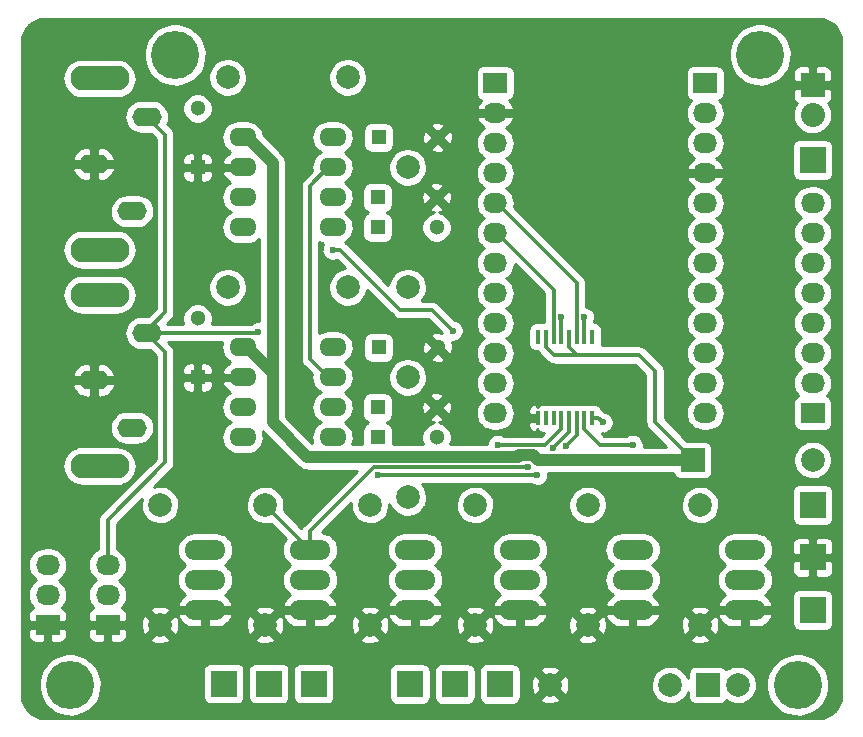
<source format=gbr>
G04 #@! TF.FileFunction,Copper,L2,Bot,Mixed*
%FSLAX46Y46*%
G04 Gerber Fmt 4.6, Leading zero omitted, Abs format (unit mm)*
G04 Created by KiCad (PCBNEW (2015-09-17 BZR 6202)-product) date Wednesday, September 23, 2015 'AMt' 01:30:27 AM*
%MOMM*%
G01*
G04 APERTURE LIST*
%ADD10C,0.100000*%
%ADD11C,4.064000*%
%ADD12R,2.235200X2.235200*%
%ADD13R,2.032000X1.727200*%
%ADD14O,2.032000X1.727200*%
%ADD15R,1.300000X1.300000*%
%ADD16C,1.300000*%
%ADD17C,1.998980*%
%ADD18R,1.998980X1.998980*%
%ADD19R,2.032000X2.032000*%
%ADD20O,2.032000X2.032000*%
%ADD21O,2.300000X1.600000*%
%ADD22R,0.400000X1.200000*%
%ADD23O,2.500000X1.600000*%
%ADD24O,5.000000X2.100000*%
%ADD25R,2.000000X2.000000*%
%ADD26C,2.000000*%
%ADD27O,3.500120X1.699260*%
%ADD28C,0.600000*%
%ADD29C,0.350000*%
%ADD30C,1.000000*%
%ADD31C,0.300000*%
%ADD32C,0.250000*%
%ADD33C,0.254000*%
G04 APERTURE END LIST*
D10*
D11*
X150495000Y-128270000D03*
X88900000Y-128270000D03*
D12*
X101911143Y-128163701D03*
D11*
X97790000Y-74930000D03*
D13*
X124894362Y-77305728D03*
D14*
X124894362Y-79845728D03*
X124894362Y-82385728D03*
X124894362Y-84925728D03*
X124894362Y-87465728D03*
X124894362Y-90005728D03*
X124894362Y-92545728D03*
X124894362Y-95085728D03*
X124894362Y-97625728D03*
X124894362Y-100165728D03*
X124894362Y-102705728D03*
X124894362Y-105245728D03*
D13*
X142674362Y-77305728D03*
D14*
X142674362Y-92545728D03*
X142674362Y-95085728D03*
X142674362Y-90005728D03*
X142674362Y-97625728D03*
X142674362Y-84925728D03*
X142674362Y-82385728D03*
X142674362Y-79845728D03*
X142674362Y-87465728D03*
X142674362Y-102705728D03*
X142674362Y-100165728D03*
X142674362Y-105245728D03*
D15*
X114935000Y-89535000D03*
D16*
X119935000Y-89535000D03*
D15*
X114935000Y-107315000D03*
D16*
X119935000Y-107315000D03*
D15*
X115015000Y-81915000D03*
D16*
X120015000Y-81915000D03*
D15*
X115015000Y-99695000D03*
D16*
X120015000Y-99695000D03*
D15*
X114935000Y-86995000D03*
D16*
X119935000Y-86995000D03*
D15*
X114935000Y-104775000D03*
D16*
X119935000Y-104775000D03*
D15*
X99695000Y-84455000D03*
D16*
X99695000Y-79455000D03*
D15*
X99695000Y-102235000D03*
D16*
X99695000Y-97235000D03*
D17*
X151765000Y-109220000D03*
D18*
X141605000Y-109220000D03*
D12*
X117663459Y-128195719D03*
X121473459Y-128195719D03*
X105721143Y-128163701D03*
X125283459Y-128195719D03*
X109531143Y-128163701D03*
D13*
X86995000Y-123190000D03*
D14*
X86995000Y-120650000D03*
X86995000Y-118110000D03*
D13*
X92075000Y-123190000D03*
D14*
X92075000Y-120650000D03*
X92075000Y-118110000D03*
D12*
X151765000Y-121920000D03*
X151765000Y-113030000D03*
X151765000Y-117475000D03*
X151765000Y-83820000D03*
D13*
X151765000Y-105245728D03*
D14*
X151765000Y-102705728D03*
X151765000Y-100165728D03*
X151765000Y-97625728D03*
X151765000Y-95085728D03*
X151765000Y-92545728D03*
X151765000Y-90005728D03*
X151765000Y-87465728D03*
D17*
X117475000Y-94615000D03*
X117475000Y-84455000D03*
X117475000Y-112395000D03*
X117475000Y-102235000D03*
X112395000Y-76835000D03*
X102235000Y-76835000D03*
X112395000Y-94615000D03*
X102235000Y-94615000D03*
X129540000Y-128270000D03*
X139700000Y-128270000D03*
X123190000Y-123190000D03*
X123190000Y-113030000D03*
X96520000Y-123190000D03*
X96520000Y-113030000D03*
X132715000Y-123190000D03*
X132715000Y-113030000D03*
X105410000Y-123190000D03*
X105410000Y-113030000D03*
X142240000Y-123190000D03*
X142240000Y-113030000D03*
X114300000Y-123190000D03*
X114300000Y-113030000D03*
D19*
X151765000Y-77470000D03*
D20*
X151765000Y-80010000D03*
D21*
X103505000Y-81915000D03*
X103505000Y-84455000D03*
X103505000Y-86995000D03*
X103505000Y-89535000D03*
X111125000Y-89535000D03*
X111125000Y-86995000D03*
X111125000Y-84455000D03*
X111125000Y-81915000D03*
X103505000Y-99695000D03*
X103505000Y-102235000D03*
X103505000Y-104775000D03*
X103505000Y-107315000D03*
X111125000Y-107315000D03*
X111125000Y-104775000D03*
X111125000Y-102235000D03*
X111125000Y-99695000D03*
D22*
X133085000Y-105685000D03*
X132435000Y-105685000D03*
X131785000Y-105685000D03*
X131135000Y-105685000D03*
X130485000Y-105685000D03*
X129835000Y-105685000D03*
X129185000Y-105685000D03*
X128535000Y-105685000D03*
X128535000Y-98785000D03*
X129185000Y-98785000D03*
X129835000Y-98785000D03*
X130485000Y-98785000D03*
X131135000Y-98785000D03*
X131785000Y-98785000D03*
X132435000Y-98785000D03*
X133085000Y-98785000D03*
D23*
X94143607Y-88172355D03*
X95393607Y-80172355D03*
D24*
X91393607Y-76922355D03*
X91393607Y-91422355D03*
D23*
X90893607Y-84172355D03*
X94143607Y-106482355D03*
X95393607Y-98482355D03*
D24*
X91393607Y-95232355D03*
X91393607Y-109732355D03*
D23*
X90893607Y-102482355D03*
D25*
X142875000Y-128270000D03*
D26*
X145415000Y-128270000D03*
D27*
X100330000Y-119380000D03*
X100330000Y-116840000D03*
X100330000Y-121920000D03*
X109220000Y-119380000D03*
X109220000Y-116840000D03*
X109220000Y-121920000D03*
X118110000Y-119380000D03*
X118110000Y-116840000D03*
X118110000Y-121920000D03*
X127000000Y-119380000D03*
X127000000Y-116840000D03*
X127000000Y-121920000D03*
X136525000Y-119380000D03*
X136525000Y-116840000D03*
X136525000Y-121920000D03*
X146050000Y-119380000D03*
X146050000Y-116840000D03*
X146050000Y-121920000D03*
D11*
X147320000Y-74930000D03*
D28*
X135509000Y-99187000D03*
X135509000Y-101727000D03*
X104775000Y-98425000D03*
X132410010Y-97155000D03*
X114935000Y-110490000D03*
X128450013Y-110490000D03*
X130884253Y-108024253D03*
X133985000Y-106045000D03*
X127650020Y-109839978D03*
X129789627Y-108199627D03*
X136525000Y-107950000D03*
X125095006Y-107950000D03*
X121285000Y-98275738D03*
X111125000Y-91424980D03*
X130460010Y-97155000D03*
D29*
X140335000Y-107950000D02*
X141605000Y-109220000D01*
X132114188Y-100330000D02*
X137100309Y-100330000D01*
X137100309Y-100330000D02*
X138430000Y-101659691D01*
X138430000Y-101659691D02*
X138430000Y-106045000D01*
X138430000Y-106045000D02*
X140335000Y-107950000D01*
D30*
X106045000Y-106045000D02*
X106045000Y-102546600D01*
X126786508Y-108989988D02*
X108989988Y-108989988D01*
X128130022Y-108839976D02*
X126936520Y-108839976D01*
X126936520Y-108839976D02*
X126786508Y-108989988D01*
X141605000Y-109220000D02*
X128510046Y-109220000D01*
X128510046Y-109220000D02*
X128130022Y-108839976D01*
X108989988Y-108989988D02*
X106045000Y-106045000D01*
X106045000Y-102546600D02*
X106045000Y-101885000D01*
X103855000Y-81915000D02*
X103505000Y-81915000D01*
X106045000Y-102546600D02*
X106045000Y-84105000D01*
X106045000Y-84105000D02*
X103855000Y-81915000D01*
X106045000Y-101885000D02*
X103855000Y-99695000D01*
X103855000Y-99695000D02*
X103505000Y-99695000D01*
D29*
X129880000Y-100330000D02*
X132114188Y-100330000D01*
X131135000Y-98785000D02*
X131135000Y-99635000D01*
X131135000Y-99635000D02*
X131830000Y-100330000D01*
X131830000Y-100330000D02*
X132114188Y-100330000D01*
X129185000Y-98785000D02*
X129185000Y-99635000D01*
X129185000Y-99635000D02*
X129880000Y-100330000D01*
D30*
X141605000Y-109220000D02*
X140335000Y-109220000D01*
D31*
X95393607Y-98482355D02*
X104717645Y-98482355D01*
X104717645Y-98482355D02*
X104775000Y-98425000D01*
X95393607Y-98482355D02*
X95393607Y-98281393D01*
X95393607Y-98281393D02*
X96943607Y-96731393D01*
X96943607Y-96731393D02*
X96943607Y-81703607D01*
X96943607Y-81703607D02*
X95412355Y-80172355D01*
X95412355Y-80172355D02*
X95393607Y-80172355D01*
X92075000Y-118110000D02*
X92075000Y-114300000D01*
X92075000Y-114300000D02*
X96943607Y-109431393D01*
X96943607Y-109431393D02*
X96943607Y-100118607D01*
X96943607Y-100118607D02*
X95393607Y-98568607D01*
X95393607Y-98568607D02*
X95393607Y-98482355D01*
X132435000Y-98785000D02*
X132435000Y-97179990D01*
D32*
X132435000Y-97179990D02*
X132410010Y-97155000D01*
D31*
X128450013Y-110490000D02*
X114935000Y-110490000D01*
X131785000Y-105685000D02*
X131785000Y-107123506D01*
X131785000Y-107123506D02*
X130884253Y-108024253D01*
X133085000Y-105685000D02*
X133625000Y-105685000D01*
X133625000Y-105685000D02*
X133985000Y-106045000D01*
X127225756Y-109839978D02*
X127650020Y-109839978D01*
X109220000Y-116840000D02*
X109220000Y-115242998D01*
X114622999Y-109839999D02*
X127225735Y-109839999D01*
X127225735Y-109839999D02*
X127225756Y-109839978D01*
X109220000Y-115242998D02*
X114622999Y-109839999D01*
X105410000Y-113030000D02*
X109220000Y-116840000D01*
X131135000Y-105685000D02*
X131135000Y-106854254D01*
X131135000Y-106854254D02*
X129789627Y-108199627D01*
X132435000Y-105685000D02*
X132435000Y-106585000D01*
X132435000Y-106585000D02*
X133800000Y-107950000D01*
X133800000Y-107950000D02*
X136525000Y-107950000D01*
X130485000Y-105685000D02*
X130485000Y-106585000D01*
X130485000Y-106585000D02*
X129120000Y-107950000D01*
X129120000Y-107950000D02*
X125095000Y-107950000D01*
X125095000Y-107950000D02*
X125095006Y-107950000D01*
X119380000Y-96520000D02*
X119529262Y-96520000D01*
X119529262Y-96520000D02*
X121285000Y-98275738D01*
X119380000Y-96520000D02*
X116840000Y-96520000D01*
X116840000Y-96520000D02*
X111760000Y-91440000D01*
X111760000Y-91440000D02*
X111140020Y-91440000D01*
X111140020Y-91440000D02*
X111125000Y-91424980D01*
X111125000Y-102235000D02*
X110775000Y-102235000D01*
X110775000Y-102235000D02*
X109220000Y-100680000D01*
X109220000Y-100680000D02*
X109220000Y-86010000D01*
X109220000Y-86010000D02*
X110775000Y-84455000D01*
X110775000Y-84455000D02*
X111125000Y-84455000D01*
D32*
X124894362Y-90005728D02*
X125046762Y-90005728D01*
D31*
X125046762Y-90005728D02*
X129835000Y-94793966D01*
X129835000Y-94793966D02*
X129835000Y-97935000D01*
X129835000Y-97935000D02*
X129835000Y-98785000D01*
X130485000Y-98785000D02*
X130485000Y-97179990D01*
D32*
X130485000Y-97179990D02*
X130460010Y-97155000D01*
D31*
X131785000Y-98785000D02*
X131785000Y-94203966D01*
X131785000Y-94203966D02*
X125046762Y-87465728D01*
D32*
X125046762Y-87465728D02*
X124894362Y-87465728D01*
D33*
G36*
X152670285Y-71918591D02*
X153021527Y-72025140D01*
X153345240Y-72198168D01*
X153628977Y-72431023D01*
X153861832Y-72714760D01*
X154034860Y-73038473D01*
X154141409Y-73389715D01*
X154178000Y-73761234D01*
X154178000Y-129184766D01*
X154141409Y-129556285D01*
X154034860Y-129907527D01*
X153861832Y-130231240D01*
X153628977Y-130514977D01*
X153345240Y-130747832D01*
X153021527Y-130920860D01*
X152670285Y-131027409D01*
X152298766Y-131064000D01*
X86715234Y-131064000D01*
X86343715Y-131027409D01*
X85992473Y-130920860D01*
X85668760Y-130747832D01*
X85385023Y-130514977D01*
X85152168Y-130231240D01*
X84979140Y-129907527D01*
X84872591Y-129556285D01*
X84836000Y-129184766D01*
X84836000Y-128494249D01*
X86229495Y-128494249D01*
X86323911Y-129008682D01*
X86516450Y-129494979D01*
X86799777Y-129934616D01*
X87163101Y-130310850D01*
X87592583Y-130609347D01*
X88071864Y-130818740D01*
X88582689Y-130931052D01*
X89105600Y-130942006D01*
X89620679Y-130851183D01*
X90108309Y-130662044D01*
X90549914Y-130381793D01*
X90928674Y-130021104D01*
X91230163Y-129593717D01*
X91442897Y-129115909D01*
X91558772Y-128605881D01*
X91567114Y-128008487D01*
X91465524Y-127495423D01*
X91280328Y-127046101D01*
X100155471Y-127046101D01*
X100155471Y-129281301D01*
X100163535Y-129382422D01*
X100216649Y-129553935D01*
X100315443Y-129703860D01*
X100452093Y-129820326D01*
X100615780Y-129894111D01*
X100793543Y-129919373D01*
X103028743Y-129919373D01*
X103129864Y-129911309D01*
X103301377Y-129858195D01*
X103451302Y-129759401D01*
X103567768Y-129622751D01*
X103641553Y-129459064D01*
X103666815Y-129281301D01*
X103666815Y-127046101D01*
X103965471Y-127046101D01*
X103965471Y-129281301D01*
X103973535Y-129382422D01*
X104026649Y-129553935D01*
X104125443Y-129703860D01*
X104262093Y-129820326D01*
X104425780Y-129894111D01*
X104603543Y-129919373D01*
X106838743Y-129919373D01*
X106939864Y-129911309D01*
X107111377Y-129858195D01*
X107261302Y-129759401D01*
X107377768Y-129622751D01*
X107451553Y-129459064D01*
X107476815Y-129281301D01*
X107476815Y-127046101D01*
X107775471Y-127046101D01*
X107775471Y-129281301D01*
X107783535Y-129382422D01*
X107836649Y-129553935D01*
X107935443Y-129703860D01*
X108072093Y-129820326D01*
X108235780Y-129894111D01*
X108413543Y-129919373D01*
X110648743Y-129919373D01*
X110749864Y-129911309D01*
X110921377Y-129858195D01*
X111071302Y-129759401D01*
X111187768Y-129622751D01*
X111261553Y-129459064D01*
X111286815Y-129281301D01*
X111286815Y-127078119D01*
X115907787Y-127078119D01*
X115907787Y-129313319D01*
X115915851Y-129414440D01*
X115968965Y-129585953D01*
X116067759Y-129735878D01*
X116204409Y-129852344D01*
X116368096Y-129926129D01*
X116545859Y-129951391D01*
X118781059Y-129951391D01*
X118882180Y-129943327D01*
X119053693Y-129890213D01*
X119203618Y-129791419D01*
X119320084Y-129654769D01*
X119393869Y-129491082D01*
X119419131Y-129313319D01*
X119419131Y-127078119D01*
X119717787Y-127078119D01*
X119717787Y-129313319D01*
X119725851Y-129414440D01*
X119778965Y-129585953D01*
X119877759Y-129735878D01*
X120014409Y-129852344D01*
X120178096Y-129926129D01*
X120355859Y-129951391D01*
X122591059Y-129951391D01*
X122692180Y-129943327D01*
X122863693Y-129890213D01*
X123013618Y-129791419D01*
X123130084Y-129654769D01*
X123203869Y-129491082D01*
X123229131Y-129313319D01*
X123229131Y-127078119D01*
X123527787Y-127078119D01*
X123527787Y-129313319D01*
X123535851Y-129414440D01*
X123588965Y-129585953D01*
X123687759Y-129735878D01*
X123824409Y-129852344D01*
X123988096Y-129926129D01*
X124165859Y-129951391D01*
X126401059Y-129951391D01*
X126502180Y-129943327D01*
X126673693Y-129890213D01*
X126823618Y-129791419D01*
X126940084Y-129654769D01*
X127013869Y-129491082D01*
X127015486Y-129479701D01*
X128681024Y-129479701D01*
X128786328Y-129729264D01*
X129085498Y-129848259D01*
X129402134Y-129906601D01*
X129724068Y-129902051D01*
X130038929Y-129834781D01*
X130293672Y-129729264D01*
X130398976Y-129479701D01*
X129540000Y-128620725D01*
X128681024Y-129479701D01*
X127015486Y-129479701D01*
X127039131Y-129313319D01*
X127039131Y-128132134D01*
X127903399Y-128132134D01*
X127907949Y-128454068D01*
X127975219Y-128768929D01*
X128080736Y-129023672D01*
X128330299Y-129128976D01*
X129189275Y-128270000D01*
X129890725Y-128270000D01*
X130749701Y-129128976D01*
X130999264Y-129023672D01*
X131118259Y-128724502D01*
X131176601Y-128407866D01*
X131176595Y-128407432D01*
X138063361Y-128407432D01*
X138121225Y-128722707D01*
X138239223Y-129020737D01*
X138412863Y-129290172D01*
X138635529Y-129520750D01*
X138898740Y-129703686D01*
X139192471Y-129832014D01*
X139505533Y-129900846D01*
X139826003Y-129907558D01*
X140141674Y-129851897D01*
X140440521Y-129735982D01*
X140711162Y-129564228D01*
X140943288Y-129343177D01*
X141128058Y-129081250D01*
X141236928Y-128836723D01*
X141236928Y-129270000D01*
X141244992Y-129371121D01*
X141298106Y-129542634D01*
X141396900Y-129692559D01*
X141533550Y-129809025D01*
X141697237Y-129882810D01*
X141875000Y-129908072D01*
X143875000Y-129908072D01*
X143976121Y-129900008D01*
X144147634Y-129846894D01*
X144297559Y-129748100D01*
X144414025Y-129611450D01*
X144429796Y-129576463D01*
X144613490Y-129704133D01*
X144907313Y-129832501D01*
X145220473Y-129901354D01*
X145541043Y-129908069D01*
X145856811Y-129852390D01*
X146155752Y-129736439D01*
X146426477Y-129564632D01*
X146658676Y-129343512D01*
X146843503Y-129081503D01*
X146973919Y-128788583D01*
X147040789Y-128494249D01*
X147824495Y-128494249D01*
X147918911Y-129008682D01*
X148111450Y-129494979D01*
X148394777Y-129934616D01*
X148758101Y-130310850D01*
X149187583Y-130609347D01*
X149666864Y-130818740D01*
X150177689Y-130931052D01*
X150700600Y-130942006D01*
X151215679Y-130851183D01*
X151703309Y-130662044D01*
X152144914Y-130381793D01*
X152523674Y-130021104D01*
X152825163Y-129593717D01*
X153037897Y-129115909D01*
X153153772Y-128605881D01*
X153162114Y-128008487D01*
X153060524Y-127495423D01*
X152861215Y-127011861D01*
X152571777Y-126576222D01*
X152203235Y-126205098D01*
X151769627Y-125912626D01*
X151287469Y-125709946D01*
X150775126Y-125604777D01*
X150252113Y-125601125D01*
X149738352Y-125699131D01*
X149253411Y-125895059D01*
X148815762Y-126181449D01*
X148442074Y-126547391D01*
X148146582Y-126978946D01*
X147940541Y-127459678D01*
X147831797Y-127971274D01*
X147824495Y-128494249D01*
X147040789Y-128494249D01*
X147044956Y-128475911D01*
X147050070Y-128109680D01*
X146987791Y-127795146D01*
X146865604Y-127498700D01*
X146688165Y-127231632D01*
X146462231Y-127004115D01*
X146196408Y-126824816D01*
X145900822Y-126700563D01*
X145586731Y-126636089D01*
X145266099Y-126633851D01*
X144951138Y-126693933D01*
X144653846Y-126814046D01*
X144428336Y-126961616D01*
X144353100Y-126847441D01*
X144216450Y-126730975D01*
X144052763Y-126657190D01*
X143875000Y-126631928D01*
X141875000Y-126631928D01*
X141773879Y-126639992D01*
X141602366Y-126693106D01*
X141452441Y-126791900D01*
X141335975Y-126928550D01*
X141262190Y-127092237D01*
X141236928Y-127270000D01*
X141236928Y-127709473D01*
X141150152Y-127498940D01*
X140972768Y-127231956D01*
X140746905Y-127004510D01*
X140481165Y-126825266D01*
X140185671Y-126701052D01*
X139871677Y-126636598D01*
X139551145Y-126634360D01*
X139236283Y-126694424D01*
X138939083Y-126814500D01*
X138670867Y-126990016D01*
X138441849Y-127214286D01*
X138260755Y-127478768D01*
X138134481Y-127773388D01*
X138067837Y-128086924D01*
X138063361Y-128407432D01*
X131176595Y-128407432D01*
X131172051Y-128085932D01*
X131104781Y-127771071D01*
X130999264Y-127516328D01*
X130749701Y-127411024D01*
X129890725Y-128270000D01*
X129189275Y-128270000D01*
X128330299Y-127411024D01*
X128080736Y-127516328D01*
X127961741Y-127815498D01*
X127903399Y-128132134D01*
X127039131Y-128132134D01*
X127039131Y-127078119D01*
X127037710Y-127060299D01*
X128681024Y-127060299D01*
X129540000Y-127919275D01*
X130398976Y-127060299D01*
X130293672Y-126810736D01*
X129994502Y-126691741D01*
X129677866Y-126633399D01*
X129355932Y-126637949D01*
X129041071Y-126705219D01*
X128786328Y-126810736D01*
X128681024Y-127060299D01*
X127037710Y-127060299D01*
X127031067Y-126976998D01*
X126977953Y-126805485D01*
X126879159Y-126655560D01*
X126742509Y-126539094D01*
X126578822Y-126465309D01*
X126401059Y-126440047D01*
X124165859Y-126440047D01*
X124064738Y-126448111D01*
X123893225Y-126501225D01*
X123743300Y-126600019D01*
X123626834Y-126736669D01*
X123553049Y-126900356D01*
X123527787Y-127078119D01*
X123229131Y-127078119D01*
X123221067Y-126976998D01*
X123167953Y-126805485D01*
X123069159Y-126655560D01*
X122932509Y-126539094D01*
X122768822Y-126465309D01*
X122591059Y-126440047D01*
X120355859Y-126440047D01*
X120254738Y-126448111D01*
X120083225Y-126501225D01*
X119933300Y-126600019D01*
X119816834Y-126736669D01*
X119743049Y-126900356D01*
X119717787Y-127078119D01*
X119419131Y-127078119D01*
X119411067Y-126976998D01*
X119357953Y-126805485D01*
X119259159Y-126655560D01*
X119122509Y-126539094D01*
X118958822Y-126465309D01*
X118781059Y-126440047D01*
X116545859Y-126440047D01*
X116444738Y-126448111D01*
X116273225Y-126501225D01*
X116123300Y-126600019D01*
X116006834Y-126736669D01*
X115933049Y-126900356D01*
X115907787Y-127078119D01*
X111286815Y-127078119D01*
X111286815Y-127046101D01*
X111278751Y-126944980D01*
X111225637Y-126773467D01*
X111126843Y-126623542D01*
X110990193Y-126507076D01*
X110826506Y-126433291D01*
X110648743Y-126408029D01*
X108413543Y-126408029D01*
X108312422Y-126416093D01*
X108140909Y-126469207D01*
X107990984Y-126568001D01*
X107874518Y-126704651D01*
X107800733Y-126868338D01*
X107775471Y-127046101D01*
X107476815Y-127046101D01*
X107468751Y-126944980D01*
X107415637Y-126773467D01*
X107316843Y-126623542D01*
X107180193Y-126507076D01*
X107016506Y-126433291D01*
X106838743Y-126408029D01*
X104603543Y-126408029D01*
X104502422Y-126416093D01*
X104330909Y-126469207D01*
X104180984Y-126568001D01*
X104064518Y-126704651D01*
X103990733Y-126868338D01*
X103965471Y-127046101D01*
X103666815Y-127046101D01*
X103658751Y-126944980D01*
X103605637Y-126773467D01*
X103506843Y-126623542D01*
X103370193Y-126507076D01*
X103206506Y-126433291D01*
X103028743Y-126408029D01*
X100793543Y-126408029D01*
X100692422Y-126416093D01*
X100520909Y-126469207D01*
X100370984Y-126568001D01*
X100254518Y-126704651D01*
X100180733Y-126868338D01*
X100155471Y-127046101D01*
X91280328Y-127046101D01*
X91266215Y-127011861D01*
X90976777Y-126576222D01*
X90608235Y-126205098D01*
X90174627Y-125912626D01*
X89692469Y-125709946D01*
X89180126Y-125604777D01*
X88657113Y-125601125D01*
X88143352Y-125699131D01*
X87658411Y-125895059D01*
X87220762Y-126181449D01*
X86847074Y-126547391D01*
X86551582Y-126978946D01*
X86345541Y-127459678D01*
X86236797Y-127971274D01*
X86229495Y-128494249D01*
X84836000Y-128494249D01*
X84836000Y-123596750D01*
X85344000Y-123596750D01*
X85344000Y-124116142D01*
X85368403Y-124238823D01*
X85416270Y-124354385D01*
X85485763Y-124458389D01*
X85574211Y-124546837D01*
X85678215Y-124616330D01*
X85793777Y-124664197D01*
X85916458Y-124688600D01*
X86588250Y-124688600D01*
X86747000Y-124529850D01*
X86747000Y-123438000D01*
X87243000Y-123438000D01*
X87243000Y-124529850D01*
X87401750Y-124688600D01*
X88073542Y-124688600D01*
X88196223Y-124664197D01*
X88311785Y-124616330D01*
X88415789Y-124546837D01*
X88504237Y-124458389D01*
X88573730Y-124354385D01*
X88621597Y-124238823D01*
X88646000Y-124116142D01*
X88646000Y-123596750D01*
X90424000Y-123596750D01*
X90424000Y-124116142D01*
X90448403Y-124238823D01*
X90496270Y-124354385D01*
X90565763Y-124458389D01*
X90654211Y-124546837D01*
X90758215Y-124616330D01*
X90873777Y-124664197D01*
X90996458Y-124688600D01*
X91668250Y-124688600D01*
X91827000Y-124529850D01*
X91827000Y-123438000D01*
X92323000Y-123438000D01*
X92323000Y-124529850D01*
X92481750Y-124688600D01*
X93153542Y-124688600D01*
X93276223Y-124664197D01*
X93391785Y-124616330D01*
X93495789Y-124546837D01*
X93584237Y-124458389D01*
X93623450Y-124399701D01*
X95661024Y-124399701D01*
X95766328Y-124649264D01*
X96065498Y-124768259D01*
X96382134Y-124826601D01*
X96704068Y-124822051D01*
X97018929Y-124754781D01*
X97273672Y-124649264D01*
X97378976Y-124399701D01*
X104551024Y-124399701D01*
X104656328Y-124649264D01*
X104955498Y-124768259D01*
X105272134Y-124826601D01*
X105594068Y-124822051D01*
X105908929Y-124754781D01*
X106163672Y-124649264D01*
X106268976Y-124399701D01*
X113441024Y-124399701D01*
X113546328Y-124649264D01*
X113845498Y-124768259D01*
X114162134Y-124826601D01*
X114484068Y-124822051D01*
X114798929Y-124754781D01*
X115053672Y-124649264D01*
X115158976Y-124399701D01*
X122331024Y-124399701D01*
X122436328Y-124649264D01*
X122735498Y-124768259D01*
X123052134Y-124826601D01*
X123374068Y-124822051D01*
X123688929Y-124754781D01*
X123943672Y-124649264D01*
X124048976Y-124399701D01*
X131856024Y-124399701D01*
X131961328Y-124649264D01*
X132260498Y-124768259D01*
X132577134Y-124826601D01*
X132899068Y-124822051D01*
X133213929Y-124754781D01*
X133468672Y-124649264D01*
X133573976Y-124399701D01*
X141381024Y-124399701D01*
X141486328Y-124649264D01*
X141785498Y-124768259D01*
X142102134Y-124826601D01*
X142424068Y-124822051D01*
X142738929Y-124754781D01*
X142993672Y-124649264D01*
X143098976Y-124399701D01*
X142240000Y-123540725D01*
X141381024Y-124399701D01*
X133573976Y-124399701D01*
X132715000Y-123540725D01*
X131856024Y-124399701D01*
X124048976Y-124399701D01*
X123190000Y-123540725D01*
X122331024Y-124399701D01*
X115158976Y-124399701D01*
X114300000Y-123540725D01*
X113441024Y-124399701D01*
X106268976Y-124399701D01*
X105410000Y-123540725D01*
X104551024Y-124399701D01*
X97378976Y-124399701D01*
X96520000Y-123540725D01*
X95661024Y-124399701D01*
X93623450Y-124399701D01*
X93653730Y-124354385D01*
X93701597Y-124238823D01*
X93726000Y-124116142D01*
X93726000Y-123596750D01*
X93567250Y-123438000D01*
X92323000Y-123438000D01*
X91827000Y-123438000D01*
X90582750Y-123438000D01*
X90424000Y-123596750D01*
X88646000Y-123596750D01*
X88487250Y-123438000D01*
X87243000Y-123438000D01*
X86747000Y-123438000D01*
X85502750Y-123438000D01*
X85344000Y-123596750D01*
X84836000Y-123596750D01*
X84836000Y-123052134D01*
X94883399Y-123052134D01*
X94887949Y-123374068D01*
X94955219Y-123688929D01*
X95060736Y-123943672D01*
X95310299Y-124048976D01*
X96169275Y-123190000D01*
X96870725Y-123190000D01*
X97729701Y-124048976D01*
X97979264Y-123943672D01*
X98098259Y-123644502D01*
X98156601Y-123327866D01*
X98152051Y-123005932D01*
X98084781Y-122691071D01*
X97979264Y-122436328D01*
X97878787Y-122393931D01*
X98022617Y-122393931D01*
X98057363Y-122538611D01*
X98204415Y-122794429D01*
X98398549Y-123016643D01*
X98632304Y-123196714D01*
X98896698Y-123327721D01*
X99181570Y-123404630D01*
X100082000Y-123404630D01*
X100082000Y-122168000D01*
X100578000Y-122168000D01*
X100578000Y-123404630D01*
X101478430Y-123404630D01*
X101763302Y-123327721D01*
X102027696Y-123196714D01*
X102215379Y-123052134D01*
X103773399Y-123052134D01*
X103777949Y-123374068D01*
X103845219Y-123688929D01*
X103950736Y-123943672D01*
X104200299Y-124048976D01*
X105059275Y-123190000D01*
X105760725Y-123190000D01*
X106619701Y-124048976D01*
X106869264Y-123943672D01*
X106988259Y-123644502D01*
X107046601Y-123327866D01*
X107042051Y-123005932D01*
X106974781Y-122691071D01*
X106869264Y-122436328D01*
X106768787Y-122393931D01*
X106912617Y-122393931D01*
X106947363Y-122538611D01*
X107094415Y-122794429D01*
X107288549Y-123016643D01*
X107522304Y-123196714D01*
X107786698Y-123327721D01*
X108071570Y-123404630D01*
X108972000Y-123404630D01*
X108972000Y-122168000D01*
X109468000Y-122168000D01*
X109468000Y-123404630D01*
X110368430Y-123404630D01*
X110653302Y-123327721D01*
X110917696Y-123196714D01*
X111105379Y-123052134D01*
X112663399Y-123052134D01*
X112667949Y-123374068D01*
X112735219Y-123688929D01*
X112840736Y-123943672D01*
X113090299Y-124048976D01*
X113949275Y-123190000D01*
X114650725Y-123190000D01*
X115509701Y-124048976D01*
X115759264Y-123943672D01*
X115878259Y-123644502D01*
X115936601Y-123327866D01*
X115932051Y-123005932D01*
X115864781Y-122691071D01*
X115759264Y-122436328D01*
X115658787Y-122393931D01*
X115802617Y-122393931D01*
X115837363Y-122538611D01*
X115984415Y-122794429D01*
X116178549Y-123016643D01*
X116412304Y-123196714D01*
X116676698Y-123327721D01*
X116961570Y-123404630D01*
X117862000Y-123404630D01*
X117862000Y-122168000D01*
X118358000Y-122168000D01*
X118358000Y-123404630D01*
X119258430Y-123404630D01*
X119543302Y-123327721D01*
X119807696Y-123196714D01*
X119995379Y-123052134D01*
X121553399Y-123052134D01*
X121557949Y-123374068D01*
X121625219Y-123688929D01*
X121730736Y-123943672D01*
X121980299Y-124048976D01*
X122839275Y-123190000D01*
X123540725Y-123190000D01*
X124399701Y-124048976D01*
X124649264Y-123943672D01*
X124768259Y-123644502D01*
X124826601Y-123327866D01*
X124822051Y-123005932D01*
X124754781Y-122691071D01*
X124649264Y-122436328D01*
X124548787Y-122393931D01*
X124692617Y-122393931D01*
X124727363Y-122538611D01*
X124874415Y-122794429D01*
X125068549Y-123016643D01*
X125302304Y-123196714D01*
X125566698Y-123327721D01*
X125851570Y-123404630D01*
X126752000Y-123404630D01*
X126752000Y-122168000D01*
X127248000Y-122168000D01*
X127248000Y-123404630D01*
X128148430Y-123404630D01*
X128433302Y-123327721D01*
X128697696Y-123196714D01*
X128885379Y-123052134D01*
X131078399Y-123052134D01*
X131082949Y-123374068D01*
X131150219Y-123688929D01*
X131255736Y-123943672D01*
X131505299Y-124048976D01*
X132364275Y-123190000D01*
X133065725Y-123190000D01*
X133924701Y-124048976D01*
X134174264Y-123943672D01*
X134293259Y-123644502D01*
X134351601Y-123327866D01*
X134347051Y-123005932D01*
X134279781Y-122691071D01*
X134174264Y-122436328D01*
X134073787Y-122393931D01*
X134217617Y-122393931D01*
X134252363Y-122538611D01*
X134399415Y-122794429D01*
X134593549Y-123016643D01*
X134827304Y-123196714D01*
X135091698Y-123327721D01*
X135376570Y-123404630D01*
X136277000Y-123404630D01*
X136277000Y-122168000D01*
X136773000Y-122168000D01*
X136773000Y-123404630D01*
X137673430Y-123404630D01*
X137958302Y-123327721D01*
X138222696Y-123196714D01*
X138410379Y-123052134D01*
X140603399Y-123052134D01*
X140607949Y-123374068D01*
X140675219Y-123688929D01*
X140780736Y-123943672D01*
X141030299Y-124048976D01*
X141889275Y-123190000D01*
X142590725Y-123190000D01*
X143449701Y-124048976D01*
X143699264Y-123943672D01*
X143818259Y-123644502D01*
X143876601Y-123327866D01*
X143872051Y-123005932D01*
X143804781Y-122691071D01*
X143699264Y-122436328D01*
X143598787Y-122393931D01*
X143742617Y-122393931D01*
X143777363Y-122538611D01*
X143924415Y-122794429D01*
X144118549Y-123016643D01*
X144352304Y-123196714D01*
X144616698Y-123327721D01*
X144901570Y-123404630D01*
X145802000Y-123404630D01*
X145802000Y-122168000D01*
X146298000Y-122168000D01*
X146298000Y-123404630D01*
X147198430Y-123404630D01*
X147483302Y-123327721D01*
X147747696Y-123196714D01*
X147981451Y-123016643D01*
X148175585Y-122794429D01*
X148322637Y-122538611D01*
X148357383Y-122393931D01*
X148252910Y-122168000D01*
X146298000Y-122168000D01*
X145802000Y-122168000D01*
X143847090Y-122168000D01*
X143742617Y-122393931D01*
X143598787Y-122393931D01*
X143449701Y-122331024D01*
X142590725Y-123190000D01*
X141889275Y-123190000D01*
X141030299Y-122331024D01*
X140780736Y-122436328D01*
X140661741Y-122735498D01*
X140603399Y-123052134D01*
X138410379Y-123052134D01*
X138456451Y-123016643D01*
X138650585Y-122794429D01*
X138797637Y-122538611D01*
X138832383Y-122393931D01*
X138727910Y-122168000D01*
X136773000Y-122168000D01*
X136277000Y-122168000D01*
X134322090Y-122168000D01*
X134217617Y-122393931D01*
X134073787Y-122393931D01*
X133924701Y-122331024D01*
X133065725Y-123190000D01*
X132364275Y-123190000D01*
X131505299Y-122331024D01*
X131255736Y-122436328D01*
X131136741Y-122735498D01*
X131078399Y-123052134D01*
X128885379Y-123052134D01*
X128931451Y-123016643D01*
X129125585Y-122794429D01*
X129272637Y-122538611D01*
X129307383Y-122393931D01*
X129202910Y-122168000D01*
X127248000Y-122168000D01*
X126752000Y-122168000D01*
X124797090Y-122168000D01*
X124692617Y-122393931D01*
X124548787Y-122393931D01*
X124399701Y-122331024D01*
X123540725Y-123190000D01*
X122839275Y-123190000D01*
X121980299Y-122331024D01*
X121730736Y-122436328D01*
X121611741Y-122735498D01*
X121553399Y-123052134D01*
X119995379Y-123052134D01*
X120041451Y-123016643D01*
X120235585Y-122794429D01*
X120382637Y-122538611D01*
X120417383Y-122393931D01*
X120312910Y-122168000D01*
X118358000Y-122168000D01*
X117862000Y-122168000D01*
X115907090Y-122168000D01*
X115802617Y-122393931D01*
X115658787Y-122393931D01*
X115509701Y-122331024D01*
X114650725Y-123190000D01*
X113949275Y-123190000D01*
X113090299Y-122331024D01*
X112840736Y-122436328D01*
X112721741Y-122735498D01*
X112663399Y-123052134D01*
X111105379Y-123052134D01*
X111151451Y-123016643D01*
X111345585Y-122794429D01*
X111492637Y-122538611D01*
X111527383Y-122393931D01*
X111422910Y-122168000D01*
X109468000Y-122168000D01*
X108972000Y-122168000D01*
X107017090Y-122168000D01*
X106912617Y-122393931D01*
X106768787Y-122393931D01*
X106619701Y-122331024D01*
X105760725Y-123190000D01*
X105059275Y-123190000D01*
X104200299Y-122331024D01*
X103950736Y-122436328D01*
X103831741Y-122735498D01*
X103773399Y-123052134D01*
X102215379Y-123052134D01*
X102261451Y-123016643D01*
X102455585Y-122794429D01*
X102602637Y-122538611D01*
X102637383Y-122393931D01*
X102532910Y-122168000D01*
X100578000Y-122168000D01*
X100082000Y-122168000D01*
X98127090Y-122168000D01*
X98022617Y-122393931D01*
X97878787Y-122393931D01*
X97729701Y-122331024D01*
X96870725Y-123190000D01*
X96169275Y-123190000D01*
X95310299Y-122331024D01*
X95060736Y-122436328D01*
X94941741Y-122735498D01*
X94883399Y-123052134D01*
X84836000Y-123052134D01*
X84836000Y-118099538D01*
X85336049Y-118099538D01*
X85362556Y-118390810D01*
X85445134Y-118671385D01*
X85580637Y-118930578D01*
X85763903Y-119158515D01*
X85987952Y-119346515D01*
X86047587Y-119379299D01*
X86005299Y-119401784D01*
X85778647Y-119586637D01*
X85592216Y-119811994D01*
X85453108Y-120069269D01*
X85366621Y-120348665D01*
X85336049Y-120639538D01*
X85362556Y-120930810D01*
X85445134Y-121211385D01*
X85580637Y-121470578D01*
X85763903Y-121698515D01*
X85787570Y-121718374D01*
X85678215Y-121763670D01*
X85574211Y-121833163D01*
X85485763Y-121921611D01*
X85416270Y-122025615D01*
X85368403Y-122141177D01*
X85344000Y-122263858D01*
X85344000Y-122783250D01*
X85502750Y-122942000D01*
X86747000Y-122942000D01*
X86747000Y-122922000D01*
X87243000Y-122922000D01*
X87243000Y-122942000D01*
X88487250Y-122942000D01*
X88646000Y-122783250D01*
X88646000Y-122263858D01*
X88621597Y-122141177D01*
X88573730Y-122025615D01*
X88504237Y-121921611D01*
X88415789Y-121833163D01*
X88311785Y-121763670D01*
X88204273Y-121719137D01*
X88211353Y-121713363D01*
X88397784Y-121488006D01*
X88536892Y-121230731D01*
X88623379Y-120951335D01*
X88653951Y-120660462D01*
X88627444Y-120369190D01*
X88544866Y-120088615D01*
X88409363Y-119829422D01*
X88226097Y-119601485D01*
X88002048Y-119413485D01*
X87942413Y-119380701D01*
X87984701Y-119358216D01*
X88211353Y-119173363D01*
X88397784Y-118948006D01*
X88536892Y-118690731D01*
X88623379Y-118411335D01*
X88653951Y-118120462D01*
X88652047Y-118099538D01*
X90416049Y-118099538D01*
X90442556Y-118390810D01*
X90525134Y-118671385D01*
X90660637Y-118930578D01*
X90843903Y-119158515D01*
X91067952Y-119346515D01*
X91127587Y-119379299D01*
X91085299Y-119401784D01*
X90858647Y-119586637D01*
X90672216Y-119811994D01*
X90533108Y-120069269D01*
X90446621Y-120348665D01*
X90416049Y-120639538D01*
X90442556Y-120930810D01*
X90525134Y-121211385D01*
X90660637Y-121470578D01*
X90843903Y-121698515D01*
X90867570Y-121718374D01*
X90758215Y-121763670D01*
X90654211Y-121833163D01*
X90565763Y-121921611D01*
X90496270Y-122025615D01*
X90448403Y-122141177D01*
X90424000Y-122263858D01*
X90424000Y-122783250D01*
X90582750Y-122942000D01*
X91827000Y-122942000D01*
X91827000Y-122922000D01*
X92323000Y-122922000D01*
X92323000Y-122942000D01*
X93567250Y-122942000D01*
X93726000Y-122783250D01*
X93726000Y-122263858D01*
X93701597Y-122141177D01*
X93653730Y-122025615D01*
X93623451Y-121980299D01*
X95661024Y-121980299D01*
X96520000Y-122839275D01*
X97378976Y-121980299D01*
X104551024Y-121980299D01*
X105410000Y-122839275D01*
X106268976Y-121980299D01*
X113441024Y-121980299D01*
X114300000Y-122839275D01*
X115158976Y-121980299D01*
X122331024Y-121980299D01*
X123190000Y-122839275D01*
X124048976Y-121980299D01*
X131856024Y-121980299D01*
X132715000Y-122839275D01*
X133573976Y-121980299D01*
X141381024Y-121980299D01*
X142240000Y-122839275D01*
X143098976Y-121980299D01*
X142993672Y-121730736D01*
X142694502Y-121611741D01*
X142377866Y-121553399D01*
X142055932Y-121557949D01*
X141741071Y-121625219D01*
X141486328Y-121730736D01*
X141381024Y-121980299D01*
X133573976Y-121980299D01*
X133468672Y-121730736D01*
X133169502Y-121611741D01*
X132852866Y-121553399D01*
X132530932Y-121557949D01*
X132216071Y-121625219D01*
X131961328Y-121730736D01*
X131856024Y-121980299D01*
X124048976Y-121980299D01*
X123943672Y-121730736D01*
X123644502Y-121611741D01*
X123327866Y-121553399D01*
X123005932Y-121557949D01*
X122691071Y-121625219D01*
X122436328Y-121730736D01*
X122331024Y-121980299D01*
X115158976Y-121980299D01*
X115053672Y-121730736D01*
X114754502Y-121611741D01*
X114437866Y-121553399D01*
X114115932Y-121557949D01*
X113801071Y-121625219D01*
X113546328Y-121730736D01*
X113441024Y-121980299D01*
X106268976Y-121980299D01*
X106163672Y-121730736D01*
X105864502Y-121611741D01*
X105547866Y-121553399D01*
X105225932Y-121557949D01*
X104911071Y-121625219D01*
X104656328Y-121730736D01*
X104551024Y-121980299D01*
X97378976Y-121980299D01*
X97273672Y-121730736D01*
X96974502Y-121611741D01*
X96657866Y-121553399D01*
X96335932Y-121557949D01*
X96021071Y-121625219D01*
X95766328Y-121730736D01*
X95661024Y-121980299D01*
X93623451Y-121980299D01*
X93584237Y-121921611D01*
X93495789Y-121833163D01*
X93391785Y-121763670D01*
X93284273Y-121719137D01*
X93291353Y-121713363D01*
X93477784Y-121488006D01*
X93616892Y-121230731D01*
X93703379Y-120951335D01*
X93733951Y-120660462D01*
X93707444Y-120369190D01*
X93624866Y-120088615D01*
X93489363Y-119829422D01*
X93306097Y-119601485D01*
X93082048Y-119413485D01*
X93022413Y-119380701D01*
X93064701Y-119358216D01*
X93291353Y-119173363D01*
X93477784Y-118948006D01*
X93616892Y-118690731D01*
X93703379Y-118411335D01*
X93733951Y-118120462D01*
X93707444Y-117829190D01*
X93624866Y-117548615D01*
X93489363Y-117289422D01*
X93306097Y-117061485D01*
X93082048Y-116873485D01*
X93002285Y-116829635D01*
X97933436Y-116829635D01*
X97959697Y-117118192D01*
X98041505Y-117396152D01*
X98175745Y-117652929D01*
X98357302Y-117878741D01*
X98579263Y-118064988D01*
X98660236Y-118109503D01*
X98596448Y-118143420D01*
X98371909Y-118326550D01*
X98187216Y-118549805D01*
X98049404Y-118804683D01*
X97963723Y-119081474D01*
X97933436Y-119369635D01*
X97959697Y-119658192D01*
X98041505Y-119936152D01*
X98175745Y-120192929D01*
X98357302Y-120418741D01*
X98579263Y-120604988D01*
X98641047Y-120638954D01*
X98632304Y-120643286D01*
X98398549Y-120823357D01*
X98204415Y-121045571D01*
X98057363Y-121301389D01*
X98022617Y-121446069D01*
X98127090Y-121672000D01*
X100082000Y-121672000D01*
X100082000Y-121652000D01*
X100578000Y-121652000D01*
X100578000Y-121672000D01*
X102532910Y-121672000D01*
X102637383Y-121446069D01*
X102602637Y-121301389D01*
X102455585Y-121045571D01*
X102261451Y-120823357D01*
X102027696Y-120643286D01*
X102020257Y-120639600D01*
X102063552Y-120616580D01*
X102288091Y-120433450D01*
X102472784Y-120210195D01*
X102610596Y-119955317D01*
X102696277Y-119678526D01*
X102726564Y-119390365D01*
X102700303Y-119101808D01*
X102618495Y-118823848D01*
X102484255Y-118567071D01*
X102302698Y-118341259D01*
X102080737Y-118155012D01*
X101999764Y-118110497D01*
X102063552Y-118076580D01*
X102288091Y-117893450D01*
X102472784Y-117670195D01*
X102610596Y-117415317D01*
X102696277Y-117138526D01*
X102726564Y-116850365D01*
X102700303Y-116561808D01*
X102618495Y-116283848D01*
X102484255Y-116027071D01*
X102302698Y-115801259D01*
X102080737Y-115615012D01*
X101826828Y-115475424D01*
X101550642Y-115387813D01*
X101262699Y-115355515D01*
X101241970Y-115355370D01*
X99418030Y-115355370D01*
X99129664Y-115383645D01*
X98852281Y-115467391D01*
X98596448Y-115603420D01*
X98371909Y-115786550D01*
X98187216Y-116009805D01*
X98049404Y-116264683D01*
X97963723Y-116541474D01*
X97933436Y-116829635D01*
X93002285Y-116829635D01*
X92860000Y-116751414D01*
X92860000Y-114625158D01*
X94956514Y-112528644D01*
X94954481Y-112533388D01*
X94887837Y-112846924D01*
X94883361Y-113167432D01*
X94941225Y-113482707D01*
X95059223Y-113780737D01*
X95232863Y-114050172D01*
X95455529Y-114280750D01*
X95718740Y-114463686D01*
X96012471Y-114592014D01*
X96325533Y-114660846D01*
X96646003Y-114667558D01*
X96961674Y-114611897D01*
X97260521Y-114495982D01*
X97531162Y-114324228D01*
X97763288Y-114103177D01*
X97948058Y-113841250D01*
X98078433Y-113548422D01*
X98149448Y-113235847D01*
X98154560Y-112869730D01*
X98092301Y-112555294D01*
X97970152Y-112258940D01*
X97792768Y-111991956D01*
X97566905Y-111764510D01*
X97301165Y-111585266D01*
X97005671Y-111461052D01*
X96691677Y-111396598D01*
X96371145Y-111394360D01*
X96056283Y-111454424D01*
X96013414Y-111471744D01*
X97498686Y-109986472D01*
X97544722Y-109930427D01*
X97591321Y-109874892D01*
X97593309Y-109871276D01*
X97595930Y-109868085D01*
X97630213Y-109804148D01*
X97665128Y-109740637D01*
X97666375Y-109736705D01*
X97668327Y-109733065D01*
X97689518Y-109663752D01*
X97711453Y-109594604D01*
X97711914Y-109590496D01*
X97713119Y-109586554D01*
X97720443Y-109514449D01*
X97728530Y-109442353D01*
X97728587Y-109434284D01*
X97728602Y-109434133D01*
X97728589Y-109433993D01*
X97728607Y-109431393D01*
X97728607Y-102641750D01*
X98410000Y-102641750D01*
X98410000Y-102947542D01*
X98434403Y-103070223D01*
X98482270Y-103185785D01*
X98551763Y-103289789D01*
X98640211Y-103378237D01*
X98744215Y-103447730D01*
X98859777Y-103495597D01*
X98982458Y-103520000D01*
X99288250Y-103520000D01*
X99447000Y-103361250D01*
X99447000Y-102483000D01*
X99943000Y-102483000D01*
X99943000Y-103361250D01*
X100101750Y-103520000D01*
X100407542Y-103520000D01*
X100530223Y-103495597D01*
X100645785Y-103447730D01*
X100749789Y-103378237D01*
X100838237Y-103289789D01*
X100907730Y-103185785D01*
X100955597Y-103070223D01*
X100980000Y-102947542D01*
X100980000Y-102641750D01*
X100821250Y-102483000D01*
X99943000Y-102483000D01*
X99447000Y-102483000D01*
X98568750Y-102483000D01*
X98410000Y-102641750D01*
X97728607Y-102641750D01*
X97728607Y-101522458D01*
X98410000Y-101522458D01*
X98410000Y-101828250D01*
X98568750Y-101987000D01*
X99447000Y-101987000D01*
X99447000Y-101108750D01*
X99943000Y-101108750D01*
X99943000Y-101987000D01*
X100821250Y-101987000D01*
X100980000Y-101828250D01*
X100980000Y-101522458D01*
X100955597Y-101399777D01*
X100907730Y-101284215D01*
X100838237Y-101180211D01*
X100749789Y-101091763D01*
X100645785Y-101022270D01*
X100530223Y-100974403D01*
X100407542Y-100950000D01*
X100101750Y-100950000D01*
X99943000Y-101108750D01*
X99447000Y-101108750D01*
X99288250Y-100950000D01*
X98982458Y-100950000D01*
X98859777Y-100974403D01*
X98744215Y-101022270D01*
X98640211Y-101091763D01*
X98551763Y-101180211D01*
X98482270Y-101284215D01*
X98434403Y-101399777D01*
X98410000Y-101522458D01*
X97728607Y-101522458D01*
X97728607Y-100118607D01*
X97721529Y-100046424D01*
X97715211Y-99974205D01*
X97714060Y-99970243D01*
X97713657Y-99966133D01*
X97692686Y-99896672D01*
X97672468Y-99827083D01*
X97670570Y-99823421D01*
X97669376Y-99819467D01*
X97635347Y-99755469D01*
X97601964Y-99691065D01*
X97599385Y-99687835D01*
X97597450Y-99684195D01*
X97551637Y-99628023D01*
X97506381Y-99571332D01*
X97500716Y-99565587D01*
X97500620Y-99565469D01*
X97500511Y-99565379D01*
X97498686Y-99563528D01*
X97202513Y-99267355D01*
X101783731Y-99267355D01*
X101740673Y-99406453D01*
X101711398Y-99684982D01*
X101736781Y-99963892D01*
X101815854Y-100232560D01*
X101945606Y-100480753D01*
X102121095Y-100699017D01*
X102335635Y-100879038D01*
X102477687Y-100957132D01*
X102249860Y-101105559D01*
X102046909Y-101303845D01*
X101886541Y-101537915D01*
X101797789Y-101768948D01*
X101903077Y-101987000D01*
X103257000Y-101987000D01*
X103257000Y-101967000D01*
X103753000Y-101967000D01*
X103753000Y-101987000D01*
X103773000Y-101987000D01*
X103773000Y-102483000D01*
X103753000Y-102483000D01*
X103753000Y-102503000D01*
X103257000Y-102503000D01*
X103257000Y-102483000D01*
X101903077Y-102483000D01*
X101797789Y-102701052D01*
X101886541Y-102932085D01*
X102046909Y-103166155D01*
X102249860Y-103364441D01*
X102477849Y-103512974D01*
X102352246Y-103579758D01*
X102135213Y-103756766D01*
X101956694Y-103972558D01*
X101823489Y-104218915D01*
X101740673Y-104486453D01*
X101711398Y-104764982D01*
X101736781Y-105043892D01*
X101815854Y-105312560D01*
X101945606Y-105560753D01*
X102121095Y-105779017D01*
X102335635Y-105959038D01*
X102492415Y-106045228D01*
X102352246Y-106119758D01*
X102135213Y-106296766D01*
X101956694Y-106512558D01*
X101823489Y-106758915D01*
X101740673Y-107026453D01*
X101711398Y-107304982D01*
X101736781Y-107583892D01*
X101815854Y-107852560D01*
X101945606Y-108100753D01*
X102121095Y-108319017D01*
X102335635Y-108499038D01*
X102581056Y-108633959D01*
X102848010Y-108718642D01*
X103126327Y-108749860D01*
X103146363Y-108750000D01*
X103863637Y-108750000D01*
X104142363Y-108722671D01*
X104410473Y-108641724D01*
X104657754Y-108510242D01*
X104874787Y-108333234D01*
X105053306Y-108117442D01*
X105186511Y-107871085D01*
X105269327Y-107603547D01*
X105298602Y-107325018D01*
X105273219Y-107046108D01*
X105199876Y-106796910D01*
X105231307Y-106836282D01*
X105239493Y-106844584D01*
X105239637Y-106844760D01*
X105239800Y-106844895D01*
X105242434Y-106847566D01*
X108187422Y-109792554D01*
X108268396Y-109859067D01*
X108348750Y-109926492D01*
X108353985Y-109929370D01*
X108358593Y-109933155D01*
X108450947Y-109982675D01*
X108542864Y-110033207D01*
X108548553Y-110035012D01*
X108553813Y-110037832D01*
X108654070Y-110068484D01*
X108754008Y-110100186D01*
X108759939Y-110100851D01*
X108765646Y-110102596D01*
X108869961Y-110113192D01*
X108974141Y-110124877D01*
X108985807Y-110124959D01*
X108986026Y-110124981D01*
X108986230Y-110124962D01*
X108989988Y-110124988D01*
X113227853Y-110124988D01*
X108664921Y-114687919D01*
X108618885Y-114743964D01*
X108572286Y-114799499D01*
X108570298Y-114803115D01*
X108567677Y-114806306D01*
X108533394Y-114870243D01*
X108498479Y-114933754D01*
X108497232Y-114937686D01*
X108495280Y-114941326D01*
X108480343Y-114990185D01*
X106981419Y-113491261D01*
X107039448Y-113235847D01*
X107044560Y-112869730D01*
X106982301Y-112555294D01*
X106860152Y-112258940D01*
X106682768Y-111991956D01*
X106456905Y-111764510D01*
X106191165Y-111585266D01*
X105895671Y-111461052D01*
X105581677Y-111396598D01*
X105261145Y-111394360D01*
X104946283Y-111454424D01*
X104649083Y-111574500D01*
X104380867Y-111750016D01*
X104151849Y-111974286D01*
X103970755Y-112238768D01*
X103844481Y-112533388D01*
X103777837Y-112846924D01*
X103773361Y-113167432D01*
X103831225Y-113482707D01*
X103949223Y-113780737D01*
X104122863Y-114050172D01*
X104345529Y-114280750D01*
X104608740Y-114463686D01*
X104902471Y-114592014D01*
X105215533Y-114660846D01*
X105536003Y-114667558D01*
X105851674Y-114611897D01*
X105873337Y-114603495D01*
X107168864Y-115899022D01*
X107077216Y-116009805D01*
X106939404Y-116264683D01*
X106853723Y-116541474D01*
X106823436Y-116829635D01*
X106849697Y-117118192D01*
X106931505Y-117396152D01*
X107065745Y-117652929D01*
X107247302Y-117878741D01*
X107469263Y-118064988D01*
X107550236Y-118109503D01*
X107486448Y-118143420D01*
X107261909Y-118326550D01*
X107077216Y-118549805D01*
X106939404Y-118804683D01*
X106853723Y-119081474D01*
X106823436Y-119369635D01*
X106849697Y-119658192D01*
X106931505Y-119936152D01*
X107065745Y-120192929D01*
X107247302Y-120418741D01*
X107469263Y-120604988D01*
X107531047Y-120638954D01*
X107522304Y-120643286D01*
X107288549Y-120823357D01*
X107094415Y-121045571D01*
X106947363Y-121301389D01*
X106912617Y-121446069D01*
X107017090Y-121672000D01*
X108972000Y-121672000D01*
X108972000Y-121652000D01*
X109468000Y-121652000D01*
X109468000Y-121672000D01*
X111422910Y-121672000D01*
X111527383Y-121446069D01*
X111492637Y-121301389D01*
X111345585Y-121045571D01*
X111151451Y-120823357D01*
X110917696Y-120643286D01*
X110910257Y-120639600D01*
X110953552Y-120616580D01*
X111178091Y-120433450D01*
X111362784Y-120210195D01*
X111500596Y-119955317D01*
X111586277Y-119678526D01*
X111616564Y-119390365D01*
X111590303Y-119101808D01*
X111508495Y-118823848D01*
X111374255Y-118567071D01*
X111192698Y-118341259D01*
X110970737Y-118155012D01*
X110889764Y-118110497D01*
X110953552Y-118076580D01*
X111178091Y-117893450D01*
X111362784Y-117670195D01*
X111500596Y-117415317D01*
X111586277Y-117138526D01*
X111616564Y-116850365D01*
X111614678Y-116829635D01*
X115713436Y-116829635D01*
X115739697Y-117118192D01*
X115821505Y-117396152D01*
X115955745Y-117652929D01*
X116137302Y-117878741D01*
X116359263Y-118064988D01*
X116440236Y-118109503D01*
X116376448Y-118143420D01*
X116151909Y-118326550D01*
X115967216Y-118549805D01*
X115829404Y-118804683D01*
X115743723Y-119081474D01*
X115713436Y-119369635D01*
X115739697Y-119658192D01*
X115821505Y-119936152D01*
X115955745Y-120192929D01*
X116137302Y-120418741D01*
X116359263Y-120604988D01*
X116421047Y-120638954D01*
X116412304Y-120643286D01*
X116178549Y-120823357D01*
X115984415Y-121045571D01*
X115837363Y-121301389D01*
X115802617Y-121446069D01*
X115907090Y-121672000D01*
X117862000Y-121672000D01*
X117862000Y-121652000D01*
X118358000Y-121652000D01*
X118358000Y-121672000D01*
X120312910Y-121672000D01*
X120417383Y-121446069D01*
X120382637Y-121301389D01*
X120235585Y-121045571D01*
X120041451Y-120823357D01*
X119807696Y-120643286D01*
X119800257Y-120639600D01*
X119843552Y-120616580D01*
X120068091Y-120433450D01*
X120252784Y-120210195D01*
X120390596Y-119955317D01*
X120476277Y-119678526D01*
X120506564Y-119390365D01*
X120480303Y-119101808D01*
X120398495Y-118823848D01*
X120264255Y-118567071D01*
X120082698Y-118341259D01*
X119860737Y-118155012D01*
X119779764Y-118110497D01*
X119843552Y-118076580D01*
X120068091Y-117893450D01*
X120252784Y-117670195D01*
X120390596Y-117415317D01*
X120476277Y-117138526D01*
X120506564Y-116850365D01*
X120504678Y-116829635D01*
X124603436Y-116829635D01*
X124629697Y-117118192D01*
X124711505Y-117396152D01*
X124845745Y-117652929D01*
X125027302Y-117878741D01*
X125249263Y-118064988D01*
X125330236Y-118109503D01*
X125266448Y-118143420D01*
X125041909Y-118326550D01*
X124857216Y-118549805D01*
X124719404Y-118804683D01*
X124633723Y-119081474D01*
X124603436Y-119369635D01*
X124629697Y-119658192D01*
X124711505Y-119936152D01*
X124845745Y-120192929D01*
X125027302Y-120418741D01*
X125249263Y-120604988D01*
X125311047Y-120638954D01*
X125302304Y-120643286D01*
X125068549Y-120823357D01*
X124874415Y-121045571D01*
X124727363Y-121301389D01*
X124692617Y-121446069D01*
X124797090Y-121672000D01*
X126752000Y-121672000D01*
X126752000Y-121652000D01*
X127248000Y-121652000D01*
X127248000Y-121672000D01*
X129202910Y-121672000D01*
X129307383Y-121446069D01*
X129272637Y-121301389D01*
X129125585Y-121045571D01*
X128931451Y-120823357D01*
X128697696Y-120643286D01*
X128690257Y-120639600D01*
X128733552Y-120616580D01*
X128958091Y-120433450D01*
X129142784Y-120210195D01*
X129280596Y-119955317D01*
X129366277Y-119678526D01*
X129396564Y-119390365D01*
X129370303Y-119101808D01*
X129288495Y-118823848D01*
X129154255Y-118567071D01*
X128972698Y-118341259D01*
X128750737Y-118155012D01*
X128669764Y-118110497D01*
X128733552Y-118076580D01*
X128958091Y-117893450D01*
X129142784Y-117670195D01*
X129280596Y-117415317D01*
X129366277Y-117138526D01*
X129396564Y-116850365D01*
X129394678Y-116829635D01*
X134128436Y-116829635D01*
X134154697Y-117118192D01*
X134236505Y-117396152D01*
X134370745Y-117652929D01*
X134552302Y-117878741D01*
X134774263Y-118064988D01*
X134855236Y-118109503D01*
X134791448Y-118143420D01*
X134566909Y-118326550D01*
X134382216Y-118549805D01*
X134244404Y-118804683D01*
X134158723Y-119081474D01*
X134128436Y-119369635D01*
X134154697Y-119658192D01*
X134236505Y-119936152D01*
X134370745Y-120192929D01*
X134552302Y-120418741D01*
X134774263Y-120604988D01*
X134836047Y-120638954D01*
X134827304Y-120643286D01*
X134593549Y-120823357D01*
X134399415Y-121045571D01*
X134252363Y-121301389D01*
X134217617Y-121446069D01*
X134322090Y-121672000D01*
X136277000Y-121672000D01*
X136277000Y-121652000D01*
X136773000Y-121652000D01*
X136773000Y-121672000D01*
X138727910Y-121672000D01*
X138832383Y-121446069D01*
X138797637Y-121301389D01*
X138650585Y-121045571D01*
X138456451Y-120823357D01*
X138222696Y-120643286D01*
X138215257Y-120639600D01*
X138258552Y-120616580D01*
X138483091Y-120433450D01*
X138667784Y-120210195D01*
X138805596Y-119955317D01*
X138891277Y-119678526D01*
X138921564Y-119390365D01*
X138895303Y-119101808D01*
X138813495Y-118823848D01*
X138679255Y-118567071D01*
X138497698Y-118341259D01*
X138275737Y-118155012D01*
X138194764Y-118110497D01*
X138258552Y-118076580D01*
X138483091Y-117893450D01*
X138667784Y-117670195D01*
X138805596Y-117415317D01*
X138891277Y-117138526D01*
X138921564Y-116850365D01*
X138919678Y-116829635D01*
X143653436Y-116829635D01*
X143679697Y-117118192D01*
X143761505Y-117396152D01*
X143895745Y-117652929D01*
X144077302Y-117878741D01*
X144299263Y-118064988D01*
X144380236Y-118109503D01*
X144316448Y-118143420D01*
X144091909Y-118326550D01*
X143907216Y-118549805D01*
X143769404Y-118804683D01*
X143683723Y-119081474D01*
X143653436Y-119369635D01*
X143679697Y-119658192D01*
X143761505Y-119936152D01*
X143895745Y-120192929D01*
X144077302Y-120418741D01*
X144299263Y-120604988D01*
X144361047Y-120638954D01*
X144352304Y-120643286D01*
X144118549Y-120823357D01*
X143924415Y-121045571D01*
X143777363Y-121301389D01*
X143742617Y-121446069D01*
X143847090Y-121672000D01*
X145802000Y-121672000D01*
X145802000Y-121652000D01*
X146298000Y-121652000D01*
X146298000Y-121672000D01*
X148252910Y-121672000D01*
X148357383Y-121446069D01*
X148322637Y-121301389D01*
X148175585Y-121045571D01*
X147981451Y-120823357D01*
X147954247Y-120802400D01*
X150009328Y-120802400D01*
X150009328Y-123037600D01*
X150017392Y-123138721D01*
X150070506Y-123310234D01*
X150169300Y-123460159D01*
X150305950Y-123576625D01*
X150469637Y-123650410D01*
X150647400Y-123675672D01*
X152882600Y-123675672D01*
X152983721Y-123667608D01*
X153155234Y-123614494D01*
X153305159Y-123515700D01*
X153421625Y-123379050D01*
X153495410Y-123215363D01*
X153520672Y-123037600D01*
X153520672Y-120802400D01*
X153512608Y-120701279D01*
X153459494Y-120529766D01*
X153360700Y-120379841D01*
X153224050Y-120263375D01*
X153060363Y-120189590D01*
X152882600Y-120164328D01*
X150647400Y-120164328D01*
X150546279Y-120172392D01*
X150374766Y-120225506D01*
X150224841Y-120324300D01*
X150108375Y-120460950D01*
X150034590Y-120624637D01*
X150009328Y-120802400D01*
X147954247Y-120802400D01*
X147747696Y-120643286D01*
X147740257Y-120639600D01*
X147783552Y-120616580D01*
X148008091Y-120433450D01*
X148192784Y-120210195D01*
X148330596Y-119955317D01*
X148416277Y-119678526D01*
X148446564Y-119390365D01*
X148420303Y-119101808D01*
X148338495Y-118823848D01*
X148204255Y-118567071D01*
X148022698Y-118341259D01*
X147800737Y-118155012D01*
X147719764Y-118110497D01*
X147783552Y-118076580D01*
X148008091Y-117893450D01*
X148017770Y-117881750D01*
X150012400Y-117881750D01*
X150012400Y-118655142D01*
X150036803Y-118777823D01*
X150084670Y-118893385D01*
X150154163Y-118997389D01*
X150242611Y-119085837D01*
X150346615Y-119155330D01*
X150462177Y-119203197D01*
X150584858Y-119227600D01*
X151358250Y-119227600D01*
X151517000Y-119068850D01*
X151517000Y-117723000D01*
X152013000Y-117723000D01*
X152013000Y-119068850D01*
X152171750Y-119227600D01*
X152945142Y-119227600D01*
X153067823Y-119203197D01*
X153183385Y-119155330D01*
X153287389Y-119085837D01*
X153375837Y-118997389D01*
X153445330Y-118893385D01*
X153493197Y-118777823D01*
X153517600Y-118655142D01*
X153517600Y-117881750D01*
X153358850Y-117723000D01*
X152013000Y-117723000D01*
X151517000Y-117723000D01*
X150171150Y-117723000D01*
X150012400Y-117881750D01*
X148017770Y-117881750D01*
X148192784Y-117670195D01*
X148330596Y-117415317D01*
X148416277Y-117138526D01*
X148446564Y-116850365D01*
X148420303Y-116561808D01*
X148341736Y-116294858D01*
X150012400Y-116294858D01*
X150012400Y-117068250D01*
X150171150Y-117227000D01*
X151517000Y-117227000D01*
X151517000Y-115881150D01*
X152013000Y-115881150D01*
X152013000Y-117227000D01*
X153358850Y-117227000D01*
X153517600Y-117068250D01*
X153517600Y-116294858D01*
X153493197Y-116172177D01*
X153445330Y-116056615D01*
X153375837Y-115952611D01*
X153287389Y-115864163D01*
X153183385Y-115794670D01*
X153067823Y-115746803D01*
X152945142Y-115722400D01*
X152171750Y-115722400D01*
X152013000Y-115881150D01*
X151517000Y-115881150D01*
X151358250Y-115722400D01*
X150584858Y-115722400D01*
X150462177Y-115746803D01*
X150346615Y-115794670D01*
X150242611Y-115864163D01*
X150154163Y-115952611D01*
X150084670Y-116056615D01*
X150036803Y-116172177D01*
X150012400Y-116294858D01*
X148341736Y-116294858D01*
X148338495Y-116283848D01*
X148204255Y-116027071D01*
X148022698Y-115801259D01*
X147800737Y-115615012D01*
X147546828Y-115475424D01*
X147270642Y-115387813D01*
X146982699Y-115355515D01*
X146961970Y-115355370D01*
X145138030Y-115355370D01*
X144849664Y-115383645D01*
X144572281Y-115467391D01*
X144316448Y-115603420D01*
X144091909Y-115786550D01*
X143907216Y-116009805D01*
X143769404Y-116264683D01*
X143683723Y-116541474D01*
X143653436Y-116829635D01*
X138919678Y-116829635D01*
X138895303Y-116561808D01*
X138813495Y-116283848D01*
X138679255Y-116027071D01*
X138497698Y-115801259D01*
X138275737Y-115615012D01*
X138021828Y-115475424D01*
X137745642Y-115387813D01*
X137457699Y-115355515D01*
X137436970Y-115355370D01*
X135613030Y-115355370D01*
X135324664Y-115383645D01*
X135047281Y-115467391D01*
X134791448Y-115603420D01*
X134566909Y-115786550D01*
X134382216Y-116009805D01*
X134244404Y-116264683D01*
X134158723Y-116541474D01*
X134128436Y-116829635D01*
X129394678Y-116829635D01*
X129370303Y-116561808D01*
X129288495Y-116283848D01*
X129154255Y-116027071D01*
X128972698Y-115801259D01*
X128750737Y-115615012D01*
X128496828Y-115475424D01*
X128220642Y-115387813D01*
X127932699Y-115355515D01*
X127911970Y-115355370D01*
X126088030Y-115355370D01*
X125799664Y-115383645D01*
X125522281Y-115467391D01*
X125266448Y-115603420D01*
X125041909Y-115786550D01*
X124857216Y-116009805D01*
X124719404Y-116264683D01*
X124633723Y-116541474D01*
X124603436Y-116829635D01*
X120504678Y-116829635D01*
X120480303Y-116561808D01*
X120398495Y-116283848D01*
X120264255Y-116027071D01*
X120082698Y-115801259D01*
X119860737Y-115615012D01*
X119606828Y-115475424D01*
X119330642Y-115387813D01*
X119042699Y-115355515D01*
X119021970Y-115355370D01*
X117198030Y-115355370D01*
X116909664Y-115383645D01*
X116632281Y-115467391D01*
X116376448Y-115603420D01*
X116151909Y-115786550D01*
X115967216Y-116009805D01*
X115829404Y-116264683D01*
X115743723Y-116541474D01*
X115713436Y-116829635D01*
X111614678Y-116829635D01*
X111590303Y-116561808D01*
X111508495Y-116283848D01*
X111374255Y-116027071D01*
X111192698Y-115801259D01*
X110970737Y-115615012D01*
X110716828Y-115475424D01*
X110440642Y-115387813D01*
X110211091Y-115362065D01*
X112667010Y-112906146D01*
X112663361Y-113167432D01*
X112721225Y-113482707D01*
X112839223Y-113780737D01*
X113012863Y-114050172D01*
X113235529Y-114280750D01*
X113498740Y-114463686D01*
X113792471Y-114592014D01*
X114105533Y-114660846D01*
X114426003Y-114667558D01*
X114741674Y-114611897D01*
X115040521Y-114495982D01*
X115311162Y-114324228D01*
X115543288Y-114103177D01*
X115728058Y-113841250D01*
X115858433Y-113548422D01*
X115929448Y-113235847D01*
X115933551Y-112941982D01*
X116014223Y-113145737D01*
X116187863Y-113415172D01*
X116410529Y-113645750D01*
X116673740Y-113828686D01*
X116967471Y-113957014D01*
X117280533Y-114025846D01*
X117601003Y-114032558D01*
X117916674Y-113976897D01*
X118215521Y-113860982D01*
X118486162Y-113689228D01*
X118718288Y-113468177D01*
X118903058Y-113206250D01*
X118920340Y-113167432D01*
X121553361Y-113167432D01*
X121611225Y-113482707D01*
X121729223Y-113780737D01*
X121902863Y-114050172D01*
X122125529Y-114280750D01*
X122388740Y-114463686D01*
X122682471Y-114592014D01*
X122995533Y-114660846D01*
X123316003Y-114667558D01*
X123631674Y-114611897D01*
X123930521Y-114495982D01*
X124201162Y-114324228D01*
X124433288Y-114103177D01*
X124618058Y-113841250D01*
X124748433Y-113548422D01*
X124819448Y-113235847D01*
X124820403Y-113167432D01*
X131078361Y-113167432D01*
X131136225Y-113482707D01*
X131254223Y-113780737D01*
X131427863Y-114050172D01*
X131650529Y-114280750D01*
X131913740Y-114463686D01*
X132207471Y-114592014D01*
X132520533Y-114660846D01*
X132841003Y-114667558D01*
X133156674Y-114611897D01*
X133455521Y-114495982D01*
X133726162Y-114324228D01*
X133958288Y-114103177D01*
X134143058Y-113841250D01*
X134273433Y-113548422D01*
X134344448Y-113235847D01*
X134345403Y-113167432D01*
X140603361Y-113167432D01*
X140661225Y-113482707D01*
X140779223Y-113780737D01*
X140952863Y-114050172D01*
X141175529Y-114280750D01*
X141438740Y-114463686D01*
X141732471Y-114592014D01*
X142045533Y-114660846D01*
X142366003Y-114667558D01*
X142681674Y-114611897D01*
X142980521Y-114495982D01*
X143251162Y-114324228D01*
X143483288Y-114103177D01*
X143668058Y-113841250D01*
X143798433Y-113548422D01*
X143869448Y-113235847D01*
X143874560Y-112869730D01*
X143812301Y-112555294D01*
X143690152Y-112258940D01*
X143512768Y-111991956D01*
X143433766Y-111912400D01*
X150009328Y-111912400D01*
X150009328Y-114147600D01*
X150017392Y-114248721D01*
X150070506Y-114420234D01*
X150169300Y-114570159D01*
X150305950Y-114686625D01*
X150469637Y-114760410D01*
X150647400Y-114785672D01*
X152882600Y-114785672D01*
X152983721Y-114777608D01*
X153155234Y-114724494D01*
X153305159Y-114625700D01*
X153421625Y-114489050D01*
X153495410Y-114325363D01*
X153520672Y-114147600D01*
X153520672Y-111912400D01*
X153512608Y-111811279D01*
X153459494Y-111639766D01*
X153360700Y-111489841D01*
X153224050Y-111373375D01*
X153060363Y-111299590D01*
X152882600Y-111274328D01*
X150647400Y-111274328D01*
X150546279Y-111282392D01*
X150374766Y-111335506D01*
X150224841Y-111434300D01*
X150108375Y-111570950D01*
X150034590Y-111734637D01*
X150009328Y-111912400D01*
X143433766Y-111912400D01*
X143286905Y-111764510D01*
X143021165Y-111585266D01*
X142725671Y-111461052D01*
X142411677Y-111396598D01*
X142091145Y-111394360D01*
X141776283Y-111454424D01*
X141479083Y-111574500D01*
X141210867Y-111750016D01*
X140981849Y-111974286D01*
X140800755Y-112238768D01*
X140674481Y-112533388D01*
X140607837Y-112846924D01*
X140603361Y-113167432D01*
X134345403Y-113167432D01*
X134349560Y-112869730D01*
X134287301Y-112555294D01*
X134165152Y-112258940D01*
X133987768Y-111991956D01*
X133761905Y-111764510D01*
X133496165Y-111585266D01*
X133200671Y-111461052D01*
X132886677Y-111396598D01*
X132566145Y-111394360D01*
X132251283Y-111454424D01*
X131954083Y-111574500D01*
X131685867Y-111750016D01*
X131456849Y-111974286D01*
X131275755Y-112238768D01*
X131149481Y-112533388D01*
X131082837Y-112846924D01*
X131078361Y-113167432D01*
X124820403Y-113167432D01*
X124824560Y-112869730D01*
X124762301Y-112555294D01*
X124640152Y-112258940D01*
X124462768Y-111991956D01*
X124236905Y-111764510D01*
X123971165Y-111585266D01*
X123675671Y-111461052D01*
X123361677Y-111396598D01*
X123041145Y-111394360D01*
X122726283Y-111454424D01*
X122429083Y-111574500D01*
X122160867Y-111750016D01*
X121931849Y-111974286D01*
X121750755Y-112238768D01*
X121624481Y-112533388D01*
X121557837Y-112846924D01*
X121553361Y-113167432D01*
X118920340Y-113167432D01*
X119033433Y-112913422D01*
X119104448Y-112600847D01*
X119109560Y-112234730D01*
X119047301Y-111920294D01*
X118925152Y-111623940D01*
X118747768Y-111356956D01*
X118666382Y-111275000D01*
X127941110Y-111275000D01*
X127991657Y-111310131D01*
X128159684Y-111383540D01*
X128338770Y-111422915D01*
X128522092Y-111426755D01*
X128702670Y-111394914D01*
X128873623Y-111328606D01*
X129028442Y-111230355D01*
X129161228Y-111103904D01*
X129266924Y-110954070D01*
X129341505Y-110786560D01*
X129382129Y-110607754D01*
X129385053Y-110398319D01*
X129376476Y-110355000D01*
X139986152Y-110355000D01*
X140028616Y-110492124D01*
X140127410Y-110642049D01*
X140264060Y-110758515D01*
X140427747Y-110832300D01*
X140605510Y-110857562D01*
X142604490Y-110857562D01*
X142705611Y-110849498D01*
X142877124Y-110796384D01*
X143027049Y-110697590D01*
X143143515Y-110560940D01*
X143217300Y-110397253D01*
X143242562Y-110219490D01*
X143242562Y-109357432D01*
X150128361Y-109357432D01*
X150186225Y-109672707D01*
X150304223Y-109970737D01*
X150477863Y-110240172D01*
X150700529Y-110470750D01*
X150963740Y-110653686D01*
X151257471Y-110782014D01*
X151570533Y-110850846D01*
X151891003Y-110857558D01*
X152206674Y-110801897D01*
X152505521Y-110685982D01*
X152776162Y-110514228D01*
X153008288Y-110293177D01*
X153193058Y-110031250D01*
X153323433Y-109738422D01*
X153394448Y-109425847D01*
X153399560Y-109059730D01*
X153337301Y-108745294D01*
X153215152Y-108448940D01*
X153037768Y-108181956D01*
X152811905Y-107954510D01*
X152546165Y-107775266D01*
X152250671Y-107651052D01*
X151936677Y-107586598D01*
X151616145Y-107584360D01*
X151301283Y-107644424D01*
X151004083Y-107764500D01*
X150735867Y-107940016D01*
X150506849Y-108164286D01*
X150325755Y-108428768D01*
X150199481Y-108723388D01*
X150132837Y-109036924D01*
X150128361Y-109357432D01*
X143242562Y-109357432D01*
X143242562Y-108220510D01*
X143234498Y-108119389D01*
X143181384Y-107947876D01*
X143082590Y-107797951D01*
X142945940Y-107681485D01*
X142782253Y-107607700D01*
X142604490Y-107582438D01*
X141112950Y-107582438D01*
X140907828Y-107377316D01*
X140907757Y-107377244D01*
X139240000Y-105709488D01*
X139240000Y-101659691D01*
X139232692Y-101585156D01*
X139226177Y-101510690D01*
X139224990Y-101506604D01*
X139224574Y-101502361D01*
X139202947Y-101430729D01*
X139182074Y-101358883D01*
X139180112Y-101355098D01*
X139178882Y-101351024D01*
X139143777Y-101285002D01*
X139109323Y-101218533D01*
X139106665Y-101215203D01*
X139104666Y-101211444D01*
X139057380Y-101153466D01*
X139010697Y-101094987D01*
X139004852Y-101089059D01*
X139004752Y-101088937D01*
X139004639Y-101088843D01*
X139002756Y-101086934D01*
X137673065Y-99757244D01*
X137615238Y-99709743D01*
X137557932Y-99661658D01*
X137554204Y-99659608D01*
X137550909Y-99656902D01*
X137484961Y-99621541D01*
X137419402Y-99585500D01*
X137415339Y-99584211D01*
X137411588Y-99582200D01*
X137340114Y-99560348D01*
X137268717Y-99537700D01*
X137264479Y-99537225D01*
X137260411Y-99535981D01*
X137186026Y-99528425D01*
X137111618Y-99520079D01*
X137103292Y-99520021D01*
X137103136Y-99520005D01*
X137102991Y-99520019D01*
X137100309Y-99520000D01*
X133903887Y-99520000D01*
X133923072Y-99385000D01*
X133923072Y-98185000D01*
X133915008Y-98083879D01*
X133861894Y-97912366D01*
X133763100Y-97762441D01*
X133626450Y-97645975D01*
X133462763Y-97572190D01*
X133285000Y-97546928D01*
X133259041Y-97546928D01*
X133301502Y-97451560D01*
X133342126Y-97272754D01*
X133345050Y-97063319D01*
X133309435Y-96883448D01*
X133239560Y-96713920D01*
X133138089Y-96561193D01*
X133008885Y-96431084D01*
X132856870Y-96328549D01*
X132687835Y-96257493D01*
X132570000Y-96233305D01*
X132570000Y-94203966D01*
X132562922Y-94131783D01*
X132556604Y-94059564D01*
X132555453Y-94055602D01*
X132555050Y-94051492D01*
X132534079Y-93982031D01*
X132513861Y-93912442D01*
X132511963Y-93908780D01*
X132510769Y-93904826D01*
X132476729Y-93840807D01*
X132443357Y-93776425D01*
X132440780Y-93773197D01*
X132438843Y-93769554D01*
X132393017Y-93713366D01*
X132347775Y-93656692D01*
X132342109Y-93650946D01*
X132342013Y-93650828D01*
X132341904Y-93650738D01*
X132340079Y-93648887D01*
X126507498Y-87816306D01*
X126522741Y-87767063D01*
X126553313Y-87476190D01*
X126551409Y-87455266D01*
X141015411Y-87455266D01*
X141041918Y-87746538D01*
X141124496Y-88027113D01*
X141259999Y-88286306D01*
X141443265Y-88514243D01*
X141667314Y-88702243D01*
X141726949Y-88735027D01*
X141684661Y-88757512D01*
X141458009Y-88942365D01*
X141271578Y-89167722D01*
X141132470Y-89424997D01*
X141045983Y-89704393D01*
X141015411Y-89995266D01*
X141041918Y-90286538D01*
X141124496Y-90567113D01*
X141259999Y-90826306D01*
X141443265Y-91054243D01*
X141667314Y-91242243D01*
X141726949Y-91275027D01*
X141684661Y-91297512D01*
X141458009Y-91482365D01*
X141271578Y-91707722D01*
X141132470Y-91964997D01*
X141045983Y-92244393D01*
X141015411Y-92535266D01*
X141041918Y-92826538D01*
X141124496Y-93107113D01*
X141259999Y-93366306D01*
X141443265Y-93594243D01*
X141667314Y-93782243D01*
X141726949Y-93815027D01*
X141684661Y-93837512D01*
X141458009Y-94022365D01*
X141271578Y-94247722D01*
X141132470Y-94504997D01*
X141045983Y-94784393D01*
X141015411Y-95075266D01*
X141041918Y-95366538D01*
X141124496Y-95647113D01*
X141259999Y-95906306D01*
X141443265Y-96134243D01*
X141667314Y-96322243D01*
X141726949Y-96355027D01*
X141684661Y-96377512D01*
X141458009Y-96562365D01*
X141271578Y-96787722D01*
X141132470Y-97044997D01*
X141045983Y-97324393D01*
X141015411Y-97615266D01*
X141041918Y-97906538D01*
X141124496Y-98187113D01*
X141259999Y-98446306D01*
X141443265Y-98674243D01*
X141667314Y-98862243D01*
X141726949Y-98895027D01*
X141684661Y-98917512D01*
X141458009Y-99102365D01*
X141271578Y-99327722D01*
X141132470Y-99584997D01*
X141045983Y-99864393D01*
X141015411Y-100155266D01*
X141041918Y-100446538D01*
X141124496Y-100727113D01*
X141259999Y-100986306D01*
X141443265Y-101214243D01*
X141667314Y-101402243D01*
X141726949Y-101435027D01*
X141684661Y-101457512D01*
X141458009Y-101642365D01*
X141271578Y-101867722D01*
X141132470Y-102124997D01*
X141045983Y-102404393D01*
X141015411Y-102695266D01*
X141041918Y-102986538D01*
X141124496Y-103267113D01*
X141259999Y-103526306D01*
X141443265Y-103754243D01*
X141667314Y-103942243D01*
X141726949Y-103975027D01*
X141684661Y-103997512D01*
X141458009Y-104182365D01*
X141271578Y-104407722D01*
X141132470Y-104664997D01*
X141045983Y-104944393D01*
X141015411Y-105235266D01*
X141041918Y-105526538D01*
X141124496Y-105807113D01*
X141259999Y-106066306D01*
X141443265Y-106294243D01*
X141667314Y-106482243D01*
X141923613Y-106623144D01*
X142202398Y-106711580D01*
X142493050Y-106744182D01*
X142513974Y-106744328D01*
X142834750Y-106744328D01*
X143125830Y-106715787D01*
X143405822Y-106631253D01*
X143664063Y-106493944D01*
X143890715Y-106309091D01*
X144077146Y-106083734D01*
X144216254Y-105826459D01*
X144302741Y-105547063D01*
X144333313Y-105256190D01*
X144306806Y-104964918D01*
X144224228Y-104684343D01*
X144088725Y-104425150D01*
X143905459Y-104197213D01*
X143681410Y-104009213D01*
X143621775Y-103976429D01*
X143664063Y-103953944D01*
X143890715Y-103769091D01*
X144077146Y-103543734D01*
X144216254Y-103286459D01*
X144302741Y-103007063D01*
X144333313Y-102716190D01*
X144306806Y-102424918D01*
X144224228Y-102144343D01*
X144088725Y-101885150D01*
X143905459Y-101657213D01*
X143681410Y-101469213D01*
X143621775Y-101436429D01*
X143664063Y-101413944D01*
X143890715Y-101229091D01*
X144077146Y-101003734D01*
X144216254Y-100746459D01*
X144302741Y-100467063D01*
X144333313Y-100176190D01*
X144306806Y-99884918D01*
X144224228Y-99604343D01*
X144088725Y-99345150D01*
X143905459Y-99117213D01*
X143681410Y-98929213D01*
X143621775Y-98896429D01*
X143664063Y-98873944D01*
X143890715Y-98689091D01*
X144077146Y-98463734D01*
X144216254Y-98206459D01*
X144302741Y-97927063D01*
X144333313Y-97636190D01*
X144306806Y-97344918D01*
X144224228Y-97064343D01*
X144088725Y-96805150D01*
X143905459Y-96577213D01*
X143681410Y-96389213D01*
X143621775Y-96356429D01*
X143664063Y-96333944D01*
X143890715Y-96149091D01*
X144077146Y-95923734D01*
X144216254Y-95666459D01*
X144302741Y-95387063D01*
X144333313Y-95096190D01*
X144306806Y-94804918D01*
X144224228Y-94524343D01*
X144088725Y-94265150D01*
X143905459Y-94037213D01*
X143681410Y-93849213D01*
X143621775Y-93816429D01*
X143664063Y-93793944D01*
X143890715Y-93609091D01*
X144077146Y-93383734D01*
X144216254Y-93126459D01*
X144302741Y-92847063D01*
X144333313Y-92556190D01*
X144306806Y-92264918D01*
X144224228Y-91984343D01*
X144088725Y-91725150D01*
X143905459Y-91497213D01*
X143681410Y-91309213D01*
X143621775Y-91276429D01*
X143664063Y-91253944D01*
X143890715Y-91069091D01*
X144077146Y-90843734D01*
X144216254Y-90586459D01*
X144302741Y-90307063D01*
X144333313Y-90016190D01*
X144306806Y-89724918D01*
X144224228Y-89444343D01*
X144088725Y-89185150D01*
X143905459Y-88957213D01*
X143681410Y-88769213D01*
X143621775Y-88736429D01*
X143664063Y-88713944D01*
X143890715Y-88529091D01*
X144077146Y-88303734D01*
X144216254Y-88046459D01*
X144302741Y-87767063D01*
X144333313Y-87476190D01*
X144331409Y-87455266D01*
X150106049Y-87455266D01*
X150132556Y-87746538D01*
X150215134Y-88027113D01*
X150350637Y-88286306D01*
X150533903Y-88514243D01*
X150757952Y-88702243D01*
X150817587Y-88735027D01*
X150775299Y-88757512D01*
X150548647Y-88942365D01*
X150362216Y-89167722D01*
X150223108Y-89424997D01*
X150136621Y-89704393D01*
X150106049Y-89995266D01*
X150132556Y-90286538D01*
X150215134Y-90567113D01*
X150350637Y-90826306D01*
X150533903Y-91054243D01*
X150757952Y-91242243D01*
X150817587Y-91275027D01*
X150775299Y-91297512D01*
X150548647Y-91482365D01*
X150362216Y-91707722D01*
X150223108Y-91964997D01*
X150136621Y-92244393D01*
X150106049Y-92535266D01*
X150132556Y-92826538D01*
X150215134Y-93107113D01*
X150350637Y-93366306D01*
X150533903Y-93594243D01*
X150757952Y-93782243D01*
X150817587Y-93815027D01*
X150775299Y-93837512D01*
X150548647Y-94022365D01*
X150362216Y-94247722D01*
X150223108Y-94504997D01*
X150136621Y-94784393D01*
X150106049Y-95075266D01*
X150132556Y-95366538D01*
X150215134Y-95647113D01*
X150350637Y-95906306D01*
X150533903Y-96134243D01*
X150757952Y-96322243D01*
X150817587Y-96355027D01*
X150775299Y-96377512D01*
X150548647Y-96562365D01*
X150362216Y-96787722D01*
X150223108Y-97044997D01*
X150136621Y-97324393D01*
X150106049Y-97615266D01*
X150132556Y-97906538D01*
X150215134Y-98187113D01*
X150350637Y-98446306D01*
X150533903Y-98674243D01*
X150757952Y-98862243D01*
X150817587Y-98895027D01*
X150775299Y-98917512D01*
X150548647Y-99102365D01*
X150362216Y-99327722D01*
X150223108Y-99584997D01*
X150136621Y-99864393D01*
X150106049Y-100155266D01*
X150132556Y-100446538D01*
X150215134Y-100727113D01*
X150350637Y-100986306D01*
X150533903Y-101214243D01*
X150757952Y-101402243D01*
X150817587Y-101435027D01*
X150775299Y-101457512D01*
X150548647Y-101642365D01*
X150362216Y-101867722D01*
X150223108Y-102124997D01*
X150136621Y-102404393D01*
X150106049Y-102695266D01*
X150132556Y-102986538D01*
X150215134Y-103267113D01*
X150350637Y-103526306D01*
X150533903Y-103754243D01*
X150562780Y-103778473D01*
X150476366Y-103805234D01*
X150326441Y-103904028D01*
X150209975Y-104040678D01*
X150136190Y-104204365D01*
X150110928Y-104382128D01*
X150110928Y-106109328D01*
X150118992Y-106210449D01*
X150172106Y-106381962D01*
X150270900Y-106531887D01*
X150407550Y-106648353D01*
X150571237Y-106722138D01*
X150749000Y-106747400D01*
X152781000Y-106747400D01*
X152882121Y-106739336D01*
X153053634Y-106686222D01*
X153203559Y-106587428D01*
X153320025Y-106450778D01*
X153393810Y-106287091D01*
X153419072Y-106109328D01*
X153419072Y-104382128D01*
X153411008Y-104281007D01*
X153357894Y-104109494D01*
X153259100Y-103959569D01*
X153122450Y-103843103D01*
X152973133Y-103775795D01*
X152981353Y-103769091D01*
X153167784Y-103543734D01*
X153306892Y-103286459D01*
X153393379Y-103007063D01*
X153423951Y-102716190D01*
X153397444Y-102424918D01*
X153314866Y-102144343D01*
X153179363Y-101885150D01*
X152996097Y-101657213D01*
X152772048Y-101469213D01*
X152712413Y-101436429D01*
X152754701Y-101413944D01*
X152981353Y-101229091D01*
X153167784Y-101003734D01*
X153306892Y-100746459D01*
X153393379Y-100467063D01*
X153423951Y-100176190D01*
X153397444Y-99884918D01*
X153314866Y-99604343D01*
X153179363Y-99345150D01*
X152996097Y-99117213D01*
X152772048Y-98929213D01*
X152712413Y-98896429D01*
X152754701Y-98873944D01*
X152981353Y-98689091D01*
X153167784Y-98463734D01*
X153306892Y-98206459D01*
X153393379Y-97927063D01*
X153423951Y-97636190D01*
X153397444Y-97344918D01*
X153314866Y-97064343D01*
X153179363Y-96805150D01*
X152996097Y-96577213D01*
X152772048Y-96389213D01*
X152712413Y-96356429D01*
X152754701Y-96333944D01*
X152981353Y-96149091D01*
X153167784Y-95923734D01*
X153306892Y-95666459D01*
X153393379Y-95387063D01*
X153423951Y-95096190D01*
X153397444Y-94804918D01*
X153314866Y-94524343D01*
X153179363Y-94265150D01*
X152996097Y-94037213D01*
X152772048Y-93849213D01*
X152712413Y-93816429D01*
X152754701Y-93793944D01*
X152981353Y-93609091D01*
X153167784Y-93383734D01*
X153306892Y-93126459D01*
X153393379Y-92847063D01*
X153423951Y-92556190D01*
X153397444Y-92264918D01*
X153314866Y-91984343D01*
X153179363Y-91725150D01*
X152996097Y-91497213D01*
X152772048Y-91309213D01*
X152712413Y-91276429D01*
X152754701Y-91253944D01*
X152981353Y-91069091D01*
X153167784Y-90843734D01*
X153306892Y-90586459D01*
X153393379Y-90307063D01*
X153423951Y-90016190D01*
X153397444Y-89724918D01*
X153314866Y-89444343D01*
X153179363Y-89185150D01*
X152996097Y-88957213D01*
X152772048Y-88769213D01*
X152712413Y-88736429D01*
X152754701Y-88713944D01*
X152981353Y-88529091D01*
X153167784Y-88303734D01*
X153306892Y-88046459D01*
X153393379Y-87767063D01*
X153423951Y-87476190D01*
X153397444Y-87184918D01*
X153314866Y-86904343D01*
X153179363Y-86645150D01*
X152996097Y-86417213D01*
X152772048Y-86229213D01*
X152515749Y-86088312D01*
X152236964Y-85999876D01*
X151946312Y-85967274D01*
X151925388Y-85967128D01*
X151604612Y-85967128D01*
X151313532Y-85995669D01*
X151033540Y-86080203D01*
X150775299Y-86217512D01*
X150548647Y-86402365D01*
X150362216Y-86627722D01*
X150223108Y-86884997D01*
X150136621Y-87164393D01*
X150106049Y-87455266D01*
X144331409Y-87455266D01*
X144306806Y-87184918D01*
X144224228Y-86904343D01*
X144088725Y-86645150D01*
X143905459Y-86417213D01*
X143681410Y-86229213D01*
X143610498Y-86190229D01*
X143687148Y-86146784D01*
X143908832Y-85955469D01*
X144088933Y-85724581D01*
X144220529Y-85462994D01*
X144247707Y-85401875D01*
X144143460Y-85173728D01*
X142922362Y-85173728D01*
X142922362Y-85193728D01*
X142426362Y-85193728D01*
X142426362Y-85173728D01*
X141205264Y-85173728D01*
X141101017Y-85401875D01*
X141128195Y-85462994D01*
X141259791Y-85724581D01*
X141439892Y-85955469D01*
X141661576Y-86146784D01*
X141737135Y-86189611D01*
X141684661Y-86217512D01*
X141458009Y-86402365D01*
X141271578Y-86627722D01*
X141132470Y-86884997D01*
X141045983Y-87164393D01*
X141015411Y-87455266D01*
X126551409Y-87455266D01*
X126526806Y-87184918D01*
X126444228Y-86904343D01*
X126308725Y-86645150D01*
X126125459Y-86417213D01*
X125901410Y-86229213D01*
X125841775Y-86196429D01*
X125884063Y-86173944D01*
X126110715Y-85989091D01*
X126297146Y-85763734D01*
X126436254Y-85506459D01*
X126522741Y-85227063D01*
X126553313Y-84936190D01*
X126526806Y-84644918D01*
X126444228Y-84364343D01*
X126308725Y-84105150D01*
X126125459Y-83877213D01*
X125901410Y-83689213D01*
X125841775Y-83656429D01*
X125884063Y-83633944D01*
X126110715Y-83449091D01*
X126297146Y-83223734D01*
X126436254Y-82966459D01*
X126522741Y-82687063D01*
X126553313Y-82396190D01*
X126526806Y-82104918D01*
X126444228Y-81824343D01*
X126308725Y-81565150D01*
X126125459Y-81337213D01*
X125901410Y-81149213D01*
X125830498Y-81110229D01*
X125907148Y-81066784D01*
X126128832Y-80875469D01*
X126308933Y-80644581D01*
X126440529Y-80382994D01*
X126467707Y-80321875D01*
X126363460Y-80093728D01*
X125142362Y-80093728D01*
X125142362Y-80113728D01*
X124646362Y-80113728D01*
X124646362Y-80093728D01*
X123425264Y-80093728D01*
X123321017Y-80321875D01*
X123348195Y-80382994D01*
X123479791Y-80644581D01*
X123659892Y-80875469D01*
X123881576Y-81066784D01*
X123957135Y-81109611D01*
X123904661Y-81137512D01*
X123678009Y-81322365D01*
X123491578Y-81547722D01*
X123352470Y-81804997D01*
X123265983Y-82084393D01*
X123235411Y-82375266D01*
X123261918Y-82666538D01*
X123344496Y-82947113D01*
X123479999Y-83206306D01*
X123663265Y-83434243D01*
X123887314Y-83622243D01*
X123946949Y-83655027D01*
X123904661Y-83677512D01*
X123678009Y-83862365D01*
X123491578Y-84087722D01*
X123352470Y-84344997D01*
X123265983Y-84624393D01*
X123235411Y-84915266D01*
X123261918Y-85206538D01*
X123344496Y-85487113D01*
X123479999Y-85746306D01*
X123663265Y-85974243D01*
X123887314Y-86162243D01*
X123946949Y-86195027D01*
X123904661Y-86217512D01*
X123678009Y-86402365D01*
X123491578Y-86627722D01*
X123352470Y-86884997D01*
X123265983Y-87164393D01*
X123235411Y-87455266D01*
X123261918Y-87746538D01*
X123344496Y-88027113D01*
X123479999Y-88286306D01*
X123663265Y-88514243D01*
X123887314Y-88702243D01*
X123946949Y-88735027D01*
X123904661Y-88757512D01*
X123678009Y-88942365D01*
X123491578Y-89167722D01*
X123352470Y-89424997D01*
X123265983Y-89704393D01*
X123235411Y-89995266D01*
X123261918Y-90286538D01*
X123344496Y-90567113D01*
X123479999Y-90826306D01*
X123663265Y-91054243D01*
X123887314Y-91242243D01*
X123946949Y-91275027D01*
X123904661Y-91297512D01*
X123678009Y-91482365D01*
X123491578Y-91707722D01*
X123352470Y-91964997D01*
X123265983Y-92244393D01*
X123235411Y-92535266D01*
X123261918Y-92826538D01*
X123344496Y-93107113D01*
X123479999Y-93366306D01*
X123663265Y-93594243D01*
X123887314Y-93782243D01*
X123946949Y-93815027D01*
X123904661Y-93837512D01*
X123678009Y-94022365D01*
X123491578Y-94247722D01*
X123352470Y-94504997D01*
X123265983Y-94784393D01*
X123235411Y-95075266D01*
X123261918Y-95366538D01*
X123344496Y-95647113D01*
X123479999Y-95906306D01*
X123663265Y-96134243D01*
X123887314Y-96322243D01*
X123946949Y-96355027D01*
X123904661Y-96377512D01*
X123678009Y-96562365D01*
X123491578Y-96787722D01*
X123352470Y-97044997D01*
X123265983Y-97324393D01*
X123235411Y-97615266D01*
X123261918Y-97906538D01*
X123344496Y-98187113D01*
X123479999Y-98446306D01*
X123663265Y-98674243D01*
X123887314Y-98862243D01*
X123946949Y-98895027D01*
X123904661Y-98917512D01*
X123678009Y-99102365D01*
X123491578Y-99327722D01*
X123352470Y-99584997D01*
X123265983Y-99864393D01*
X123235411Y-100155266D01*
X123261918Y-100446538D01*
X123344496Y-100727113D01*
X123479999Y-100986306D01*
X123663265Y-101214243D01*
X123887314Y-101402243D01*
X123946949Y-101435027D01*
X123904661Y-101457512D01*
X123678009Y-101642365D01*
X123491578Y-101867722D01*
X123352470Y-102124997D01*
X123265983Y-102404393D01*
X123235411Y-102695266D01*
X123261918Y-102986538D01*
X123344496Y-103267113D01*
X123479999Y-103526306D01*
X123663265Y-103754243D01*
X123887314Y-103942243D01*
X123946949Y-103975027D01*
X123904661Y-103997512D01*
X123678009Y-104182365D01*
X123491578Y-104407722D01*
X123352470Y-104664997D01*
X123265983Y-104944393D01*
X123235411Y-105235266D01*
X123261918Y-105526538D01*
X123344496Y-105807113D01*
X123479999Y-106066306D01*
X123663265Y-106294243D01*
X123887314Y-106482243D01*
X124143613Y-106623144D01*
X124422398Y-106711580D01*
X124713050Y-106744182D01*
X124733974Y-106744328D01*
X125054750Y-106744328D01*
X125345830Y-106715787D01*
X125625822Y-106631253D01*
X125884063Y-106493944D01*
X126110715Y-106309091D01*
X126297146Y-106083734D01*
X126436254Y-105826459D01*
X126522741Y-105547063D01*
X126553313Y-105256190D01*
X126526806Y-104964918D01*
X126444228Y-104684343D01*
X126308725Y-104425150D01*
X126125459Y-104197213D01*
X125901410Y-104009213D01*
X125841775Y-103976429D01*
X125884063Y-103953944D01*
X126110715Y-103769091D01*
X126297146Y-103543734D01*
X126436254Y-103286459D01*
X126522741Y-103007063D01*
X126553313Y-102716190D01*
X126526806Y-102424918D01*
X126444228Y-102144343D01*
X126308725Y-101885150D01*
X126125459Y-101657213D01*
X125901410Y-101469213D01*
X125841775Y-101436429D01*
X125884063Y-101413944D01*
X126110715Y-101229091D01*
X126297146Y-101003734D01*
X126436254Y-100746459D01*
X126522741Y-100467063D01*
X126553313Y-100176190D01*
X126526806Y-99884918D01*
X126444228Y-99604343D01*
X126308725Y-99345150D01*
X126125459Y-99117213D01*
X125901410Y-98929213D01*
X125841775Y-98896429D01*
X125884063Y-98873944D01*
X126110715Y-98689091D01*
X126297146Y-98463734D01*
X126436254Y-98206459D01*
X126522741Y-97927063D01*
X126553313Y-97636190D01*
X126526806Y-97344918D01*
X126444228Y-97064343D01*
X126308725Y-96805150D01*
X126125459Y-96577213D01*
X125901410Y-96389213D01*
X125841775Y-96356429D01*
X125884063Y-96333944D01*
X126110715Y-96149091D01*
X126297146Y-95923734D01*
X126436254Y-95666459D01*
X126522741Y-95387063D01*
X126553313Y-95096190D01*
X126526806Y-94804918D01*
X126444228Y-94524343D01*
X126308725Y-94265150D01*
X126125459Y-94037213D01*
X125901410Y-93849213D01*
X125841775Y-93816429D01*
X125884063Y-93793944D01*
X126110715Y-93609091D01*
X126297146Y-93383734D01*
X126436254Y-93126459D01*
X126522741Y-92847063D01*
X126547012Y-92616136D01*
X129050000Y-95119124D01*
X129050000Y-97546928D01*
X128985000Y-97546928D01*
X128883879Y-97554992D01*
X128854898Y-97563967D01*
X128735000Y-97546928D01*
X128335000Y-97546928D01*
X128233879Y-97554992D01*
X128062366Y-97608106D01*
X127912441Y-97706900D01*
X127795975Y-97843550D01*
X127722190Y-98007237D01*
X127696928Y-98185000D01*
X127696928Y-99385000D01*
X127704992Y-99486121D01*
X127758106Y-99657634D01*
X127856900Y-99807559D01*
X127993550Y-99924025D01*
X128157237Y-99997810D01*
X128335000Y-100023072D01*
X128478160Y-100023072D01*
X128505677Y-100076158D01*
X128508335Y-100079488D01*
X128510334Y-100083247D01*
X128557620Y-100141225D01*
X128604303Y-100199704D01*
X128610145Y-100205627D01*
X128610248Y-100205754D01*
X128610365Y-100205851D01*
X128612244Y-100207756D01*
X129307243Y-100902756D01*
X129365069Y-100950255D01*
X129422377Y-100998342D01*
X129426109Y-101000394D01*
X129429400Y-101003097D01*
X129495310Y-101038437D01*
X129560907Y-101074500D01*
X129564971Y-101075789D01*
X129568721Y-101077800D01*
X129640208Y-101099656D01*
X129711592Y-101122300D01*
X129715829Y-101122775D01*
X129719897Y-101124019D01*
X129794288Y-101131576D01*
X129868691Y-101139921D01*
X129877017Y-101139979D01*
X129877173Y-101139995D01*
X129877318Y-101139981D01*
X129880000Y-101140000D01*
X136764797Y-101140000D01*
X137620000Y-101995204D01*
X137620000Y-106045000D01*
X137627308Y-106119535D01*
X137633823Y-106194001D01*
X137635010Y-106198087D01*
X137635426Y-106202330D01*
X137657053Y-106273962D01*
X137677926Y-106345808D01*
X137679888Y-106349593D01*
X137681118Y-106353667D01*
X137716223Y-106419689D01*
X137750677Y-106486158D01*
X137753335Y-106489488D01*
X137755334Y-106493247D01*
X137802620Y-106551225D01*
X137849303Y-106609704D01*
X137855145Y-106615627D01*
X137855248Y-106615754D01*
X137855365Y-106615851D01*
X137857244Y-106617756D01*
X139324487Y-108085000D01*
X137453198Y-108085000D01*
X137457116Y-108067754D01*
X137460040Y-107858319D01*
X137424425Y-107678448D01*
X137354550Y-107508920D01*
X137253079Y-107356193D01*
X137123875Y-107226084D01*
X136971860Y-107123549D01*
X136802825Y-107052493D01*
X136623207Y-107015623D01*
X136439849Y-107014343D01*
X136259733Y-107048701D01*
X136089722Y-107117390D01*
X136016967Y-107165000D01*
X134125157Y-107165000D01*
X133939448Y-106979291D01*
X134057079Y-106981755D01*
X134237657Y-106949914D01*
X134408610Y-106883606D01*
X134563429Y-106785355D01*
X134696215Y-106658904D01*
X134801911Y-106509070D01*
X134876492Y-106341560D01*
X134917116Y-106162754D01*
X134920040Y-105953319D01*
X134884425Y-105773448D01*
X134814550Y-105603920D01*
X134713079Y-105451193D01*
X134583875Y-105321084D01*
X134431860Y-105218549D01*
X134262825Y-105147493D01*
X134180817Y-105130659D01*
X134180079Y-105129921D01*
X134124034Y-105083885D01*
X134068499Y-105037286D01*
X134064883Y-105035298D01*
X134061692Y-105032677D01*
X133997755Y-104998394D01*
X133934244Y-104963479D01*
X133930312Y-104962232D01*
X133926672Y-104960280D01*
X133905716Y-104953873D01*
X133861894Y-104812366D01*
X133763100Y-104662441D01*
X133626450Y-104545975D01*
X133462763Y-104472190D01*
X133285000Y-104446928D01*
X132885000Y-104446928D01*
X132783879Y-104454992D01*
X132754898Y-104463967D01*
X132635000Y-104446928D01*
X132235000Y-104446928D01*
X132133879Y-104454992D01*
X132104898Y-104463967D01*
X131985000Y-104446928D01*
X131585000Y-104446928D01*
X131483879Y-104454992D01*
X131454898Y-104463967D01*
X131335000Y-104446928D01*
X130935000Y-104446928D01*
X130833879Y-104454992D01*
X130804898Y-104463967D01*
X130685000Y-104446928D01*
X130285000Y-104446928D01*
X130183879Y-104454992D01*
X130154898Y-104463967D01*
X130035000Y-104446928D01*
X129635000Y-104446928D01*
X129533879Y-104454992D01*
X129504898Y-104463967D01*
X129385000Y-104446928D01*
X128985000Y-104446928D01*
X128883879Y-104454992D01*
X128859927Y-104462409D01*
X128797542Y-104450000D01*
X128793750Y-104450000D01*
X128746087Y-104497663D01*
X128712366Y-104508106D01*
X128562441Y-104606900D01*
X128445975Y-104743550D01*
X128435000Y-104767897D01*
X128435000Y-104608750D01*
X128276250Y-104450000D01*
X128272458Y-104450000D01*
X128149777Y-104474403D01*
X128034215Y-104522270D01*
X127930211Y-104591763D01*
X127841763Y-104680211D01*
X127772270Y-104784215D01*
X127724403Y-104899777D01*
X127700000Y-105022458D01*
X127700000Y-105278250D01*
X127858750Y-105437000D01*
X128346928Y-105437000D01*
X128346928Y-105933000D01*
X127858750Y-105933000D01*
X127700000Y-106091750D01*
X127700000Y-106347542D01*
X127724403Y-106470223D01*
X127772270Y-106585785D01*
X127841763Y-106689789D01*
X127930211Y-106778237D01*
X128034215Y-106847730D01*
X128149777Y-106895597D01*
X128272458Y-106920000D01*
X128276250Y-106920000D01*
X128435000Y-106761250D01*
X128435000Y-106598447D01*
X128506900Y-106707559D01*
X128643550Y-106824025D01*
X128742279Y-106868529D01*
X128793750Y-106920000D01*
X128797542Y-106920000D01*
X128866651Y-106906253D01*
X128985000Y-106923072D01*
X129036770Y-106923072D01*
X128794842Y-107165000D01*
X125603320Y-107165000D01*
X125541866Y-107123549D01*
X125372831Y-107052493D01*
X125193213Y-107015623D01*
X125009855Y-107014343D01*
X124829739Y-107048701D01*
X124659728Y-107117390D01*
X124506297Y-107217793D01*
X124375289Y-107346086D01*
X124271695Y-107497381D01*
X124199460Y-107665916D01*
X124161337Y-107845272D01*
X124161201Y-107854988D01*
X121101251Y-107854988D01*
X121160206Y-107722572D01*
X121216036Y-107476833D01*
X121220056Y-107188999D01*
X121171108Y-106941797D01*
X121075078Y-106708810D01*
X120935622Y-106498912D01*
X120758053Y-106320099D01*
X120549135Y-106179182D01*
X120316824Y-106081527D01*
X120148464Y-106046968D01*
X120378176Y-105987781D01*
X120479192Y-105945939D01*
X120540976Y-105731701D01*
X119935000Y-105125725D01*
X119329024Y-105731701D01*
X119390808Y-105945939D01*
X119629703Y-106029606D01*
X119736273Y-106044681D01*
X119570436Y-106076317D01*
X119336784Y-106170718D01*
X119125918Y-106308705D01*
X118945870Y-106485021D01*
X118803497Y-106692951D01*
X118704223Y-106924575D01*
X118651829Y-107171069D01*
X118648310Y-107423046D01*
X118693802Y-107670908D01*
X118766684Y-107854988D01*
X116223072Y-107854988D01*
X116223072Y-106665000D01*
X116215008Y-106563879D01*
X116161894Y-106392366D01*
X116063100Y-106242441D01*
X115926450Y-106125975D01*
X115762763Y-106052190D01*
X115716466Y-106045611D01*
X115857634Y-106001894D01*
X116007559Y-105903100D01*
X116124025Y-105766450D01*
X116197810Y-105602763D01*
X116223072Y-105425000D01*
X116223072Y-104720331D01*
X118644940Y-104720331D01*
X118659063Y-104973059D01*
X118722219Y-105218176D01*
X118764061Y-105319192D01*
X118978299Y-105380976D01*
X119584275Y-104775000D01*
X120285725Y-104775000D01*
X120891701Y-105380976D01*
X121105939Y-105319192D01*
X121189606Y-105080297D01*
X121225060Y-104829669D01*
X121210937Y-104576941D01*
X121147781Y-104331824D01*
X121105939Y-104230808D01*
X120891701Y-104169024D01*
X120285725Y-104775000D01*
X119584275Y-104775000D01*
X118978299Y-104169024D01*
X118764061Y-104230808D01*
X118680394Y-104469703D01*
X118644940Y-104720331D01*
X116223072Y-104720331D01*
X116223072Y-104125000D01*
X116215008Y-104023879D01*
X116161894Y-103852366D01*
X116063100Y-103702441D01*
X115926450Y-103585975D01*
X115762763Y-103512190D01*
X115585000Y-103486928D01*
X114285000Y-103486928D01*
X114183879Y-103494992D01*
X114012366Y-103548106D01*
X113862441Y-103646900D01*
X113745975Y-103783550D01*
X113672190Y-103947237D01*
X113646928Y-104125000D01*
X113646928Y-105425000D01*
X113654992Y-105526121D01*
X113708106Y-105697634D01*
X113806900Y-105847559D01*
X113943550Y-105964025D01*
X114107237Y-106037810D01*
X114153534Y-106044389D01*
X114012366Y-106088106D01*
X113862441Y-106186900D01*
X113745975Y-106323550D01*
X113672190Y-106487237D01*
X113646928Y-106665000D01*
X113646928Y-107854988D01*
X112811494Y-107854988D01*
X112889327Y-107603547D01*
X112918602Y-107325018D01*
X112893219Y-107046108D01*
X112814146Y-106777440D01*
X112684394Y-106529247D01*
X112508905Y-106310983D01*
X112294365Y-106130962D01*
X112137585Y-106044772D01*
X112277754Y-105970242D01*
X112494787Y-105793234D01*
X112673306Y-105577442D01*
X112806511Y-105331085D01*
X112889327Y-105063547D01*
X112918602Y-104785018D01*
X112893219Y-104506108D01*
X112814146Y-104237440D01*
X112684394Y-103989247D01*
X112508905Y-103770983D01*
X112294365Y-103590962D01*
X112137585Y-103504772D01*
X112277754Y-103430242D01*
X112494787Y-103253234D01*
X112673306Y-103037442D01*
X112806511Y-102791085D01*
X112889327Y-102523547D01*
X112905210Y-102372432D01*
X115838361Y-102372432D01*
X115896225Y-102687707D01*
X116014223Y-102985737D01*
X116187863Y-103255172D01*
X116410529Y-103485750D01*
X116673740Y-103668686D01*
X116967471Y-103797014D01*
X117280533Y-103865846D01*
X117601003Y-103872558D01*
X117908722Y-103818299D01*
X119329024Y-103818299D01*
X119935000Y-104424275D01*
X120540976Y-103818299D01*
X120479192Y-103604061D01*
X120240297Y-103520394D01*
X119989669Y-103484940D01*
X119736941Y-103499063D01*
X119491824Y-103562219D01*
X119390808Y-103604061D01*
X119329024Y-103818299D01*
X117908722Y-103818299D01*
X117916674Y-103816897D01*
X118215521Y-103700982D01*
X118486162Y-103529228D01*
X118718288Y-103308177D01*
X118903058Y-103046250D01*
X119033433Y-102753422D01*
X119104448Y-102440847D01*
X119109560Y-102074730D01*
X119047301Y-101760294D01*
X118925152Y-101463940D01*
X118747768Y-101196956D01*
X118521905Y-100969510D01*
X118256165Y-100790266D01*
X117960671Y-100666052D01*
X117890759Y-100651701D01*
X119409024Y-100651701D01*
X119470808Y-100865939D01*
X119709703Y-100949606D01*
X119960331Y-100985060D01*
X120213059Y-100970937D01*
X120458176Y-100907781D01*
X120559192Y-100865939D01*
X120620976Y-100651701D01*
X120015000Y-100045725D01*
X119409024Y-100651701D01*
X117890759Y-100651701D01*
X117646677Y-100601598D01*
X117326145Y-100599360D01*
X117011283Y-100659424D01*
X116714083Y-100779500D01*
X116445867Y-100955016D01*
X116216849Y-101179286D01*
X116035755Y-101443768D01*
X115909481Y-101738388D01*
X115842837Y-102051924D01*
X115838361Y-102372432D01*
X112905210Y-102372432D01*
X112918602Y-102245018D01*
X112893219Y-101966108D01*
X112814146Y-101697440D01*
X112684394Y-101449247D01*
X112508905Y-101230983D01*
X112294365Y-101050962D01*
X112137585Y-100964772D01*
X112277754Y-100890242D01*
X112494787Y-100713234D01*
X112673306Y-100497442D01*
X112806511Y-100251085D01*
X112889327Y-99983547D01*
X112918602Y-99705018D01*
X112893219Y-99426108D01*
X112814146Y-99157440D01*
X112755364Y-99045000D01*
X113726928Y-99045000D01*
X113726928Y-100345000D01*
X113734992Y-100446121D01*
X113788106Y-100617634D01*
X113886900Y-100767559D01*
X114023550Y-100884025D01*
X114187237Y-100957810D01*
X114365000Y-100983072D01*
X115665000Y-100983072D01*
X115766121Y-100975008D01*
X115937634Y-100921894D01*
X116087559Y-100823100D01*
X116204025Y-100686450D01*
X116277810Y-100522763D01*
X116303072Y-100345000D01*
X116303072Y-99640331D01*
X118724940Y-99640331D01*
X118739063Y-99893059D01*
X118802219Y-100138176D01*
X118844061Y-100239192D01*
X119058299Y-100300976D01*
X119664275Y-99695000D01*
X119058299Y-99089024D01*
X118844061Y-99150808D01*
X118760394Y-99389703D01*
X118724940Y-99640331D01*
X116303072Y-99640331D01*
X116303072Y-99045000D01*
X116295008Y-98943879D01*
X116241894Y-98772366D01*
X116143100Y-98622441D01*
X116006450Y-98505975D01*
X115842763Y-98432190D01*
X115665000Y-98406928D01*
X114365000Y-98406928D01*
X114263879Y-98414992D01*
X114092366Y-98468106D01*
X113942441Y-98566900D01*
X113825975Y-98703550D01*
X113752190Y-98867237D01*
X113726928Y-99045000D01*
X112755364Y-99045000D01*
X112684394Y-98909247D01*
X112508905Y-98690983D01*
X112294365Y-98510962D01*
X112048944Y-98376041D01*
X111781990Y-98291358D01*
X111503673Y-98260140D01*
X111483637Y-98260000D01*
X110766363Y-98260000D01*
X110487637Y-98287329D01*
X110219527Y-98368276D01*
X110005000Y-98482342D01*
X110005000Y-90746177D01*
X110201056Y-90853959D01*
X110350336Y-90901314D01*
X110301689Y-90972361D01*
X110229454Y-91140896D01*
X110191331Y-91320252D01*
X110188771Y-91503597D01*
X110221872Y-91683948D01*
X110289372Y-91854434D01*
X110388701Y-92008563D01*
X110516076Y-92140464D01*
X110666644Y-92245111D01*
X110834671Y-92318520D01*
X111013757Y-92357895D01*
X111197079Y-92361735D01*
X111377657Y-92329894D01*
X111494439Y-92284597D01*
X112198324Y-92988482D01*
X111931283Y-93039424D01*
X111634083Y-93159500D01*
X111365867Y-93335016D01*
X111136849Y-93559286D01*
X110955755Y-93823768D01*
X110829481Y-94118388D01*
X110762837Y-94431924D01*
X110758361Y-94752432D01*
X110816225Y-95067707D01*
X110934223Y-95365737D01*
X111107863Y-95635172D01*
X111330529Y-95865750D01*
X111593740Y-96048686D01*
X111887471Y-96177014D01*
X112200533Y-96245846D01*
X112521003Y-96252558D01*
X112836674Y-96196897D01*
X113135521Y-96080982D01*
X113406162Y-95909228D01*
X113638288Y-95688177D01*
X113823058Y-95426250D01*
X113953433Y-95133422D01*
X114024448Y-94820847D01*
X114024534Y-94814692D01*
X116284921Y-97075079D01*
X116340966Y-97121115D01*
X116396501Y-97167714D01*
X116400117Y-97169702D01*
X116403308Y-97172323D01*
X116467245Y-97206606D01*
X116530756Y-97241521D01*
X116534688Y-97242768D01*
X116538328Y-97244720D01*
X116607683Y-97265924D01*
X116676789Y-97287846D01*
X116680892Y-97288306D01*
X116684839Y-97289513D01*
X116756994Y-97296842D01*
X116829040Y-97304923D01*
X116837109Y-97304980D01*
X116837260Y-97304995D01*
X116837400Y-97304982D01*
X116840000Y-97305000D01*
X119204104Y-97305000D01*
X120349848Y-98450744D01*
X120320297Y-98440394D01*
X120069669Y-98404940D01*
X119816941Y-98419063D01*
X119571824Y-98482219D01*
X119470808Y-98524061D01*
X119409024Y-98738299D01*
X120015000Y-99344275D01*
X120029143Y-99330133D01*
X120379868Y-99680858D01*
X120365725Y-99695000D01*
X120971701Y-100300976D01*
X121185939Y-100239192D01*
X121269606Y-100000297D01*
X121305060Y-99749669D01*
X121290937Y-99496941D01*
X121227781Y-99251824D01*
X121210215Y-99209417D01*
X121357079Y-99212493D01*
X121537657Y-99180652D01*
X121708610Y-99114344D01*
X121863429Y-99016093D01*
X121996215Y-98889642D01*
X122101911Y-98739808D01*
X122176492Y-98572298D01*
X122217116Y-98393492D01*
X122220040Y-98184057D01*
X122184425Y-98004186D01*
X122114550Y-97834658D01*
X122013079Y-97681931D01*
X121883875Y-97551822D01*
X121731860Y-97449287D01*
X121562825Y-97378231D01*
X121480816Y-97361397D01*
X120084341Y-95964921D01*
X120028296Y-95918885D01*
X119972761Y-95872286D01*
X119969145Y-95870298D01*
X119965954Y-95867677D01*
X119902017Y-95833394D01*
X119838506Y-95798479D01*
X119834574Y-95797232D01*
X119830934Y-95795280D01*
X119761621Y-95774089D01*
X119692473Y-95752154D01*
X119688365Y-95751693D01*
X119684423Y-95750488D01*
X119612318Y-95743164D01*
X119540222Y-95735077D01*
X119532153Y-95735020D01*
X119532002Y-95735005D01*
X119531862Y-95735018D01*
X119529262Y-95735000D01*
X118669119Y-95735000D01*
X118718288Y-95688177D01*
X118903058Y-95426250D01*
X119033433Y-95133422D01*
X119104448Y-94820847D01*
X119109560Y-94454730D01*
X119047301Y-94140294D01*
X118925152Y-93843940D01*
X118747768Y-93576956D01*
X118521905Y-93349510D01*
X118256165Y-93170266D01*
X117960671Y-93046052D01*
X117646677Y-92981598D01*
X117326145Y-92979360D01*
X117011283Y-93039424D01*
X116714083Y-93159500D01*
X116445867Y-93335016D01*
X116216849Y-93559286D01*
X116035755Y-93823768D01*
X115909481Y-94118388D01*
X115846211Y-94416053D01*
X112315079Y-90884921D01*
X112259034Y-90838885D01*
X112203499Y-90792286D01*
X112199883Y-90790298D01*
X112196692Y-90787677D01*
X112183270Y-90780480D01*
X112277754Y-90730242D01*
X112494787Y-90553234D01*
X112673306Y-90337442D01*
X112806511Y-90091085D01*
X112889327Y-89823547D01*
X112918602Y-89545018D01*
X112893219Y-89266108D01*
X112814146Y-88997440D01*
X112684394Y-88749247D01*
X112508905Y-88530983D01*
X112294365Y-88350962D01*
X112137585Y-88264772D01*
X112277754Y-88190242D01*
X112494787Y-88013234D01*
X112673306Y-87797442D01*
X112806511Y-87551085D01*
X112889327Y-87283547D01*
X112918602Y-87005018D01*
X112893219Y-86726108D01*
X112814146Y-86457440D01*
X112755364Y-86345000D01*
X113646928Y-86345000D01*
X113646928Y-87645000D01*
X113654992Y-87746121D01*
X113708106Y-87917634D01*
X113806900Y-88067559D01*
X113943550Y-88184025D01*
X114107237Y-88257810D01*
X114153534Y-88264389D01*
X114012366Y-88308106D01*
X113862441Y-88406900D01*
X113745975Y-88543550D01*
X113672190Y-88707237D01*
X113646928Y-88885000D01*
X113646928Y-90185000D01*
X113654992Y-90286121D01*
X113708106Y-90457634D01*
X113806900Y-90607559D01*
X113943550Y-90724025D01*
X114107237Y-90797810D01*
X114285000Y-90823072D01*
X115585000Y-90823072D01*
X115686121Y-90815008D01*
X115857634Y-90761894D01*
X116007559Y-90663100D01*
X116124025Y-90526450D01*
X116197810Y-90362763D01*
X116223072Y-90185000D01*
X116223072Y-89643046D01*
X118648310Y-89643046D01*
X118693802Y-89890908D01*
X118786570Y-90125213D01*
X118923081Y-90337037D01*
X119098136Y-90518312D01*
X119305067Y-90662133D01*
X119535992Y-90763021D01*
X119782115Y-90817135D01*
X120034061Y-90822412D01*
X120282234Y-90778653D01*
X120517181Y-90687523D01*
X120729953Y-90552494D01*
X120912446Y-90378708D01*
X121057708Y-90172787D01*
X121160206Y-89942572D01*
X121216036Y-89696833D01*
X121220056Y-89408999D01*
X121171108Y-89161797D01*
X121075078Y-88928810D01*
X120935622Y-88718912D01*
X120758053Y-88540099D01*
X120549135Y-88399182D01*
X120316824Y-88301527D01*
X120148464Y-88266968D01*
X120378176Y-88207781D01*
X120479192Y-88165939D01*
X120540976Y-87951701D01*
X119935000Y-87345725D01*
X119329024Y-87951701D01*
X119390808Y-88165939D01*
X119629703Y-88249606D01*
X119736273Y-88264681D01*
X119570436Y-88296317D01*
X119336784Y-88390718D01*
X119125918Y-88528705D01*
X118945870Y-88705021D01*
X118803497Y-88912951D01*
X118704223Y-89144575D01*
X118651829Y-89391069D01*
X118648310Y-89643046D01*
X116223072Y-89643046D01*
X116223072Y-88885000D01*
X116215008Y-88783879D01*
X116161894Y-88612366D01*
X116063100Y-88462441D01*
X115926450Y-88345975D01*
X115762763Y-88272190D01*
X115716466Y-88265611D01*
X115857634Y-88221894D01*
X116007559Y-88123100D01*
X116124025Y-87986450D01*
X116197810Y-87822763D01*
X116223072Y-87645000D01*
X116223072Y-86940331D01*
X118644940Y-86940331D01*
X118659063Y-87193059D01*
X118722219Y-87438176D01*
X118764061Y-87539192D01*
X118978299Y-87600976D01*
X119584275Y-86995000D01*
X120285725Y-86995000D01*
X120891701Y-87600976D01*
X121105939Y-87539192D01*
X121189606Y-87300297D01*
X121225060Y-87049669D01*
X121210937Y-86796941D01*
X121147781Y-86551824D01*
X121105939Y-86450808D01*
X120891701Y-86389024D01*
X120285725Y-86995000D01*
X119584275Y-86995000D01*
X118978299Y-86389024D01*
X118764061Y-86450808D01*
X118680394Y-86689703D01*
X118644940Y-86940331D01*
X116223072Y-86940331D01*
X116223072Y-86345000D01*
X116215008Y-86243879D01*
X116161894Y-86072366D01*
X116063100Y-85922441D01*
X115926450Y-85805975D01*
X115762763Y-85732190D01*
X115585000Y-85706928D01*
X114285000Y-85706928D01*
X114183879Y-85714992D01*
X114012366Y-85768106D01*
X113862441Y-85866900D01*
X113745975Y-86003550D01*
X113672190Y-86167237D01*
X113646928Y-86345000D01*
X112755364Y-86345000D01*
X112684394Y-86209247D01*
X112508905Y-85990983D01*
X112294365Y-85810962D01*
X112137585Y-85724772D01*
X112277754Y-85650242D01*
X112494787Y-85473234D01*
X112673306Y-85257442D01*
X112806511Y-85011085D01*
X112889327Y-84743547D01*
X112905210Y-84592432D01*
X115838361Y-84592432D01*
X115896225Y-84907707D01*
X116014223Y-85205737D01*
X116187863Y-85475172D01*
X116410529Y-85705750D01*
X116673740Y-85888686D01*
X116967471Y-86017014D01*
X117280533Y-86085846D01*
X117601003Y-86092558D01*
X117908722Y-86038299D01*
X119329024Y-86038299D01*
X119935000Y-86644275D01*
X120540976Y-86038299D01*
X120479192Y-85824061D01*
X120240297Y-85740394D01*
X119989669Y-85704940D01*
X119736941Y-85719063D01*
X119491824Y-85782219D01*
X119390808Y-85824061D01*
X119329024Y-86038299D01*
X117908722Y-86038299D01*
X117916674Y-86036897D01*
X118215521Y-85920982D01*
X118486162Y-85749228D01*
X118718288Y-85528177D01*
X118903058Y-85266250D01*
X119033433Y-84973422D01*
X119104448Y-84660847D01*
X119109560Y-84294730D01*
X119047301Y-83980294D01*
X118925152Y-83683940D01*
X118747768Y-83416956D01*
X118521905Y-83189510D01*
X118256165Y-83010266D01*
X117960671Y-82886052D01*
X117890759Y-82871701D01*
X119409024Y-82871701D01*
X119470808Y-83085939D01*
X119709703Y-83169606D01*
X119960331Y-83205060D01*
X120213059Y-83190937D01*
X120458176Y-83127781D01*
X120559192Y-83085939D01*
X120620976Y-82871701D01*
X120015000Y-82265725D01*
X119409024Y-82871701D01*
X117890759Y-82871701D01*
X117646677Y-82821598D01*
X117326145Y-82819360D01*
X117011283Y-82879424D01*
X116714083Y-82999500D01*
X116445867Y-83175016D01*
X116216849Y-83399286D01*
X116035755Y-83663768D01*
X115909481Y-83958388D01*
X115842837Y-84271924D01*
X115838361Y-84592432D01*
X112905210Y-84592432D01*
X112918602Y-84465018D01*
X112893219Y-84186108D01*
X112814146Y-83917440D01*
X112684394Y-83669247D01*
X112508905Y-83450983D01*
X112294365Y-83270962D01*
X112137585Y-83184772D01*
X112277754Y-83110242D01*
X112494787Y-82933234D01*
X112673306Y-82717442D01*
X112806511Y-82471085D01*
X112889327Y-82203547D01*
X112918602Y-81925018D01*
X112893219Y-81646108D01*
X112814146Y-81377440D01*
X112755364Y-81265000D01*
X113726928Y-81265000D01*
X113726928Y-82565000D01*
X113734992Y-82666121D01*
X113788106Y-82837634D01*
X113886900Y-82987559D01*
X114023550Y-83104025D01*
X114187237Y-83177810D01*
X114365000Y-83203072D01*
X115665000Y-83203072D01*
X115766121Y-83195008D01*
X115937634Y-83141894D01*
X116087559Y-83043100D01*
X116204025Y-82906450D01*
X116277810Y-82742763D01*
X116303072Y-82565000D01*
X116303072Y-81860331D01*
X118724940Y-81860331D01*
X118739063Y-82113059D01*
X118802219Y-82358176D01*
X118844061Y-82459192D01*
X119058299Y-82520976D01*
X119664275Y-81915000D01*
X120365725Y-81915000D01*
X120971701Y-82520976D01*
X121185939Y-82459192D01*
X121269606Y-82220297D01*
X121305060Y-81969669D01*
X121290937Y-81716941D01*
X121227781Y-81471824D01*
X121185939Y-81370808D01*
X120971701Y-81309024D01*
X120365725Y-81915000D01*
X119664275Y-81915000D01*
X119058299Y-81309024D01*
X118844061Y-81370808D01*
X118760394Y-81609703D01*
X118724940Y-81860331D01*
X116303072Y-81860331D01*
X116303072Y-81265000D01*
X116295008Y-81163879D01*
X116241894Y-80992366D01*
X116219446Y-80958299D01*
X119409024Y-80958299D01*
X120015000Y-81564275D01*
X120620976Y-80958299D01*
X120559192Y-80744061D01*
X120320297Y-80660394D01*
X120069669Y-80624940D01*
X119816941Y-80639063D01*
X119571824Y-80702219D01*
X119470808Y-80744061D01*
X119409024Y-80958299D01*
X116219446Y-80958299D01*
X116143100Y-80842441D01*
X116006450Y-80725975D01*
X115842763Y-80652190D01*
X115665000Y-80626928D01*
X114365000Y-80626928D01*
X114263879Y-80634992D01*
X114092366Y-80688106D01*
X113942441Y-80786900D01*
X113825975Y-80923550D01*
X113752190Y-81087237D01*
X113726928Y-81265000D01*
X112755364Y-81265000D01*
X112684394Y-81129247D01*
X112508905Y-80910983D01*
X112294365Y-80730962D01*
X112048944Y-80596041D01*
X111781990Y-80511358D01*
X111503673Y-80480140D01*
X111483637Y-80480000D01*
X110766363Y-80480000D01*
X110487637Y-80507329D01*
X110219527Y-80588276D01*
X109972246Y-80719758D01*
X109755213Y-80896766D01*
X109576694Y-81112558D01*
X109443489Y-81358915D01*
X109360673Y-81626453D01*
X109331398Y-81904982D01*
X109356781Y-82183892D01*
X109435854Y-82452560D01*
X109565606Y-82700753D01*
X109741095Y-82919017D01*
X109955635Y-83099038D01*
X110112415Y-83185228D01*
X109972246Y-83259758D01*
X109755213Y-83436766D01*
X109576694Y-83652558D01*
X109443489Y-83898915D01*
X109360673Y-84166453D01*
X109331398Y-84444982D01*
X109356781Y-84723892D01*
X109365688Y-84754154D01*
X108664921Y-85454921D01*
X108618885Y-85510966D01*
X108572286Y-85566501D01*
X108570298Y-85570117D01*
X108567677Y-85573308D01*
X108533394Y-85637245D01*
X108498479Y-85700756D01*
X108497232Y-85704688D01*
X108495280Y-85708328D01*
X108474089Y-85777641D01*
X108452154Y-85846789D01*
X108451693Y-85850897D01*
X108450488Y-85854839D01*
X108443164Y-85926944D01*
X108435077Y-85999040D01*
X108435020Y-86007109D01*
X108435005Y-86007260D01*
X108435018Y-86007400D01*
X108435000Y-86010000D01*
X108435000Y-100680000D01*
X108442078Y-100752183D01*
X108448396Y-100824402D01*
X108449547Y-100828364D01*
X108449950Y-100832474D01*
X108470921Y-100901935D01*
X108491139Y-100971524D01*
X108493037Y-100975186D01*
X108494231Y-100979140D01*
X108528260Y-101043138D01*
X108561643Y-101107542D01*
X108564222Y-101110772D01*
X108566157Y-101114412D01*
X108611990Y-101170609D01*
X108657226Y-101227274D01*
X108662890Y-101233018D01*
X108662987Y-101233138D01*
X108663097Y-101233229D01*
X108664921Y-101235079D01*
X109364366Y-101934524D01*
X109360673Y-101946453D01*
X109331398Y-102224982D01*
X109356781Y-102503892D01*
X109435854Y-102772560D01*
X109565606Y-103020753D01*
X109741095Y-103239017D01*
X109955635Y-103419038D01*
X110112415Y-103505228D01*
X109972246Y-103579758D01*
X109755213Y-103756766D01*
X109576694Y-103972558D01*
X109443489Y-104218915D01*
X109360673Y-104486453D01*
X109331398Y-104764982D01*
X109356781Y-105043892D01*
X109435854Y-105312560D01*
X109565606Y-105560753D01*
X109741095Y-105779017D01*
X109955635Y-105959038D01*
X110112415Y-106045228D01*
X109972246Y-106119758D01*
X109755213Y-106296766D01*
X109576694Y-106512558D01*
X109443489Y-106758915D01*
X109360673Y-107026453D01*
X109331398Y-107304982D01*
X109356781Y-107583892D01*
X109426746Y-107821614D01*
X107180000Y-105574868D01*
X107180000Y-84105000D01*
X107169772Y-84000691D01*
X107160632Y-83896216D01*
X107158966Y-83890482D01*
X107158384Y-83884544D01*
X107128091Y-83784209D01*
X107098832Y-83683497D01*
X107096084Y-83678196D01*
X107094360Y-83672485D01*
X107045161Y-83579956D01*
X106996892Y-83486835D01*
X106993167Y-83482169D01*
X106990366Y-83476901D01*
X106924087Y-83395634D01*
X106858693Y-83313718D01*
X106850507Y-83305416D01*
X106850363Y-83305240D01*
X106850200Y-83305105D01*
X106847566Y-83302434D01*
X105281427Y-81736295D01*
X105273219Y-81646108D01*
X105194146Y-81377440D01*
X105064394Y-81129247D01*
X104888905Y-80910983D01*
X104674365Y-80730962D01*
X104428944Y-80596041D01*
X104161990Y-80511358D01*
X103883673Y-80480140D01*
X103863637Y-80480000D01*
X103146363Y-80480000D01*
X102867637Y-80507329D01*
X102599527Y-80588276D01*
X102352246Y-80719758D01*
X102135213Y-80896766D01*
X101956694Y-81112558D01*
X101823489Y-81358915D01*
X101740673Y-81626453D01*
X101711398Y-81904982D01*
X101736781Y-82183892D01*
X101815854Y-82452560D01*
X101945606Y-82700753D01*
X102121095Y-82919017D01*
X102335635Y-83099038D01*
X102477687Y-83177132D01*
X102249860Y-83325559D01*
X102046909Y-83523845D01*
X101886541Y-83757915D01*
X101797789Y-83988948D01*
X101903077Y-84207000D01*
X103257000Y-84207000D01*
X103257000Y-84187000D01*
X103753000Y-84187000D01*
X103753000Y-84207000D01*
X103773000Y-84207000D01*
X103773000Y-84703000D01*
X103753000Y-84703000D01*
X103753000Y-84723000D01*
X103257000Y-84723000D01*
X103257000Y-84703000D01*
X101903077Y-84703000D01*
X101797789Y-84921052D01*
X101886541Y-85152085D01*
X102046909Y-85386155D01*
X102249860Y-85584441D01*
X102477849Y-85732974D01*
X102352246Y-85799758D01*
X102135213Y-85976766D01*
X101956694Y-86192558D01*
X101823489Y-86438915D01*
X101740673Y-86706453D01*
X101711398Y-86984982D01*
X101736781Y-87263892D01*
X101815854Y-87532560D01*
X101945606Y-87780753D01*
X102121095Y-87999017D01*
X102335635Y-88179038D01*
X102492415Y-88265228D01*
X102352246Y-88339758D01*
X102135213Y-88516766D01*
X101956694Y-88732558D01*
X101823489Y-88978915D01*
X101740673Y-89246453D01*
X101711398Y-89524982D01*
X101736781Y-89803892D01*
X101815854Y-90072560D01*
X101945606Y-90320753D01*
X102121095Y-90539017D01*
X102335635Y-90719038D01*
X102581056Y-90853959D01*
X102848010Y-90938642D01*
X103126327Y-90969860D01*
X103146363Y-90970000D01*
X103863637Y-90970000D01*
X104142363Y-90942671D01*
X104410473Y-90861724D01*
X104657754Y-90730242D01*
X104874787Y-90553234D01*
X104910000Y-90510669D01*
X104910000Y-97498175D01*
X104873207Y-97490623D01*
X104689849Y-97489343D01*
X104509733Y-97523701D01*
X104339722Y-97592390D01*
X104186291Y-97692793D01*
X104181632Y-97697355D01*
X100895815Y-97697355D01*
X100920206Y-97642572D01*
X100976036Y-97396833D01*
X100980056Y-97108999D01*
X100931108Y-96861797D01*
X100835078Y-96628810D01*
X100695622Y-96418912D01*
X100518053Y-96240099D01*
X100309135Y-96099182D01*
X100076824Y-96001527D01*
X99829969Y-95950855D01*
X99577974Y-95949096D01*
X99330436Y-95996317D01*
X99096784Y-96090718D01*
X98885918Y-96228705D01*
X98705870Y-96405021D01*
X98563497Y-96612951D01*
X98464223Y-96844575D01*
X98411829Y-97091069D01*
X98408310Y-97343046D01*
X98453802Y-97590908D01*
X98495947Y-97697355D01*
X97087803Y-97697355D01*
X97498686Y-97286472D01*
X97544722Y-97230427D01*
X97591321Y-97174892D01*
X97593309Y-97171276D01*
X97595930Y-97168085D01*
X97630213Y-97104148D01*
X97665128Y-97040637D01*
X97666375Y-97036705D01*
X97668327Y-97033065D01*
X97689518Y-96963752D01*
X97711453Y-96894604D01*
X97711914Y-96890496D01*
X97713119Y-96886554D01*
X97720443Y-96814449D01*
X97728530Y-96742353D01*
X97728587Y-96734284D01*
X97728602Y-96734133D01*
X97728589Y-96733993D01*
X97728607Y-96731393D01*
X97728607Y-94752432D01*
X100598361Y-94752432D01*
X100656225Y-95067707D01*
X100774223Y-95365737D01*
X100947863Y-95635172D01*
X101170529Y-95865750D01*
X101433740Y-96048686D01*
X101727471Y-96177014D01*
X102040533Y-96245846D01*
X102361003Y-96252558D01*
X102676674Y-96196897D01*
X102975521Y-96080982D01*
X103246162Y-95909228D01*
X103478288Y-95688177D01*
X103663058Y-95426250D01*
X103793433Y-95133422D01*
X103864448Y-94820847D01*
X103869560Y-94454730D01*
X103807301Y-94140294D01*
X103685152Y-93843940D01*
X103507768Y-93576956D01*
X103281905Y-93349510D01*
X103016165Y-93170266D01*
X102720671Y-93046052D01*
X102406677Y-92981598D01*
X102086145Y-92979360D01*
X101771283Y-93039424D01*
X101474083Y-93159500D01*
X101205867Y-93335016D01*
X100976849Y-93559286D01*
X100795755Y-93823768D01*
X100669481Y-94118388D01*
X100602837Y-94431924D01*
X100598361Y-94752432D01*
X97728607Y-94752432D01*
X97728607Y-84861750D01*
X98410000Y-84861750D01*
X98410000Y-85167542D01*
X98434403Y-85290223D01*
X98482270Y-85405785D01*
X98551763Y-85509789D01*
X98640211Y-85598237D01*
X98744215Y-85667730D01*
X98859777Y-85715597D01*
X98982458Y-85740000D01*
X99288250Y-85740000D01*
X99447000Y-85581250D01*
X99447000Y-84703000D01*
X99943000Y-84703000D01*
X99943000Y-85581250D01*
X100101750Y-85740000D01*
X100407542Y-85740000D01*
X100530223Y-85715597D01*
X100645785Y-85667730D01*
X100749789Y-85598237D01*
X100838237Y-85509789D01*
X100907730Y-85405785D01*
X100955597Y-85290223D01*
X100980000Y-85167542D01*
X100980000Y-84861750D01*
X100821250Y-84703000D01*
X99943000Y-84703000D01*
X99447000Y-84703000D01*
X98568750Y-84703000D01*
X98410000Y-84861750D01*
X97728607Y-84861750D01*
X97728607Y-83742458D01*
X98410000Y-83742458D01*
X98410000Y-84048250D01*
X98568750Y-84207000D01*
X99447000Y-84207000D01*
X99447000Y-83328750D01*
X99943000Y-83328750D01*
X99943000Y-84207000D01*
X100821250Y-84207000D01*
X100980000Y-84048250D01*
X100980000Y-83742458D01*
X100955597Y-83619777D01*
X100907730Y-83504215D01*
X100838237Y-83400211D01*
X100749789Y-83311763D01*
X100645785Y-83242270D01*
X100530223Y-83194403D01*
X100407542Y-83170000D01*
X100101750Y-83170000D01*
X99943000Y-83328750D01*
X99447000Y-83328750D01*
X99288250Y-83170000D01*
X98982458Y-83170000D01*
X98859777Y-83194403D01*
X98744215Y-83242270D01*
X98640211Y-83311763D01*
X98551763Y-83400211D01*
X98482270Y-83504215D01*
X98434403Y-83619777D01*
X98410000Y-83742458D01*
X97728607Y-83742458D01*
X97728607Y-81703607D01*
X97721529Y-81631424D01*
X97715211Y-81559205D01*
X97714060Y-81555243D01*
X97713657Y-81551133D01*
X97692686Y-81481672D01*
X97672468Y-81412083D01*
X97670570Y-81408421D01*
X97669376Y-81404467D01*
X97635326Y-81340429D01*
X97601963Y-81276065D01*
X97599387Y-81272838D01*
X97597450Y-81269195D01*
X97551615Y-81212995D01*
X97506381Y-81156332D01*
X97500716Y-81150587D01*
X97500620Y-81150469D01*
X97500511Y-81150379D01*
X97498686Y-81148528D01*
X97141559Y-80791401D01*
X97175602Y-80728440D01*
X97258418Y-80460902D01*
X97287693Y-80182373D01*
X97262310Y-79903463D01*
X97183237Y-79634795D01*
X97145728Y-79563046D01*
X98408310Y-79563046D01*
X98453802Y-79810908D01*
X98546570Y-80045213D01*
X98683081Y-80257037D01*
X98858136Y-80438312D01*
X99065067Y-80582133D01*
X99295992Y-80683021D01*
X99542115Y-80737135D01*
X99794061Y-80742412D01*
X100042234Y-80698653D01*
X100277181Y-80607523D01*
X100489953Y-80472494D01*
X100672446Y-80298708D01*
X100817708Y-80092787D01*
X100920206Y-79862572D01*
X100926409Y-79835266D01*
X141015411Y-79835266D01*
X141041918Y-80126538D01*
X141124496Y-80407113D01*
X141259999Y-80666306D01*
X141443265Y-80894243D01*
X141667314Y-81082243D01*
X141726949Y-81115027D01*
X141684661Y-81137512D01*
X141458009Y-81322365D01*
X141271578Y-81547722D01*
X141132470Y-81804997D01*
X141045983Y-82084393D01*
X141015411Y-82375266D01*
X141041918Y-82666538D01*
X141124496Y-82947113D01*
X141259999Y-83206306D01*
X141443265Y-83434243D01*
X141667314Y-83622243D01*
X141738226Y-83661227D01*
X141661576Y-83704672D01*
X141439892Y-83895987D01*
X141259791Y-84126875D01*
X141128195Y-84388462D01*
X141101017Y-84449581D01*
X141205264Y-84677728D01*
X142426362Y-84677728D01*
X142426362Y-84657728D01*
X142922362Y-84657728D01*
X142922362Y-84677728D01*
X144143460Y-84677728D01*
X144247707Y-84449581D01*
X144220529Y-84388462D01*
X144088933Y-84126875D01*
X143908832Y-83895987D01*
X143687148Y-83704672D01*
X143611589Y-83661845D01*
X143664063Y-83633944D01*
X143890715Y-83449091D01*
X144077146Y-83223734D01*
X144216254Y-82966459D01*
X144297993Y-82702400D01*
X150009328Y-82702400D01*
X150009328Y-84937600D01*
X150017392Y-85038721D01*
X150070506Y-85210234D01*
X150169300Y-85360159D01*
X150305950Y-85476625D01*
X150469637Y-85550410D01*
X150647400Y-85575672D01*
X152882600Y-85575672D01*
X152983721Y-85567608D01*
X153155234Y-85514494D01*
X153305159Y-85415700D01*
X153421625Y-85279050D01*
X153495410Y-85115363D01*
X153520672Y-84937600D01*
X153520672Y-82702400D01*
X153512608Y-82601279D01*
X153459494Y-82429766D01*
X153360700Y-82279841D01*
X153224050Y-82163375D01*
X153060363Y-82089590D01*
X152882600Y-82064328D01*
X150647400Y-82064328D01*
X150546279Y-82072392D01*
X150374766Y-82125506D01*
X150224841Y-82224300D01*
X150108375Y-82360950D01*
X150034590Y-82524637D01*
X150009328Y-82702400D01*
X144297993Y-82702400D01*
X144302741Y-82687063D01*
X144333313Y-82396190D01*
X144306806Y-82104918D01*
X144224228Y-81824343D01*
X144088725Y-81565150D01*
X143905459Y-81337213D01*
X143681410Y-81149213D01*
X143621775Y-81116429D01*
X143664063Y-81093944D01*
X143890715Y-80909091D01*
X144077146Y-80683734D01*
X144216254Y-80426459D01*
X144302741Y-80147063D01*
X144318358Y-79998474D01*
X150106052Y-79998474D01*
X150135256Y-80319367D01*
X150226231Y-80628475D01*
X150375514Y-80914027D01*
X150577418Y-81165144D01*
X150824251Y-81372262D01*
X151106614Y-81527492D01*
X151413750Y-81624922D01*
X151733960Y-81660839D01*
X151757012Y-81661000D01*
X151772988Y-81661000D01*
X152093669Y-81629557D01*
X152402135Y-81536426D01*
X152686637Y-81385153D01*
X152936339Y-81181501D01*
X153141729Y-80933227D01*
X153294984Y-80649788D01*
X153390267Y-80341980D01*
X153423948Y-80021526D01*
X153394744Y-79700633D01*
X153303769Y-79391525D01*
X153154486Y-79105973D01*
X153099138Y-79037135D01*
X153185789Y-78979237D01*
X153274237Y-78890789D01*
X153343730Y-78786785D01*
X153391597Y-78671223D01*
X153416000Y-78548542D01*
X153416000Y-77876750D01*
X153257250Y-77718000D01*
X152013000Y-77718000D01*
X152013000Y-77738000D01*
X151517000Y-77738000D01*
X151517000Y-77718000D01*
X150272750Y-77718000D01*
X150114000Y-77876750D01*
X150114000Y-78548542D01*
X150138403Y-78671223D01*
X150186270Y-78786785D01*
X150255763Y-78890789D01*
X150344211Y-78979237D01*
X150429879Y-79036478D01*
X150388271Y-79086773D01*
X150235016Y-79370212D01*
X150139733Y-79678020D01*
X150106052Y-79998474D01*
X144318358Y-79998474D01*
X144333313Y-79856190D01*
X144306806Y-79564918D01*
X144224228Y-79284343D01*
X144088725Y-79025150D01*
X143905459Y-78797213D01*
X143876582Y-78772983D01*
X143962996Y-78746222D01*
X144112921Y-78647428D01*
X144229387Y-78510778D01*
X144303172Y-78347091D01*
X144328434Y-78169328D01*
X144328434Y-76442128D01*
X144320370Y-76341007D01*
X144267256Y-76169494D01*
X144168462Y-76019569D01*
X144031812Y-75903103D01*
X143868125Y-75829318D01*
X143690362Y-75804056D01*
X141658362Y-75804056D01*
X141557241Y-75812120D01*
X141385728Y-75865234D01*
X141235803Y-75964028D01*
X141119337Y-76100678D01*
X141045552Y-76264365D01*
X141020290Y-76442128D01*
X141020290Y-78169328D01*
X141028354Y-78270449D01*
X141081468Y-78441962D01*
X141180262Y-78591887D01*
X141316912Y-78708353D01*
X141466229Y-78775661D01*
X141458009Y-78782365D01*
X141271578Y-79007722D01*
X141132470Y-79264997D01*
X141045983Y-79544393D01*
X141015411Y-79835266D01*
X100926409Y-79835266D01*
X100976036Y-79616833D01*
X100980056Y-79328999D01*
X100931108Y-79081797D01*
X100835078Y-78848810D01*
X100695622Y-78638912D01*
X100518053Y-78460099D01*
X100309135Y-78319182D01*
X100076824Y-78221527D01*
X99829969Y-78170855D01*
X99577974Y-78169096D01*
X99330436Y-78216317D01*
X99096784Y-78310718D01*
X98885918Y-78448705D01*
X98705870Y-78625021D01*
X98563497Y-78832951D01*
X98464223Y-79064575D01*
X98411829Y-79311069D01*
X98408310Y-79563046D01*
X97145728Y-79563046D01*
X97053485Y-79386602D01*
X96877996Y-79168338D01*
X96663456Y-78988317D01*
X96418035Y-78853396D01*
X96151081Y-78768713D01*
X95872764Y-78737495D01*
X95852728Y-78737355D01*
X94934486Y-78737355D01*
X94655760Y-78764684D01*
X94387650Y-78845631D01*
X94140369Y-78977113D01*
X93923336Y-79154121D01*
X93744817Y-79369913D01*
X93611612Y-79616270D01*
X93528796Y-79883808D01*
X93499521Y-80162337D01*
X93524904Y-80441247D01*
X93603977Y-80709915D01*
X93733729Y-80958108D01*
X93909218Y-81176372D01*
X94123758Y-81356393D01*
X94369179Y-81491314D01*
X94636133Y-81575997D01*
X94914450Y-81607215D01*
X94934486Y-81607355D01*
X95737197Y-81607355D01*
X96158607Y-82028765D01*
X96158607Y-96406235D01*
X95517487Y-97047355D01*
X94934486Y-97047355D01*
X94655760Y-97074684D01*
X94387650Y-97155631D01*
X94140369Y-97287113D01*
X93923336Y-97464121D01*
X93744817Y-97679913D01*
X93611612Y-97926270D01*
X93528796Y-98193808D01*
X93499521Y-98472337D01*
X93524904Y-98751247D01*
X93603977Y-99019915D01*
X93733729Y-99268108D01*
X93909218Y-99486372D01*
X94123758Y-99666393D01*
X94369179Y-99801314D01*
X94636133Y-99885997D01*
X94914450Y-99917215D01*
X94934486Y-99917355D01*
X95632197Y-99917355D01*
X96158607Y-100443765D01*
X96158607Y-109106235D01*
X91519921Y-113744921D01*
X91473885Y-113800966D01*
X91427286Y-113856501D01*
X91425298Y-113860117D01*
X91422677Y-113863308D01*
X91388394Y-113927245D01*
X91353479Y-113990756D01*
X91352232Y-113994688D01*
X91350280Y-113998328D01*
X91329089Y-114067641D01*
X91307154Y-114136789D01*
X91306693Y-114140897D01*
X91305488Y-114144839D01*
X91298164Y-114216944D01*
X91290077Y-114289040D01*
X91290020Y-114297109D01*
X91290005Y-114297260D01*
X91290018Y-114297400D01*
X91290000Y-114300000D01*
X91290000Y-116752943D01*
X91085299Y-116861784D01*
X90858647Y-117046637D01*
X90672216Y-117271994D01*
X90533108Y-117529269D01*
X90446621Y-117808665D01*
X90416049Y-118099538D01*
X88652047Y-118099538D01*
X88627444Y-117829190D01*
X88544866Y-117548615D01*
X88409363Y-117289422D01*
X88226097Y-117061485D01*
X88002048Y-116873485D01*
X87745749Y-116732584D01*
X87466964Y-116644148D01*
X87176312Y-116611546D01*
X87155388Y-116611400D01*
X86834612Y-116611400D01*
X86543532Y-116639941D01*
X86263540Y-116724475D01*
X86005299Y-116861784D01*
X85778647Y-117046637D01*
X85592216Y-117271994D01*
X85453108Y-117529269D01*
X85366621Y-117808665D01*
X85336049Y-118099538D01*
X84836000Y-118099538D01*
X84836000Y-109720592D01*
X88243479Y-109720592D01*
X88273284Y-110048093D01*
X88366133Y-110363567D01*
X88518490Y-110654999D01*
X88724552Y-110911288D01*
X88976469Y-111122671D01*
X89264646Y-111281098D01*
X89578107Y-111380534D01*
X89904912Y-111417191D01*
X89928438Y-111417355D01*
X92858776Y-111417355D01*
X93186061Y-111385264D01*
X93500880Y-111290215D01*
X93791241Y-111135827D01*
X94046085Y-110927982D01*
X94255704Y-110674595D01*
X94412115Y-110385319D01*
X94509360Y-110071171D01*
X94543735Y-109744118D01*
X94513930Y-109416617D01*
X94421081Y-109101143D01*
X94268724Y-108809711D01*
X94062662Y-108553422D01*
X93810745Y-108342039D01*
X93522568Y-108183612D01*
X93209107Y-108084176D01*
X92882302Y-108047519D01*
X92858776Y-108047355D01*
X89928438Y-108047355D01*
X89601153Y-108079446D01*
X89286334Y-108174495D01*
X88995973Y-108328883D01*
X88741129Y-108536728D01*
X88531510Y-108790115D01*
X88375099Y-109079391D01*
X88277854Y-109393539D01*
X88243479Y-109720592D01*
X84836000Y-109720592D01*
X84836000Y-106472337D01*
X92249521Y-106472337D01*
X92274904Y-106751247D01*
X92353977Y-107019915D01*
X92483729Y-107268108D01*
X92659218Y-107486372D01*
X92873758Y-107666393D01*
X93119179Y-107801314D01*
X93386133Y-107885997D01*
X93664450Y-107917215D01*
X93684486Y-107917355D01*
X94602728Y-107917355D01*
X94881454Y-107890026D01*
X95149564Y-107809079D01*
X95396845Y-107677597D01*
X95613878Y-107500589D01*
X95792397Y-107284797D01*
X95925602Y-107038440D01*
X96008418Y-106770902D01*
X96037693Y-106492373D01*
X96012310Y-106213463D01*
X95933237Y-105944795D01*
X95803485Y-105696602D01*
X95627996Y-105478338D01*
X95413456Y-105298317D01*
X95168035Y-105163396D01*
X94901081Y-105078713D01*
X94622764Y-105047495D01*
X94602728Y-105047355D01*
X93684486Y-105047355D01*
X93405760Y-105074684D01*
X93137650Y-105155631D01*
X92890369Y-105287113D01*
X92673336Y-105464121D01*
X92494817Y-105679913D01*
X92361612Y-105926270D01*
X92278796Y-106193808D01*
X92249521Y-106472337D01*
X84836000Y-106472337D01*
X84836000Y-102948407D01*
X89086396Y-102948407D01*
X89209242Y-103273838D01*
X89387371Y-103499442D01*
X89606090Y-103685960D01*
X89856994Y-103826225D01*
X90130442Y-103914845D01*
X90415924Y-103948416D01*
X90645607Y-103775947D01*
X90645607Y-102730355D01*
X91141607Y-102730355D01*
X91141607Y-103775947D01*
X91371290Y-103948416D01*
X91656772Y-103914845D01*
X91930220Y-103826225D01*
X92181124Y-103685960D01*
X92399843Y-103499442D01*
X92577972Y-103273838D01*
X92700818Y-102948407D01*
X92595530Y-102730355D01*
X91141607Y-102730355D01*
X90645607Y-102730355D01*
X89191684Y-102730355D01*
X89086396Y-102948407D01*
X84836000Y-102948407D01*
X84836000Y-102016303D01*
X89086396Y-102016303D01*
X89191684Y-102234355D01*
X90645607Y-102234355D01*
X90645607Y-101188763D01*
X91141607Y-101188763D01*
X91141607Y-102234355D01*
X92595530Y-102234355D01*
X92700818Y-102016303D01*
X92577972Y-101690872D01*
X92399843Y-101465268D01*
X92181124Y-101278750D01*
X91930220Y-101138485D01*
X91656772Y-101049865D01*
X91371290Y-101016294D01*
X91141607Y-101188763D01*
X90645607Y-101188763D01*
X90415924Y-101016294D01*
X90130442Y-101049865D01*
X89856994Y-101138485D01*
X89606090Y-101278750D01*
X89387371Y-101465268D01*
X89209242Y-101690872D01*
X89086396Y-102016303D01*
X84836000Y-102016303D01*
X84836000Y-95220592D01*
X88243479Y-95220592D01*
X88273284Y-95548093D01*
X88366133Y-95863567D01*
X88518490Y-96154999D01*
X88724552Y-96411288D01*
X88976469Y-96622671D01*
X89264646Y-96781098D01*
X89578107Y-96880534D01*
X89904912Y-96917191D01*
X89928438Y-96917355D01*
X92858776Y-96917355D01*
X93186061Y-96885264D01*
X93500880Y-96790215D01*
X93791241Y-96635827D01*
X94046085Y-96427982D01*
X94255704Y-96174595D01*
X94412115Y-95885319D01*
X94509360Y-95571171D01*
X94543735Y-95244118D01*
X94513930Y-94916617D01*
X94421081Y-94601143D01*
X94268724Y-94309711D01*
X94062662Y-94053422D01*
X93810745Y-93842039D01*
X93522568Y-93683612D01*
X93209107Y-93584176D01*
X92882302Y-93547519D01*
X92858776Y-93547355D01*
X89928438Y-93547355D01*
X89601153Y-93579446D01*
X89286334Y-93674495D01*
X88995973Y-93828883D01*
X88741129Y-94036728D01*
X88531510Y-94290115D01*
X88375099Y-94579391D01*
X88277854Y-94893539D01*
X88243479Y-95220592D01*
X84836000Y-95220592D01*
X84836000Y-91410592D01*
X88243479Y-91410592D01*
X88273284Y-91738093D01*
X88366133Y-92053567D01*
X88518490Y-92344999D01*
X88724552Y-92601288D01*
X88976469Y-92812671D01*
X89264646Y-92971098D01*
X89578107Y-93070534D01*
X89904912Y-93107191D01*
X89928438Y-93107355D01*
X92858776Y-93107355D01*
X93186061Y-93075264D01*
X93500880Y-92980215D01*
X93791241Y-92825827D01*
X94046085Y-92617982D01*
X94255704Y-92364595D01*
X94412115Y-92075319D01*
X94509360Y-91761171D01*
X94543735Y-91434118D01*
X94513930Y-91106617D01*
X94421081Y-90791143D01*
X94268724Y-90499711D01*
X94062662Y-90243422D01*
X93810745Y-90032039D01*
X93522568Y-89873612D01*
X93209107Y-89774176D01*
X92882302Y-89737519D01*
X92858776Y-89737355D01*
X89928438Y-89737355D01*
X89601153Y-89769446D01*
X89286334Y-89864495D01*
X88995973Y-90018883D01*
X88741129Y-90226728D01*
X88531510Y-90480115D01*
X88375099Y-90769391D01*
X88277854Y-91083539D01*
X88243479Y-91410592D01*
X84836000Y-91410592D01*
X84836000Y-88162337D01*
X92249521Y-88162337D01*
X92274904Y-88441247D01*
X92353977Y-88709915D01*
X92483729Y-88958108D01*
X92659218Y-89176372D01*
X92873758Y-89356393D01*
X93119179Y-89491314D01*
X93386133Y-89575997D01*
X93664450Y-89607215D01*
X93684486Y-89607355D01*
X94602728Y-89607355D01*
X94881454Y-89580026D01*
X95149564Y-89499079D01*
X95396845Y-89367597D01*
X95613878Y-89190589D01*
X95792397Y-88974797D01*
X95925602Y-88728440D01*
X96008418Y-88460902D01*
X96037693Y-88182373D01*
X96012310Y-87903463D01*
X95933237Y-87634795D01*
X95803485Y-87386602D01*
X95627996Y-87168338D01*
X95413456Y-86988317D01*
X95168035Y-86853396D01*
X94901081Y-86768713D01*
X94622764Y-86737495D01*
X94602728Y-86737355D01*
X93684486Y-86737355D01*
X93405760Y-86764684D01*
X93137650Y-86845631D01*
X92890369Y-86977113D01*
X92673336Y-87154121D01*
X92494817Y-87369913D01*
X92361612Y-87616270D01*
X92278796Y-87883808D01*
X92249521Y-88162337D01*
X84836000Y-88162337D01*
X84836000Y-84638407D01*
X89086396Y-84638407D01*
X89209242Y-84963838D01*
X89387371Y-85189442D01*
X89606090Y-85375960D01*
X89856994Y-85516225D01*
X90130442Y-85604845D01*
X90415924Y-85638416D01*
X90645607Y-85465947D01*
X90645607Y-84420355D01*
X91141607Y-84420355D01*
X91141607Y-85465947D01*
X91371290Y-85638416D01*
X91656772Y-85604845D01*
X91930220Y-85516225D01*
X92181124Y-85375960D01*
X92399843Y-85189442D01*
X92577972Y-84963838D01*
X92700818Y-84638407D01*
X92595530Y-84420355D01*
X91141607Y-84420355D01*
X90645607Y-84420355D01*
X89191684Y-84420355D01*
X89086396Y-84638407D01*
X84836000Y-84638407D01*
X84836000Y-83706303D01*
X89086396Y-83706303D01*
X89191684Y-83924355D01*
X90645607Y-83924355D01*
X90645607Y-82878763D01*
X91141607Y-82878763D01*
X91141607Y-83924355D01*
X92595530Y-83924355D01*
X92700818Y-83706303D01*
X92577972Y-83380872D01*
X92399843Y-83155268D01*
X92181124Y-82968750D01*
X91930220Y-82828485D01*
X91656772Y-82739865D01*
X91371290Y-82706294D01*
X91141607Y-82878763D01*
X90645607Y-82878763D01*
X90415924Y-82706294D01*
X90130442Y-82739865D01*
X89856994Y-82828485D01*
X89606090Y-82968750D01*
X89387371Y-83155268D01*
X89209242Y-83380872D01*
X89086396Y-83706303D01*
X84836000Y-83706303D01*
X84836000Y-76910592D01*
X88243479Y-76910592D01*
X88273284Y-77238093D01*
X88366133Y-77553567D01*
X88518490Y-77844999D01*
X88724552Y-78101288D01*
X88976469Y-78312671D01*
X89264646Y-78471098D01*
X89578107Y-78570534D01*
X89904912Y-78607191D01*
X89928438Y-78607355D01*
X92858776Y-78607355D01*
X93186061Y-78575264D01*
X93500880Y-78480215D01*
X93791241Y-78325827D01*
X94046085Y-78117982D01*
X94255704Y-77864595D01*
X94412115Y-77575319D01*
X94509360Y-77261171D01*
X94543735Y-76934118D01*
X94513930Y-76606617D01*
X94421081Y-76291143D01*
X94268724Y-75999711D01*
X94062662Y-75743422D01*
X93810745Y-75532039D01*
X93522568Y-75373612D01*
X93209107Y-75274176D01*
X92882302Y-75237519D01*
X92858776Y-75237355D01*
X89928438Y-75237355D01*
X89601153Y-75269446D01*
X89286334Y-75364495D01*
X88995973Y-75518883D01*
X88741129Y-75726728D01*
X88531510Y-75980115D01*
X88375099Y-76269391D01*
X88277854Y-76583539D01*
X88243479Y-76910592D01*
X84836000Y-76910592D01*
X84836000Y-75154249D01*
X95119495Y-75154249D01*
X95213911Y-75668682D01*
X95406450Y-76154979D01*
X95689777Y-76594616D01*
X96053101Y-76970850D01*
X96482583Y-77269347D01*
X96961864Y-77478740D01*
X97472689Y-77591052D01*
X97995600Y-77602006D01*
X98510679Y-77511183D01*
X98998309Y-77322044D01*
X99439914Y-77041793D01*
X99512750Y-76972432D01*
X100598361Y-76972432D01*
X100656225Y-77287707D01*
X100774223Y-77585737D01*
X100947863Y-77855172D01*
X101170529Y-78085750D01*
X101433740Y-78268686D01*
X101727471Y-78397014D01*
X102040533Y-78465846D01*
X102361003Y-78472558D01*
X102676674Y-78416897D01*
X102975521Y-78300982D01*
X103246162Y-78129228D01*
X103478288Y-77908177D01*
X103663058Y-77646250D01*
X103793433Y-77353422D01*
X103864448Y-77040847D01*
X103865403Y-76972432D01*
X110758361Y-76972432D01*
X110816225Y-77287707D01*
X110934223Y-77585737D01*
X111107863Y-77855172D01*
X111330529Y-78085750D01*
X111593740Y-78268686D01*
X111887471Y-78397014D01*
X112200533Y-78465846D01*
X112521003Y-78472558D01*
X112836674Y-78416897D01*
X113135521Y-78300982D01*
X113406162Y-78129228D01*
X113638288Y-77908177D01*
X113823058Y-77646250D01*
X113953433Y-77353422D01*
X114024448Y-77040847D01*
X114029560Y-76674730D01*
X113983505Y-76442128D01*
X123240290Y-76442128D01*
X123240290Y-78169328D01*
X123248354Y-78270449D01*
X123301468Y-78441962D01*
X123400262Y-78591887D01*
X123536912Y-78708353D01*
X123699624Y-78781698D01*
X123659892Y-78815987D01*
X123479791Y-79046875D01*
X123348195Y-79308462D01*
X123321017Y-79369581D01*
X123425264Y-79597728D01*
X124646362Y-79597728D01*
X124646362Y-79577728D01*
X125142362Y-79577728D01*
X125142362Y-79597728D01*
X126363460Y-79597728D01*
X126467707Y-79369581D01*
X126440529Y-79308462D01*
X126308933Y-79046875D01*
X126128832Y-78815987D01*
X126083644Y-78776989D01*
X126182996Y-78746222D01*
X126332921Y-78647428D01*
X126449387Y-78510778D01*
X126523172Y-78347091D01*
X126548434Y-78169328D01*
X126548434Y-76442128D01*
X126540370Y-76341007D01*
X126487256Y-76169494D01*
X126388462Y-76019569D01*
X126251812Y-75903103D01*
X126088125Y-75829318D01*
X125910362Y-75804056D01*
X123878362Y-75804056D01*
X123777241Y-75812120D01*
X123605728Y-75865234D01*
X123455803Y-75964028D01*
X123339337Y-76100678D01*
X123265552Y-76264365D01*
X123240290Y-76442128D01*
X113983505Y-76442128D01*
X113967301Y-76360294D01*
X113845152Y-76063940D01*
X113667768Y-75796956D01*
X113441905Y-75569510D01*
X113176165Y-75390266D01*
X112880671Y-75266052D01*
X112566677Y-75201598D01*
X112246145Y-75199360D01*
X111931283Y-75259424D01*
X111634083Y-75379500D01*
X111365867Y-75555016D01*
X111136849Y-75779286D01*
X110955755Y-76043768D01*
X110829481Y-76338388D01*
X110762837Y-76651924D01*
X110758361Y-76972432D01*
X103865403Y-76972432D01*
X103869560Y-76674730D01*
X103807301Y-76360294D01*
X103685152Y-76063940D01*
X103507768Y-75796956D01*
X103281905Y-75569510D01*
X103016165Y-75390266D01*
X102720671Y-75266052D01*
X102406677Y-75201598D01*
X102086145Y-75199360D01*
X101771283Y-75259424D01*
X101474083Y-75379500D01*
X101205867Y-75555016D01*
X100976849Y-75779286D01*
X100795755Y-76043768D01*
X100669481Y-76338388D01*
X100602837Y-76651924D01*
X100598361Y-76972432D01*
X99512750Y-76972432D01*
X99818674Y-76681104D01*
X100120163Y-76253717D01*
X100332897Y-75775909D01*
X100448772Y-75265881D01*
X100450330Y-75154249D01*
X144649495Y-75154249D01*
X144743911Y-75668682D01*
X144936450Y-76154979D01*
X145219777Y-76594616D01*
X145583101Y-76970850D01*
X146012583Y-77269347D01*
X146491864Y-77478740D01*
X147002689Y-77591052D01*
X147525600Y-77602006D01*
X148040679Y-77511183D01*
X148528309Y-77322044D01*
X148969914Y-77041793D01*
X149348674Y-76681104D01*
X149552997Y-76391458D01*
X150114000Y-76391458D01*
X150114000Y-77063250D01*
X150272750Y-77222000D01*
X151517000Y-77222000D01*
X151517000Y-75977750D01*
X152013000Y-75977750D01*
X152013000Y-77222000D01*
X153257250Y-77222000D01*
X153416000Y-77063250D01*
X153416000Y-76391458D01*
X153391597Y-76268777D01*
X153343730Y-76153215D01*
X153274237Y-76049211D01*
X153185789Y-75960763D01*
X153081785Y-75891270D01*
X152966223Y-75843403D01*
X152843542Y-75819000D01*
X152171750Y-75819000D01*
X152013000Y-75977750D01*
X151517000Y-75977750D01*
X151358250Y-75819000D01*
X150686458Y-75819000D01*
X150563777Y-75843403D01*
X150448215Y-75891270D01*
X150344211Y-75960763D01*
X150255763Y-76049211D01*
X150186270Y-76153215D01*
X150138403Y-76268777D01*
X150114000Y-76391458D01*
X149552997Y-76391458D01*
X149650163Y-76253717D01*
X149862897Y-75775909D01*
X149978772Y-75265881D01*
X149987114Y-74668487D01*
X149885524Y-74155423D01*
X149686215Y-73671861D01*
X149396777Y-73236222D01*
X149028235Y-72865098D01*
X148594627Y-72572626D01*
X148112469Y-72369946D01*
X147600126Y-72264777D01*
X147077113Y-72261125D01*
X146563352Y-72359131D01*
X146078411Y-72555059D01*
X145640762Y-72841449D01*
X145267074Y-73207391D01*
X144971582Y-73638946D01*
X144765541Y-74119678D01*
X144656797Y-74631274D01*
X144649495Y-75154249D01*
X100450330Y-75154249D01*
X100457114Y-74668487D01*
X100355524Y-74155423D01*
X100156215Y-73671861D01*
X99866777Y-73236222D01*
X99498235Y-72865098D01*
X99064627Y-72572626D01*
X98582469Y-72369946D01*
X98070126Y-72264777D01*
X97547113Y-72261125D01*
X97033352Y-72359131D01*
X96548411Y-72555059D01*
X96110762Y-72841449D01*
X95737074Y-73207391D01*
X95441582Y-73638946D01*
X95235541Y-74119678D01*
X95126797Y-74631274D01*
X95119495Y-75154249D01*
X84836000Y-75154249D01*
X84836000Y-73761234D01*
X84872591Y-73389715D01*
X84979140Y-73038473D01*
X85152168Y-72714760D01*
X85385023Y-72431023D01*
X85668760Y-72198168D01*
X85992473Y-72025140D01*
X86343715Y-71918591D01*
X86715234Y-71882000D01*
X152298766Y-71882000D01*
X152670285Y-71918591D01*
X152670285Y-71918591D01*
G37*
X152670285Y-71918591D02*
X153021527Y-72025140D01*
X153345240Y-72198168D01*
X153628977Y-72431023D01*
X153861832Y-72714760D01*
X154034860Y-73038473D01*
X154141409Y-73389715D01*
X154178000Y-73761234D01*
X154178000Y-129184766D01*
X154141409Y-129556285D01*
X154034860Y-129907527D01*
X153861832Y-130231240D01*
X153628977Y-130514977D01*
X153345240Y-130747832D01*
X153021527Y-130920860D01*
X152670285Y-131027409D01*
X152298766Y-131064000D01*
X86715234Y-131064000D01*
X86343715Y-131027409D01*
X85992473Y-130920860D01*
X85668760Y-130747832D01*
X85385023Y-130514977D01*
X85152168Y-130231240D01*
X84979140Y-129907527D01*
X84872591Y-129556285D01*
X84836000Y-129184766D01*
X84836000Y-128494249D01*
X86229495Y-128494249D01*
X86323911Y-129008682D01*
X86516450Y-129494979D01*
X86799777Y-129934616D01*
X87163101Y-130310850D01*
X87592583Y-130609347D01*
X88071864Y-130818740D01*
X88582689Y-130931052D01*
X89105600Y-130942006D01*
X89620679Y-130851183D01*
X90108309Y-130662044D01*
X90549914Y-130381793D01*
X90928674Y-130021104D01*
X91230163Y-129593717D01*
X91442897Y-129115909D01*
X91558772Y-128605881D01*
X91567114Y-128008487D01*
X91465524Y-127495423D01*
X91280328Y-127046101D01*
X100155471Y-127046101D01*
X100155471Y-129281301D01*
X100163535Y-129382422D01*
X100216649Y-129553935D01*
X100315443Y-129703860D01*
X100452093Y-129820326D01*
X100615780Y-129894111D01*
X100793543Y-129919373D01*
X103028743Y-129919373D01*
X103129864Y-129911309D01*
X103301377Y-129858195D01*
X103451302Y-129759401D01*
X103567768Y-129622751D01*
X103641553Y-129459064D01*
X103666815Y-129281301D01*
X103666815Y-127046101D01*
X103965471Y-127046101D01*
X103965471Y-129281301D01*
X103973535Y-129382422D01*
X104026649Y-129553935D01*
X104125443Y-129703860D01*
X104262093Y-129820326D01*
X104425780Y-129894111D01*
X104603543Y-129919373D01*
X106838743Y-129919373D01*
X106939864Y-129911309D01*
X107111377Y-129858195D01*
X107261302Y-129759401D01*
X107377768Y-129622751D01*
X107451553Y-129459064D01*
X107476815Y-129281301D01*
X107476815Y-127046101D01*
X107775471Y-127046101D01*
X107775471Y-129281301D01*
X107783535Y-129382422D01*
X107836649Y-129553935D01*
X107935443Y-129703860D01*
X108072093Y-129820326D01*
X108235780Y-129894111D01*
X108413543Y-129919373D01*
X110648743Y-129919373D01*
X110749864Y-129911309D01*
X110921377Y-129858195D01*
X111071302Y-129759401D01*
X111187768Y-129622751D01*
X111261553Y-129459064D01*
X111286815Y-129281301D01*
X111286815Y-127078119D01*
X115907787Y-127078119D01*
X115907787Y-129313319D01*
X115915851Y-129414440D01*
X115968965Y-129585953D01*
X116067759Y-129735878D01*
X116204409Y-129852344D01*
X116368096Y-129926129D01*
X116545859Y-129951391D01*
X118781059Y-129951391D01*
X118882180Y-129943327D01*
X119053693Y-129890213D01*
X119203618Y-129791419D01*
X119320084Y-129654769D01*
X119393869Y-129491082D01*
X119419131Y-129313319D01*
X119419131Y-127078119D01*
X119717787Y-127078119D01*
X119717787Y-129313319D01*
X119725851Y-129414440D01*
X119778965Y-129585953D01*
X119877759Y-129735878D01*
X120014409Y-129852344D01*
X120178096Y-129926129D01*
X120355859Y-129951391D01*
X122591059Y-129951391D01*
X122692180Y-129943327D01*
X122863693Y-129890213D01*
X123013618Y-129791419D01*
X123130084Y-129654769D01*
X123203869Y-129491082D01*
X123229131Y-129313319D01*
X123229131Y-127078119D01*
X123527787Y-127078119D01*
X123527787Y-129313319D01*
X123535851Y-129414440D01*
X123588965Y-129585953D01*
X123687759Y-129735878D01*
X123824409Y-129852344D01*
X123988096Y-129926129D01*
X124165859Y-129951391D01*
X126401059Y-129951391D01*
X126502180Y-129943327D01*
X126673693Y-129890213D01*
X126823618Y-129791419D01*
X126940084Y-129654769D01*
X127013869Y-129491082D01*
X127015486Y-129479701D01*
X128681024Y-129479701D01*
X128786328Y-129729264D01*
X129085498Y-129848259D01*
X129402134Y-129906601D01*
X129724068Y-129902051D01*
X130038929Y-129834781D01*
X130293672Y-129729264D01*
X130398976Y-129479701D01*
X129540000Y-128620725D01*
X128681024Y-129479701D01*
X127015486Y-129479701D01*
X127039131Y-129313319D01*
X127039131Y-128132134D01*
X127903399Y-128132134D01*
X127907949Y-128454068D01*
X127975219Y-128768929D01*
X128080736Y-129023672D01*
X128330299Y-129128976D01*
X129189275Y-128270000D01*
X129890725Y-128270000D01*
X130749701Y-129128976D01*
X130999264Y-129023672D01*
X131118259Y-128724502D01*
X131176601Y-128407866D01*
X131176595Y-128407432D01*
X138063361Y-128407432D01*
X138121225Y-128722707D01*
X138239223Y-129020737D01*
X138412863Y-129290172D01*
X138635529Y-129520750D01*
X138898740Y-129703686D01*
X139192471Y-129832014D01*
X139505533Y-129900846D01*
X139826003Y-129907558D01*
X140141674Y-129851897D01*
X140440521Y-129735982D01*
X140711162Y-129564228D01*
X140943288Y-129343177D01*
X141128058Y-129081250D01*
X141236928Y-128836723D01*
X141236928Y-129270000D01*
X141244992Y-129371121D01*
X141298106Y-129542634D01*
X141396900Y-129692559D01*
X141533550Y-129809025D01*
X141697237Y-129882810D01*
X141875000Y-129908072D01*
X143875000Y-129908072D01*
X143976121Y-129900008D01*
X144147634Y-129846894D01*
X144297559Y-129748100D01*
X144414025Y-129611450D01*
X144429796Y-129576463D01*
X144613490Y-129704133D01*
X144907313Y-129832501D01*
X145220473Y-129901354D01*
X145541043Y-129908069D01*
X145856811Y-129852390D01*
X146155752Y-129736439D01*
X146426477Y-129564632D01*
X146658676Y-129343512D01*
X146843503Y-129081503D01*
X146973919Y-128788583D01*
X147040789Y-128494249D01*
X147824495Y-128494249D01*
X147918911Y-129008682D01*
X148111450Y-129494979D01*
X148394777Y-129934616D01*
X148758101Y-130310850D01*
X149187583Y-130609347D01*
X149666864Y-130818740D01*
X150177689Y-130931052D01*
X150700600Y-130942006D01*
X151215679Y-130851183D01*
X151703309Y-130662044D01*
X152144914Y-130381793D01*
X152523674Y-130021104D01*
X152825163Y-129593717D01*
X153037897Y-129115909D01*
X153153772Y-128605881D01*
X153162114Y-128008487D01*
X153060524Y-127495423D01*
X152861215Y-127011861D01*
X152571777Y-126576222D01*
X152203235Y-126205098D01*
X151769627Y-125912626D01*
X151287469Y-125709946D01*
X150775126Y-125604777D01*
X150252113Y-125601125D01*
X149738352Y-125699131D01*
X149253411Y-125895059D01*
X148815762Y-126181449D01*
X148442074Y-126547391D01*
X148146582Y-126978946D01*
X147940541Y-127459678D01*
X147831797Y-127971274D01*
X147824495Y-128494249D01*
X147040789Y-128494249D01*
X147044956Y-128475911D01*
X147050070Y-128109680D01*
X146987791Y-127795146D01*
X146865604Y-127498700D01*
X146688165Y-127231632D01*
X146462231Y-127004115D01*
X146196408Y-126824816D01*
X145900822Y-126700563D01*
X145586731Y-126636089D01*
X145266099Y-126633851D01*
X144951138Y-126693933D01*
X144653846Y-126814046D01*
X144428336Y-126961616D01*
X144353100Y-126847441D01*
X144216450Y-126730975D01*
X144052763Y-126657190D01*
X143875000Y-126631928D01*
X141875000Y-126631928D01*
X141773879Y-126639992D01*
X141602366Y-126693106D01*
X141452441Y-126791900D01*
X141335975Y-126928550D01*
X141262190Y-127092237D01*
X141236928Y-127270000D01*
X141236928Y-127709473D01*
X141150152Y-127498940D01*
X140972768Y-127231956D01*
X140746905Y-127004510D01*
X140481165Y-126825266D01*
X140185671Y-126701052D01*
X139871677Y-126636598D01*
X139551145Y-126634360D01*
X139236283Y-126694424D01*
X138939083Y-126814500D01*
X138670867Y-126990016D01*
X138441849Y-127214286D01*
X138260755Y-127478768D01*
X138134481Y-127773388D01*
X138067837Y-128086924D01*
X138063361Y-128407432D01*
X131176595Y-128407432D01*
X131172051Y-128085932D01*
X131104781Y-127771071D01*
X130999264Y-127516328D01*
X130749701Y-127411024D01*
X129890725Y-128270000D01*
X129189275Y-128270000D01*
X128330299Y-127411024D01*
X128080736Y-127516328D01*
X127961741Y-127815498D01*
X127903399Y-128132134D01*
X127039131Y-128132134D01*
X127039131Y-127078119D01*
X127037710Y-127060299D01*
X128681024Y-127060299D01*
X129540000Y-127919275D01*
X130398976Y-127060299D01*
X130293672Y-126810736D01*
X129994502Y-126691741D01*
X129677866Y-126633399D01*
X129355932Y-126637949D01*
X129041071Y-126705219D01*
X128786328Y-126810736D01*
X128681024Y-127060299D01*
X127037710Y-127060299D01*
X127031067Y-126976998D01*
X126977953Y-126805485D01*
X126879159Y-126655560D01*
X126742509Y-126539094D01*
X126578822Y-126465309D01*
X126401059Y-126440047D01*
X124165859Y-126440047D01*
X124064738Y-126448111D01*
X123893225Y-126501225D01*
X123743300Y-126600019D01*
X123626834Y-126736669D01*
X123553049Y-126900356D01*
X123527787Y-127078119D01*
X123229131Y-127078119D01*
X123221067Y-126976998D01*
X123167953Y-126805485D01*
X123069159Y-126655560D01*
X122932509Y-126539094D01*
X122768822Y-126465309D01*
X122591059Y-126440047D01*
X120355859Y-126440047D01*
X120254738Y-126448111D01*
X120083225Y-126501225D01*
X119933300Y-126600019D01*
X119816834Y-126736669D01*
X119743049Y-126900356D01*
X119717787Y-127078119D01*
X119419131Y-127078119D01*
X119411067Y-126976998D01*
X119357953Y-126805485D01*
X119259159Y-126655560D01*
X119122509Y-126539094D01*
X118958822Y-126465309D01*
X118781059Y-126440047D01*
X116545859Y-126440047D01*
X116444738Y-126448111D01*
X116273225Y-126501225D01*
X116123300Y-126600019D01*
X116006834Y-126736669D01*
X115933049Y-126900356D01*
X115907787Y-127078119D01*
X111286815Y-127078119D01*
X111286815Y-127046101D01*
X111278751Y-126944980D01*
X111225637Y-126773467D01*
X111126843Y-126623542D01*
X110990193Y-126507076D01*
X110826506Y-126433291D01*
X110648743Y-126408029D01*
X108413543Y-126408029D01*
X108312422Y-126416093D01*
X108140909Y-126469207D01*
X107990984Y-126568001D01*
X107874518Y-126704651D01*
X107800733Y-126868338D01*
X107775471Y-127046101D01*
X107476815Y-127046101D01*
X107468751Y-126944980D01*
X107415637Y-126773467D01*
X107316843Y-126623542D01*
X107180193Y-126507076D01*
X107016506Y-126433291D01*
X106838743Y-126408029D01*
X104603543Y-126408029D01*
X104502422Y-126416093D01*
X104330909Y-126469207D01*
X104180984Y-126568001D01*
X104064518Y-126704651D01*
X103990733Y-126868338D01*
X103965471Y-127046101D01*
X103666815Y-127046101D01*
X103658751Y-126944980D01*
X103605637Y-126773467D01*
X103506843Y-126623542D01*
X103370193Y-126507076D01*
X103206506Y-126433291D01*
X103028743Y-126408029D01*
X100793543Y-126408029D01*
X100692422Y-126416093D01*
X100520909Y-126469207D01*
X100370984Y-126568001D01*
X100254518Y-126704651D01*
X100180733Y-126868338D01*
X100155471Y-127046101D01*
X91280328Y-127046101D01*
X91266215Y-127011861D01*
X90976777Y-126576222D01*
X90608235Y-126205098D01*
X90174627Y-125912626D01*
X89692469Y-125709946D01*
X89180126Y-125604777D01*
X88657113Y-125601125D01*
X88143352Y-125699131D01*
X87658411Y-125895059D01*
X87220762Y-126181449D01*
X86847074Y-126547391D01*
X86551582Y-126978946D01*
X86345541Y-127459678D01*
X86236797Y-127971274D01*
X86229495Y-128494249D01*
X84836000Y-128494249D01*
X84836000Y-123596750D01*
X85344000Y-123596750D01*
X85344000Y-124116142D01*
X85368403Y-124238823D01*
X85416270Y-124354385D01*
X85485763Y-124458389D01*
X85574211Y-124546837D01*
X85678215Y-124616330D01*
X85793777Y-124664197D01*
X85916458Y-124688600D01*
X86588250Y-124688600D01*
X86747000Y-124529850D01*
X86747000Y-123438000D01*
X87243000Y-123438000D01*
X87243000Y-124529850D01*
X87401750Y-124688600D01*
X88073542Y-124688600D01*
X88196223Y-124664197D01*
X88311785Y-124616330D01*
X88415789Y-124546837D01*
X88504237Y-124458389D01*
X88573730Y-124354385D01*
X88621597Y-124238823D01*
X88646000Y-124116142D01*
X88646000Y-123596750D01*
X90424000Y-123596750D01*
X90424000Y-124116142D01*
X90448403Y-124238823D01*
X90496270Y-124354385D01*
X90565763Y-124458389D01*
X90654211Y-124546837D01*
X90758215Y-124616330D01*
X90873777Y-124664197D01*
X90996458Y-124688600D01*
X91668250Y-124688600D01*
X91827000Y-124529850D01*
X91827000Y-123438000D01*
X92323000Y-123438000D01*
X92323000Y-124529850D01*
X92481750Y-124688600D01*
X93153542Y-124688600D01*
X93276223Y-124664197D01*
X93391785Y-124616330D01*
X93495789Y-124546837D01*
X93584237Y-124458389D01*
X93623450Y-124399701D01*
X95661024Y-124399701D01*
X95766328Y-124649264D01*
X96065498Y-124768259D01*
X96382134Y-124826601D01*
X96704068Y-124822051D01*
X97018929Y-124754781D01*
X97273672Y-124649264D01*
X97378976Y-124399701D01*
X104551024Y-124399701D01*
X104656328Y-124649264D01*
X104955498Y-124768259D01*
X105272134Y-124826601D01*
X105594068Y-124822051D01*
X105908929Y-124754781D01*
X106163672Y-124649264D01*
X106268976Y-124399701D01*
X113441024Y-124399701D01*
X113546328Y-124649264D01*
X113845498Y-124768259D01*
X114162134Y-124826601D01*
X114484068Y-124822051D01*
X114798929Y-124754781D01*
X115053672Y-124649264D01*
X115158976Y-124399701D01*
X122331024Y-124399701D01*
X122436328Y-124649264D01*
X122735498Y-124768259D01*
X123052134Y-124826601D01*
X123374068Y-124822051D01*
X123688929Y-124754781D01*
X123943672Y-124649264D01*
X124048976Y-124399701D01*
X131856024Y-124399701D01*
X131961328Y-124649264D01*
X132260498Y-124768259D01*
X132577134Y-124826601D01*
X132899068Y-124822051D01*
X133213929Y-124754781D01*
X133468672Y-124649264D01*
X133573976Y-124399701D01*
X141381024Y-124399701D01*
X141486328Y-124649264D01*
X141785498Y-124768259D01*
X142102134Y-124826601D01*
X142424068Y-124822051D01*
X142738929Y-124754781D01*
X142993672Y-124649264D01*
X143098976Y-124399701D01*
X142240000Y-123540725D01*
X141381024Y-124399701D01*
X133573976Y-124399701D01*
X132715000Y-123540725D01*
X131856024Y-124399701D01*
X124048976Y-124399701D01*
X123190000Y-123540725D01*
X122331024Y-124399701D01*
X115158976Y-124399701D01*
X114300000Y-123540725D01*
X113441024Y-124399701D01*
X106268976Y-124399701D01*
X105410000Y-123540725D01*
X104551024Y-124399701D01*
X97378976Y-124399701D01*
X96520000Y-123540725D01*
X95661024Y-124399701D01*
X93623450Y-124399701D01*
X93653730Y-124354385D01*
X93701597Y-124238823D01*
X93726000Y-124116142D01*
X93726000Y-123596750D01*
X93567250Y-123438000D01*
X92323000Y-123438000D01*
X91827000Y-123438000D01*
X90582750Y-123438000D01*
X90424000Y-123596750D01*
X88646000Y-123596750D01*
X88487250Y-123438000D01*
X87243000Y-123438000D01*
X86747000Y-123438000D01*
X85502750Y-123438000D01*
X85344000Y-123596750D01*
X84836000Y-123596750D01*
X84836000Y-123052134D01*
X94883399Y-123052134D01*
X94887949Y-123374068D01*
X94955219Y-123688929D01*
X95060736Y-123943672D01*
X95310299Y-124048976D01*
X96169275Y-123190000D01*
X96870725Y-123190000D01*
X97729701Y-124048976D01*
X97979264Y-123943672D01*
X98098259Y-123644502D01*
X98156601Y-123327866D01*
X98152051Y-123005932D01*
X98084781Y-122691071D01*
X97979264Y-122436328D01*
X97878787Y-122393931D01*
X98022617Y-122393931D01*
X98057363Y-122538611D01*
X98204415Y-122794429D01*
X98398549Y-123016643D01*
X98632304Y-123196714D01*
X98896698Y-123327721D01*
X99181570Y-123404630D01*
X100082000Y-123404630D01*
X100082000Y-122168000D01*
X100578000Y-122168000D01*
X100578000Y-123404630D01*
X101478430Y-123404630D01*
X101763302Y-123327721D01*
X102027696Y-123196714D01*
X102215379Y-123052134D01*
X103773399Y-123052134D01*
X103777949Y-123374068D01*
X103845219Y-123688929D01*
X103950736Y-123943672D01*
X104200299Y-124048976D01*
X105059275Y-123190000D01*
X105760725Y-123190000D01*
X106619701Y-124048976D01*
X106869264Y-123943672D01*
X106988259Y-123644502D01*
X107046601Y-123327866D01*
X107042051Y-123005932D01*
X106974781Y-122691071D01*
X106869264Y-122436328D01*
X106768787Y-122393931D01*
X106912617Y-122393931D01*
X106947363Y-122538611D01*
X107094415Y-122794429D01*
X107288549Y-123016643D01*
X107522304Y-123196714D01*
X107786698Y-123327721D01*
X108071570Y-123404630D01*
X108972000Y-123404630D01*
X108972000Y-122168000D01*
X109468000Y-122168000D01*
X109468000Y-123404630D01*
X110368430Y-123404630D01*
X110653302Y-123327721D01*
X110917696Y-123196714D01*
X111105379Y-123052134D01*
X112663399Y-123052134D01*
X112667949Y-123374068D01*
X112735219Y-123688929D01*
X112840736Y-123943672D01*
X113090299Y-124048976D01*
X113949275Y-123190000D01*
X114650725Y-123190000D01*
X115509701Y-124048976D01*
X115759264Y-123943672D01*
X115878259Y-123644502D01*
X115936601Y-123327866D01*
X115932051Y-123005932D01*
X115864781Y-122691071D01*
X115759264Y-122436328D01*
X115658787Y-122393931D01*
X115802617Y-122393931D01*
X115837363Y-122538611D01*
X115984415Y-122794429D01*
X116178549Y-123016643D01*
X116412304Y-123196714D01*
X116676698Y-123327721D01*
X116961570Y-123404630D01*
X117862000Y-123404630D01*
X117862000Y-122168000D01*
X118358000Y-122168000D01*
X118358000Y-123404630D01*
X119258430Y-123404630D01*
X119543302Y-123327721D01*
X119807696Y-123196714D01*
X119995379Y-123052134D01*
X121553399Y-123052134D01*
X121557949Y-123374068D01*
X121625219Y-123688929D01*
X121730736Y-123943672D01*
X121980299Y-124048976D01*
X122839275Y-123190000D01*
X123540725Y-123190000D01*
X124399701Y-124048976D01*
X124649264Y-123943672D01*
X124768259Y-123644502D01*
X124826601Y-123327866D01*
X124822051Y-123005932D01*
X124754781Y-122691071D01*
X124649264Y-122436328D01*
X124548787Y-122393931D01*
X124692617Y-122393931D01*
X124727363Y-122538611D01*
X124874415Y-122794429D01*
X125068549Y-123016643D01*
X125302304Y-123196714D01*
X125566698Y-123327721D01*
X125851570Y-123404630D01*
X126752000Y-123404630D01*
X126752000Y-122168000D01*
X127248000Y-122168000D01*
X127248000Y-123404630D01*
X128148430Y-123404630D01*
X128433302Y-123327721D01*
X128697696Y-123196714D01*
X128885379Y-123052134D01*
X131078399Y-123052134D01*
X131082949Y-123374068D01*
X131150219Y-123688929D01*
X131255736Y-123943672D01*
X131505299Y-124048976D01*
X132364275Y-123190000D01*
X133065725Y-123190000D01*
X133924701Y-124048976D01*
X134174264Y-123943672D01*
X134293259Y-123644502D01*
X134351601Y-123327866D01*
X134347051Y-123005932D01*
X134279781Y-122691071D01*
X134174264Y-122436328D01*
X134073787Y-122393931D01*
X134217617Y-122393931D01*
X134252363Y-122538611D01*
X134399415Y-122794429D01*
X134593549Y-123016643D01*
X134827304Y-123196714D01*
X135091698Y-123327721D01*
X135376570Y-123404630D01*
X136277000Y-123404630D01*
X136277000Y-122168000D01*
X136773000Y-122168000D01*
X136773000Y-123404630D01*
X137673430Y-123404630D01*
X137958302Y-123327721D01*
X138222696Y-123196714D01*
X138410379Y-123052134D01*
X140603399Y-123052134D01*
X140607949Y-123374068D01*
X140675219Y-123688929D01*
X140780736Y-123943672D01*
X141030299Y-124048976D01*
X141889275Y-123190000D01*
X142590725Y-123190000D01*
X143449701Y-124048976D01*
X143699264Y-123943672D01*
X143818259Y-123644502D01*
X143876601Y-123327866D01*
X143872051Y-123005932D01*
X143804781Y-122691071D01*
X143699264Y-122436328D01*
X143598787Y-122393931D01*
X143742617Y-122393931D01*
X143777363Y-122538611D01*
X143924415Y-122794429D01*
X144118549Y-123016643D01*
X144352304Y-123196714D01*
X144616698Y-123327721D01*
X144901570Y-123404630D01*
X145802000Y-123404630D01*
X145802000Y-122168000D01*
X146298000Y-122168000D01*
X146298000Y-123404630D01*
X147198430Y-123404630D01*
X147483302Y-123327721D01*
X147747696Y-123196714D01*
X147981451Y-123016643D01*
X148175585Y-122794429D01*
X148322637Y-122538611D01*
X148357383Y-122393931D01*
X148252910Y-122168000D01*
X146298000Y-122168000D01*
X145802000Y-122168000D01*
X143847090Y-122168000D01*
X143742617Y-122393931D01*
X143598787Y-122393931D01*
X143449701Y-122331024D01*
X142590725Y-123190000D01*
X141889275Y-123190000D01*
X141030299Y-122331024D01*
X140780736Y-122436328D01*
X140661741Y-122735498D01*
X140603399Y-123052134D01*
X138410379Y-123052134D01*
X138456451Y-123016643D01*
X138650585Y-122794429D01*
X138797637Y-122538611D01*
X138832383Y-122393931D01*
X138727910Y-122168000D01*
X136773000Y-122168000D01*
X136277000Y-122168000D01*
X134322090Y-122168000D01*
X134217617Y-122393931D01*
X134073787Y-122393931D01*
X133924701Y-122331024D01*
X133065725Y-123190000D01*
X132364275Y-123190000D01*
X131505299Y-122331024D01*
X131255736Y-122436328D01*
X131136741Y-122735498D01*
X131078399Y-123052134D01*
X128885379Y-123052134D01*
X128931451Y-123016643D01*
X129125585Y-122794429D01*
X129272637Y-122538611D01*
X129307383Y-122393931D01*
X129202910Y-122168000D01*
X127248000Y-122168000D01*
X126752000Y-122168000D01*
X124797090Y-122168000D01*
X124692617Y-122393931D01*
X124548787Y-122393931D01*
X124399701Y-122331024D01*
X123540725Y-123190000D01*
X122839275Y-123190000D01*
X121980299Y-122331024D01*
X121730736Y-122436328D01*
X121611741Y-122735498D01*
X121553399Y-123052134D01*
X119995379Y-123052134D01*
X120041451Y-123016643D01*
X120235585Y-122794429D01*
X120382637Y-122538611D01*
X120417383Y-122393931D01*
X120312910Y-122168000D01*
X118358000Y-122168000D01*
X117862000Y-122168000D01*
X115907090Y-122168000D01*
X115802617Y-122393931D01*
X115658787Y-122393931D01*
X115509701Y-122331024D01*
X114650725Y-123190000D01*
X113949275Y-123190000D01*
X113090299Y-122331024D01*
X112840736Y-122436328D01*
X112721741Y-122735498D01*
X112663399Y-123052134D01*
X111105379Y-123052134D01*
X111151451Y-123016643D01*
X111345585Y-122794429D01*
X111492637Y-122538611D01*
X111527383Y-122393931D01*
X111422910Y-122168000D01*
X109468000Y-122168000D01*
X108972000Y-122168000D01*
X107017090Y-122168000D01*
X106912617Y-122393931D01*
X106768787Y-122393931D01*
X106619701Y-122331024D01*
X105760725Y-123190000D01*
X105059275Y-123190000D01*
X104200299Y-122331024D01*
X103950736Y-122436328D01*
X103831741Y-122735498D01*
X103773399Y-123052134D01*
X102215379Y-123052134D01*
X102261451Y-123016643D01*
X102455585Y-122794429D01*
X102602637Y-122538611D01*
X102637383Y-122393931D01*
X102532910Y-122168000D01*
X100578000Y-122168000D01*
X100082000Y-122168000D01*
X98127090Y-122168000D01*
X98022617Y-122393931D01*
X97878787Y-122393931D01*
X97729701Y-122331024D01*
X96870725Y-123190000D01*
X96169275Y-123190000D01*
X95310299Y-122331024D01*
X95060736Y-122436328D01*
X94941741Y-122735498D01*
X94883399Y-123052134D01*
X84836000Y-123052134D01*
X84836000Y-118099538D01*
X85336049Y-118099538D01*
X85362556Y-118390810D01*
X85445134Y-118671385D01*
X85580637Y-118930578D01*
X85763903Y-119158515D01*
X85987952Y-119346515D01*
X86047587Y-119379299D01*
X86005299Y-119401784D01*
X85778647Y-119586637D01*
X85592216Y-119811994D01*
X85453108Y-120069269D01*
X85366621Y-120348665D01*
X85336049Y-120639538D01*
X85362556Y-120930810D01*
X85445134Y-121211385D01*
X85580637Y-121470578D01*
X85763903Y-121698515D01*
X85787570Y-121718374D01*
X85678215Y-121763670D01*
X85574211Y-121833163D01*
X85485763Y-121921611D01*
X85416270Y-122025615D01*
X85368403Y-122141177D01*
X85344000Y-122263858D01*
X85344000Y-122783250D01*
X85502750Y-122942000D01*
X86747000Y-122942000D01*
X86747000Y-122922000D01*
X87243000Y-122922000D01*
X87243000Y-122942000D01*
X88487250Y-122942000D01*
X88646000Y-122783250D01*
X88646000Y-122263858D01*
X88621597Y-122141177D01*
X88573730Y-122025615D01*
X88504237Y-121921611D01*
X88415789Y-121833163D01*
X88311785Y-121763670D01*
X88204273Y-121719137D01*
X88211353Y-121713363D01*
X88397784Y-121488006D01*
X88536892Y-121230731D01*
X88623379Y-120951335D01*
X88653951Y-120660462D01*
X88627444Y-120369190D01*
X88544866Y-120088615D01*
X88409363Y-119829422D01*
X88226097Y-119601485D01*
X88002048Y-119413485D01*
X87942413Y-119380701D01*
X87984701Y-119358216D01*
X88211353Y-119173363D01*
X88397784Y-118948006D01*
X88536892Y-118690731D01*
X88623379Y-118411335D01*
X88653951Y-118120462D01*
X88652047Y-118099538D01*
X90416049Y-118099538D01*
X90442556Y-118390810D01*
X90525134Y-118671385D01*
X90660637Y-118930578D01*
X90843903Y-119158515D01*
X91067952Y-119346515D01*
X91127587Y-119379299D01*
X91085299Y-119401784D01*
X90858647Y-119586637D01*
X90672216Y-119811994D01*
X90533108Y-120069269D01*
X90446621Y-120348665D01*
X90416049Y-120639538D01*
X90442556Y-120930810D01*
X90525134Y-121211385D01*
X90660637Y-121470578D01*
X90843903Y-121698515D01*
X90867570Y-121718374D01*
X90758215Y-121763670D01*
X90654211Y-121833163D01*
X90565763Y-121921611D01*
X90496270Y-122025615D01*
X90448403Y-122141177D01*
X90424000Y-122263858D01*
X90424000Y-122783250D01*
X90582750Y-122942000D01*
X91827000Y-122942000D01*
X91827000Y-122922000D01*
X92323000Y-122922000D01*
X92323000Y-122942000D01*
X93567250Y-122942000D01*
X93726000Y-122783250D01*
X93726000Y-122263858D01*
X93701597Y-122141177D01*
X93653730Y-122025615D01*
X93623451Y-121980299D01*
X95661024Y-121980299D01*
X96520000Y-122839275D01*
X97378976Y-121980299D01*
X104551024Y-121980299D01*
X105410000Y-122839275D01*
X106268976Y-121980299D01*
X113441024Y-121980299D01*
X114300000Y-122839275D01*
X115158976Y-121980299D01*
X122331024Y-121980299D01*
X123190000Y-122839275D01*
X124048976Y-121980299D01*
X131856024Y-121980299D01*
X132715000Y-122839275D01*
X133573976Y-121980299D01*
X141381024Y-121980299D01*
X142240000Y-122839275D01*
X143098976Y-121980299D01*
X142993672Y-121730736D01*
X142694502Y-121611741D01*
X142377866Y-121553399D01*
X142055932Y-121557949D01*
X141741071Y-121625219D01*
X141486328Y-121730736D01*
X141381024Y-121980299D01*
X133573976Y-121980299D01*
X133468672Y-121730736D01*
X133169502Y-121611741D01*
X132852866Y-121553399D01*
X132530932Y-121557949D01*
X132216071Y-121625219D01*
X131961328Y-121730736D01*
X131856024Y-121980299D01*
X124048976Y-121980299D01*
X123943672Y-121730736D01*
X123644502Y-121611741D01*
X123327866Y-121553399D01*
X123005932Y-121557949D01*
X122691071Y-121625219D01*
X122436328Y-121730736D01*
X122331024Y-121980299D01*
X115158976Y-121980299D01*
X115053672Y-121730736D01*
X114754502Y-121611741D01*
X114437866Y-121553399D01*
X114115932Y-121557949D01*
X113801071Y-121625219D01*
X113546328Y-121730736D01*
X113441024Y-121980299D01*
X106268976Y-121980299D01*
X106163672Y-121730736D01*
X105864502Y-121611741D01*
X105547866Y-121553399D01*
X105225932Y-121557949D01*
X104911071Y-121625219D01*
X104656328Y-121730736D01*
X104551024Y-121980299D01*
X97378976Y-121980299D01*
X97273672Y-121730736D01*
X96974502Y-121611741D01*
X96657866Y-121553399D01*
X96335932Y-121557949D01*
X96021071Y-121625219D01*
X95766328Y-121730736D01*
X95661024Y-121980299D01*
X93623451Y-121980299D01*
X93584237Y-121921611D01*
X93495789Y-121833163D01*
X93391785Y-121763670D01*
X93284273Y-121719137D01*
X93291353Y-121713363D01*
X93477784Y-121488006D01*
X93616892Y-121230731D01*
X93703379Y-120951335D01*
X93733951Y-120660462D01*
X93707444Y-120369190D01*
X93624866Y-120088615D01*
X93489363Y-119829422D01*
X93306097Y-119601485D01*
X93082048Y-119413485D01*
X93022413Y-119380701D01*
X93064701Y-119358216D01*
X93291353Y-119173363D01*
X93477784Y-118948006D01*
X93616892Y-118690731D01*
X93703379Y-118411335D01*
X93733951Y-118120462D01*
X93707444Y-117829190D01*
X93624866Y-117548615D01*
X93489363Y-117289422D01*
X93306097Y-117061485D01*
X93082048Y-116873485D01*
X93002285Y-116829635D01*
X97933436Y-116829635D01*
X97959697Y-117118192D01*
X98041505Y-117396152D01*
X98175745Y-117652929D01*
X98357302Y-117878741D01*
X98579263Y-118064988D01*
X98660236Y-118109503D01*
X98596448Y-118143420D01*
X98371909Y-118326550D01*
X98187216Y-118549805D01*
X98049404Y-118804683D01*
X97963723Y-119081474D01*
X97933436Y-119369635D01*
X97959697Y-119658192D01*
X98041505Y-119936152D01*
X98175745Y-120192929D01*
X98357302Y-120418741D01*
X98579263Y-120604988D01*
X98641047Y-120638954D01*
X98632304Y-120643286D01*
X98398549Y-120823357D01*
X98204415Y-121045571D01*
X98057363Y-121301389D01*
X98022617Y-121446069D01*
X98127090Y-121672000D01*
X100082000Y-121672000D01*
X100082000Y-121652000D01*
X100578000Y-121652000D01*
X100578000Y-121672000D01*
X102532910Y-121672000D01*
X102637383Y-121446069D01*
X102602637Y-121301389D01*
X102455585Y-121045571D01*
X102261451Y-120823357D01*
X102027696Y-120643286D01*
X102020257Y-120639600D01*
X102063552Y-120616580D01*
X102288091Y-120433450D01*
X102472784Y-120210195D01*
X102610596Y-119955317D01*
X102696277Y-119678526D01*
X102726564Y-119390365D01*
X102700303Y-119101808D01*
X102618495Y-118823848D01*
X102484255Y-118567071D01*
X102302698Y-118341259D01*
X102080737Y-118155012D01*
X101999764Y-118110497D01*
X102063552Y-118076580D01*
X102288091Y-117893450D01*
X102472784Y-117670195D01*
X102610596Y-117415317D01*
X102696277Y-117138526D01*
X102726564Y-116850365D01*
X102700303Y-116561808D01*
X102618495Y-116283848D01*
X102484255Y-116027071D01*
X102302698Y-115801259D01*
X102080737Y-115615012D01*
X101826828Y-115475424D01*
X101550642Y-115387813D01*
X101262699Y-115355515D01*
X101241970Y-115355370D01*
X99418030Y-115355370D01*
X99129664Y-115383645D01*
X98852281Y-115467391D01*
X98596448Y-115603420D01*
X98371909Y-115786550D01*
X98187216Y-116009805D01*
X98049404Y-116264683D01*
X97963723Y-116541474D01*
X97933436Y-116829635D01*
X93002285Y-116829635D01*
X92860000Y-116751414D01*
X92860000Y-114625158D01*
X94956514Y-112528644D01*
X94954481Y-112533388D01*
X94887837Y-112846924D01*
X94883361Y-113167432D01*
X94941225Y-113482707D01*
X95059223Y-113780737D01*
X95232863Y-114050172D01*
X95455529Y-114280750D01*
X95718740Y-114463686D01*
X96012471Y-114592014D01*
X96325533Y-114660846D01*
X96646003Y-114667558D01*
X96961674Y-114611897D01*
X97260521Y-114495982D01*
X97531162Y-114324228D01*
X97763288Y-114103177D01*
X97948058Y-113841250D01*
X98078433Y-113548422D01*
X98149448Y-113235847D01*
X98154560Y-112869730D01*
X98092301Y-112555294D01*
X97970152Y-112258940D01*
X97792768Y-111991956D01*
X97566905Y-111764510D01*
X97301165Y-111585266D01*
X97005671Y-111461052D01*
X96691677Y-111396598D01*
X96371145Y-111394360D01*
X96056283Y-111454424D01*
X96013414Y-111471744D01*
X97498686Y-109986472D01*
X97544722Y-109930427D01*
X97591321Y-109874892D01*
X97593309Y-109871276D01*
X97595930Y-109868085D01*
X97630213Y-109804148D01*
X97665128Y-109740637D01*
X97666375Y-109736705D01*
X97668327Y-109733065D01*
X97689518Y-109663752D01*
X97711453Y-109594604D01*
X97711914Y-109590496D01*
X97713119Y-109586554D01*
X97720443Y-109514449D01*
X97728530Y-109442353D01*
X97728587Y-109434284D01*
X97728602Y-109434133D01*
X97728589Y-109433993D01*
X97728607Y-109431393D01*
X97728607Y-102641750D01*
X98410000Y-102641750D01*
X98410000Y-102947542D01*
X98434403Y-103070223D01*
X98482270Y-103185785D01*
X98551763Y-103289789D01*
X98640211Y-103378237D01*
X98744215Y-103447730D01*
X98859777Y-103495597D01*
X98982458Y-103520000D01*
X99288250Y-103520000D01*
X99447000Y-103361250D01*
X99447000Y-102483000D01*
X99943000Y-102483000D01*
X99943000Y-103361250D01*
X100101750Y-103520000D01*
X100407542Y-103520000D01*
X100530223Y-103495597D01*
X100645785Y-103447730D01*
X100749789Y-103378237D01*
X100838237Y-103289789D01*
X100907730Y-103185785D01*
X100955597Y-103070223D01*
X100980000Y-102947542D01*
X100980000Y-102641750D01*
X100821250Y-102483000D01*
X99943000Y-102483000D01*
X99447000Y-102483000D01*
X98568750Y-102483000D01*
X98410000Y-102641750D01*
X97728607Y-102641750D01*
X97728607Y-101522458D01*
X98410000Y-101522458D01*
X98410000Y-101828250D01*
X98568750Y-101987000D01*
X99447000Y-101987000D01*
X99447000Y-101108750D01*
X99943000Y-101108750D01*
X99943000Y-101987000D01*
X100821250Y-101987000D01*
X100980000Y-101828250D01*
X100980000Y-101522458D01*
X100955597Y-101399777D01*
X100907730Y-101284215D01*
X100838237Y-101180211D01*
X100749789Y-101091763D01*
X100645785Y-101022270D01*
X100530223Y-100974403D01*
X100407542Y-100950000D01*
X100101750Y-100950000D01*
X99943000Y-101108750D01*
X99447000Y-101108750D01*
X99288250Y-100950000D01*
X98982458Y-100950000D01*
X98859777Y-100974403D01*
X98744215Y-101022270D01*
X98640211Y-101091763D01*
X98551763Y-101180211D01*
X98482270Y-101284215D01*
X98434403Y-101399777D01*
X98410000Y-101522458D01*
X97728607Y-101522458D01*
X97728607Y-100118607D01*
X97721529Y-100046424D01*
X97715211Y-99974205D01*
X97714060Y-99970243D01*
X97713657Y-99966133D01*
X97692686Y-99896672D01*
X97672468Y-99827083D01*
X97670570Y-99823421D01*
X97669376Y-99819467D01*
X97635347Y-99755469D01*
X97601964Y-99691065D01*
X97599385Y-99687835D01*
X97597450Y-99684195D01*
X97551637Y-99628023D01*
X97506381Y-99571332D01*
X97500716Y-99565587D01*
X97500620Y-99565469D01*
X97500511Y-99565379D01*
X97498686Y-99563528D01*
X97202513Y-99267355D01*
X101783731Y-99267355D01*
X101740673Y-99406453D01*
X101711398Y-99684982D01*
X101736781Y-99963892D01*
X101815854Y-100232560D01*
X101945606Y-100480753D01*
X102121095Y-100699017D01*
X102335635Y-100879038D01*
X102477687Y-100957132D01*
X102249860Y-101105559D01*
X102046909Y-101303845D01*
X101886541Y-101537915D01*
X101797789Y-101768948D01*
X101903077Y-101987000D01*
X103257000Y-101987000D01*
X103257000Y-101967000D01*
X103753000Y-101967000D01*
X103753000Y-101987000D01*
X103773000Y-101987000D01*
X103773000Y-102483000D01*
X103753000Y-102483000D01*
X103753000Y-102503000D01*
X103257000Y-102503000D01*
X103257000Y-102483000D01*
X101903077Y-102483000D01*
X101797789Y-102701052D01*
X101886541Y-102932085D01*
X102046909Y-103166155D01*
X102249860Y-103364441D01*
X102477849Y-103512974D01*
X102352246Y-103579758D01*
X102135213Y-103756766D01*
X101956694Y-103972558D01*
X101823489Y-104218915D01*
X101740673Y-104486453D01*
X101711398Y-104764982D01*
X101736781Y-105043892D01*
X101815854Y-105312560D01*
X101945606Y-105560753D01*
X102121095Y-105779017D01*
X102335635Y-105959038D01*
X102492415Y-106045228D01*
X102352246Y-106119758D01*
X102135213Y-106296766D01*
X101956694Y-106512558D01*
X101823489Y-106758915D01*
X101740673Y-107026453D01*
X101711398Y-107304982D01*
X101736781Y-107583892D01*
X101815854Y-107852560D01*
X101945606Y-108100753D01*
X102121095Y-108319017D01*
X102335635Y-108499038D01*
X102581056Y-108633959D01*
X102848010Y-108718642D01*
X103126327Y-108749860D01*
X103146363Y-108750000D01*
X103863637Y-108750000D01*
X104142363Y-108722671D01*
X104410473Y-108641724D01*
X104657754Y-108510242D01*
X104874787Y-108333234D01*
X105053306Y-108117442D01*
X105186511Y-107871085D01*
X105269327Y-107603547D01*
X105298602Y-107325018D01*
X105273219Y-107046108D01*
X105199876Y-106796910D01*
X105231307Y-106836282D01*
X105239493Y-106844584D01*
X105239637Y-106844760D01*
X105239800Y-106844895D01*
X105242434Y-106847566D01*
X108187422Y-109792554D01*
X108268396Y-109859067D01*
X108348750Y-109926492D01*
X108353985Y-109929370D01*
X108358593Y-109933155D01*
X108450947Y-109982675D01*
X108542864Y-110033207D01*
X108548553Y-110035012D01*
X108553813Y-110037832D01*
X108654070Y-110068484D01*
X108754008Y-110100186D01*
X108759939Y-110100851D01*
X108765646Y-110102596D01*
X108869961Y-110113192D01*
X108974141Y-110124877D01*
X108985807Y-110124959D01*
X108986026Y-110124981D01*
X108986230Y-110124962D01*
X108989988Y-110124988D01*
X113227853Y-110124988D01*
X108664921Y-114687919D01*
X108618885Y-114743964D01*
X108572286Y-114799499D01*
X108570298Y-114803115D01*
X108567677Y-114806306D01*
X108533394Y-114870243D01*
X108498479Y-114933754D01*
X108497232Y-114937686D01*
X108495280Y-114941326D01*
X108480343Y-114990185D01*
X106981419Y-113491261D01*
X107039448Y-113235847D01*
X107044560Y-112869730D01*
X106982301Y-112555294D01*
X106860152Y-112258940D01*
X106682768Y-111991956D01*
X106456905Y-111764510D01*
X106191165Y-111585266D01*
X105895671Y-111461052D01*
X105581677Y-111396598D01*
X105261145Y-111394360D01*
X104946283Y-111454424D01*
X104649083Y-111574500D01*
X104380867Y-111750016D01*
X104151849Y-111974286D01*
X103970755Y-112238768D01*
X103844481Y-112533388D01*
X103777837Y-112846924D01*
X103773361Y-113167432D01*
X103831225Y-113482707D01*
X103949223Y-113780737D01*
X104122863Y-114050172D01*
X104345529Y-114280750D01*
X104608740Y-114463686D01*
X104902471Y-114592014D01*
X105215533Y-114660846D01*
X105536003Y-114667558D01*
X105851674Y-114611897D01*
X105873337Y-114603495D01*
X107168864Y-115899022D01*
X107077216Y-116009805D01*
X106939404Y-116264683D01*
X106853723Y-116541474D01*
X106823436Y-116829635D01*
X106849697Y-117118192D01*
X106931505Y-117396152D01*
X107065745Y-117652929D01*
X107247302Y-117878741D01*
X107469263Y-118064988D01*
X107550236Y-118109503D01*
X107486448Y-118143420D01*
X107261909Y-118326550D01*
X107077216Y-118549805D01*
X106939404Y-118804683D01*
X106853723Y-119081474D01*
X106823436Y-119369635D01*
X106849697Y-119658192D01*
X106931505Y-119936152D01*
X107065745Y-120192929D01*
X107247302Y-120418741D01*
X107469263Y-120604988D01*
X107531047Y-120638954D01*
X107522304Y-120643286D01*
X107288549Y-120823357D01*
X107094415Y-121045571D01*
X106947363Y-121301389D01*
X106912617Y-121446069D01*
X107017090Y-121672000D01*
X108972000Y-121672000D01*
X108972000Y-121652000D01*
X109468000Y-121652000D01*
X109468000Y-121672000D01*
X111422910Y-121672000D01*
X111527383Y-121446069D01*
X111492637Y-121301389D01*
X111345585Y-121045571D01*
X111151451Y-120823357D01*
X110917696Y-120643286D01*
X110910257Y-120639600D01*
X110953552Y-120616580D01*
X111178091Y-120433450D01*
X111362784Y-120210195D01*
X111500596Y-119955317D01*
X111586277Y-119678526D01*
X111616564Y-119390365D01*
X111590303Y-119101808D01*
X111508495Y-118823848D01*
X111374255Y-118567071D01*
X111192698Y-118341259D01*
X110970737Y-118155012D01*
X110889764Y-118110497D01*
X110953552Y-118076580D01*
X111178091Y-117893450D01*
X111362784Y-117670195D01*
X111500596Y-117415317D01*
X111586277Y-117138526D01*
X111616564Y-116850365D01*
X111614678Y-116829635D01*
X115713436Y-116829635D01*
X115739697Y-117118192D01*
X115821505Y-117396152D01*
X115955745Y-117652929D01*
X116137302Y-117878741D01*
X116359263Y-118064988D01*
X116440236Y-118109503D01*
X116376448Y-118143420D01*
X116151909Y-118326550D01*
X115967216Y-118549805D01*
X115829404Y-118804683D01*
X115743723Y-119081474D01*
X115713436Y-119369635D01*
X115739697Y-119658192D01*
X115821505Y-119936152D01*
X115955745Y-120192929D01*
X116137302Y-120418741D01*
X116359263Y-120604988D01*
X116421047Y-120638954D01*
X116412304Y-120643286D01*
X116178549Y-120823357D01*
X115984415Y-121045571D01*
X115837363Y-121301389D01*
X115802617Y-121446069D01*
X115907090Y-121672000D01*
X117862000Y-121672000D01*
X117862000Y-121652000D01*
X118358000Y-121652000D01*
X118358000Y-121672000D01*
X120312910Y-121672000D01*
X120417383Y-121446069D01*
X120382637Y-121301389D01*
X120235585Y-121045571D01*
X120041451Y-120823357D01*
X119807696Y-120643286D01*
X119800257Y-120639600D01*
X119843552Y-120616580D01*
X120068091Y-120433450D01*
X120252784Y-120210195D01*
X120390596Y-119955317D01*
X120476277Y-119678526D01*
X120506564Y-119390365D01*
X120480303Y-119101808D01*
X120398495Y-118823848D01*
X120264255Y-118567071D01*
X120082698Y-118341259D01*
X119860737Y-118155012D01*
X119779764Y-118110497D01*
X119843552Y-118076580D01*
X120068091Y-117893450D01*
X120252784Y-117670195D01*
X120390596Y-117415317D01*
X120476277Y-117138526D01*
X120506564Y-116850365D01*
X120504678Y-116829635D01*
X124603436Y-116829635D01*
X124629697Y-117118192D01*
X124711505Y-117396152D01*
X124845745Y-117652929D01*
X125027302Y-117878741D01*
X125249263Y-118064988D01*
X125330236Y-118109503D01*
X125266448Y-118143420D01*
X125041909Y-118326550D01*
X124857216Y-118549805D01*
X124719404Y-118804683D01*
X124633723Y-119081474D01*
X124603436Y-119369635D01*
X124629697Y-119658192D01*
X124711505Y-119936152D01*
X124845745Y-120192929D01*
X125027302Y-120418741D01*
X125249263Y-120604988D01*
X125311047Y-120638954D01*
X125302304Y-120643286D01*
X125068549Y-120823357D01*
X124874415Y-121045571D01*
X124727363Y-121301389D01*
X124692617Y-121446069D01*
X124797090Y-121672000D01*
X126752000Y-121672000D01*
X126752000Y-121652000D01*
X127248000Y-121652000D01*
X127248000Y-121672000D01*
X129202910Y-121672000D01*
X129307383Y-121446069D01*
X129272637Y-121301389D01*
X129125585Y-121045571D01*
X128931451Y-120823357D01*
X128697696Y-120643286D01*
X128690257Y-120639600D01*
X128733552Y-120616580D01*
X128958091Y-120433450D01*
X129142784Y-120210195D01*
X129280596Y-119955317D01*
X129366277Y-119678526D01*
X129396564Y-119390365D01*
X129370303Y-119101808D01*
X129288495Y-118823848D01*
X129154255Y-118567071D01*
X128972698Y-118341259D01*
X128750737Y-118155012D01*
X128669764Y-118110497D01*
X128733552Y-118076580D01*
X128958091Y-117893450D01*
X129142784Y-117670195D01*
X129280596Y-117415317D01*
X129366277Y-117138526D01*
X129396564Y-116850365D01*
X129394678Y-116829635D01*
X134128436Y-116829635D01*
X134154697Y-117118192D01*
X134236505Y-117396152D01*
X134370745Y-117652929D01*
X134552302Y-117878741D01*
X134774263Y-118064988D01*
X134855236Y-118109503D01*
X134791448Y-118143420D01*
X134566909Y-118326550D01*
X134382216Y-118549805D01*
X134244404Y-118804683D01*
X134158723Y-119081474D01*
X134128436Y-119369635D01*
X134154697Y-119658192D01*
X134236505Y-119936152D01*
X134370745Y-120192929D01*
X134552302Y-120418741D01*
X134774263Y-120604988D01*
X134836047Y-120638954D01*
X134827304Y-120643286D01*
X134593549Y-120823357D01*
X134399415Y-121045571D01*
X134252363Y-121301389D01*
X134217617Y-121446069D01*
X134322090Y-121672000D01*
X136277000Y-121672000D01*
X136277000Y-121652000D01*
X136773000Y-121652000D01*
X136773000Y-121672000D01*
X138727910Y-121672000D01*
X138832383Y-121446069D01*
X138797637Y-121301389D01*
X138650585Y-121045571D01*
X138456451Y-120823357D01*
X138222696Y-120643286D01*
X138215257Y-120639600D01*
X138258552Y-120616580D01*
X138483091Y-120433450D01*
X138667784Y-120210195D01*
X138805596Y-119955317D01*
X138891277Y-119678526D01*
X138921564Y-119390365D01*
X138895303Y-119101808D01*
X138813495Y-118823848D01*
X138679255Y-118567071D01*
X138497698Y-118341259D01*
X138275737Y-118155012D01*
X138194764Y-118110497D01*
X138258552Y-118076580D01*
X138483091Y-117893450D01*
X138667784Y-117670195D01*
X138805596Y-117415317D01*
X138891277Y-117138526D01*
X138921564Y-116850365D01*
X138919678Y-116829635D01*
X143653436Y-116829635D01*
X143679697Y-117118192D01*
X143761505Y-117396152D01*
X143895745Y-117652929D01*
X144077302Y-117878741D01*
X144299263Y-118064988D01*
X144380236Y-118109503D01*
X144316448Y-118143420D01*
X144091909Y-118326550D01*
X143907216Y-118549805D01*
X143769404Y-118804683D01*
X143683723Y-119081474D01*
X143653436Y-119369635D01*
X143679697Y-119658192D01*
X143761505Y-119936152D01*
X143895745Y-120192929D01*
X144077302Y-120418741D01*
X144299263Y-120604988D01*
X144361047Y-120638954D01*
X144352304Y-120643286D01*
X144118549Y-120823357D01*
X143924415Y-121045571D01*
X143777363Y-121301389D01*
X143742617Y-121446069D01*
X143847090Y-121672000D01*
X145802000Y-121672000D01*
X145802000Y-121652000D01*
X146298000Y-121652000D01*
X146298000Y-121672000D01*
X148252910Y-121672000D01*
X148357383Y-121446069D01*
X148322637Y-121301389D01*
X148175585Y-121045571D01*
X147981451Y-120823357D01*
X147954247Y-120802400D01*
X150009328Y-120802400D01*
X150009328Y-123037600D01*
X150017392Y-123138721D01*
X150070506Y-123310234D01*
X150169300Y-123460159D01*
X150305950Y-123576625D01*
X150469637Y-123650410D01*
X150647400Y-123675672D01*
X152882600Y-123675672D01*
X152983721Y-123667608D01*
X153155234Y-123614494D01*
X153305159Y-123515700D01*
X153421625Y-123379050D01*
X153495410Y-123215363D01*
X153520672Y-123037600D01*
X153520672Y-120802400D01*
X153512608Y-120701279D01*
X153459494Y-120529766D01*
X153360700Y-120379841D01*
X153224050Y-120263375D01*
X153060363Y-120189590D01*
X152882600Y-120164328D01*
X150647400Y-120164328D01*
X150546279Y-120172392D01*
X150374766Y-120225506D01*
X150224841Y-120324300D01*
X150108375Y-120460950D01*
X150034590Y-120624637D01*
X150009328Y-120802400D01*
X147954247Y-120802400D01*
X147747696Y-120643286D01*
X147740257Y-120639600D01*
X147783552Y-120616580D01*
X148008091Y-120433450D01*
X148192784Y-120210195D01*
X148330596Y-119955317D01*
X148416277Y-119678526D01*
X148446564Y-119390365D01*
X148420303Y-119101808D01*
X148338495Y-118823848D01*
X148204255Y-118567071D01*
X148022698Y-118341259D01*
X147800737Y-118155012D01*
X147719764Y-118110497D01*
X147783552Y-118076580D01*
X148008091Y-117893450D01*
X148017770Y-117881750D01*
X150012400Y-117881750D01*
X150012400Y-118655142D01*
X150036803Y-118777823D01*
X150084670Y-118893385D01*
X150154163Y-118997389D01*
X150242611Y-119085837D01*
X150346615Y-119155330D01*
X150462177Y-119203197D01*
X150584858Y-119227600D01*
X151358250Y-119227600D01*
X151517000Y-119068850D01*
X151517000Y-117723000D01*
X152013000Y-117723000D01*
X152013000Y-119068850D01*
X152171750Y-119227600D01*
X152945142Y-119227600D01*
X153067823Y-119203197D01*
X153183385Y-119155330D01*
X153287389Y-119085837D01*
X153375837Y-118997389D01*
X153445330Y-118893385D01*
X153493197Y-118777823D01*
X153517600Y-118655142D01*
X153517600Y-117881750D01*
X153358850Y-117723000D01*
X152013000Y-117723000D01*
X151517000Y-117723000D01*
X150171150Y-117723000D01*
X150012400Y-117881750D01*
X148017770Y-117881750D01*
X148192784Y-117670195D01*
X148330596Y-117415317D01*
X148416277Y-117138526D01*
X148446564Y-116850365D01*
X148420303Y-116561808D01*
X148341736Y-116294858D01*
X150012400Y-116294858D01*
X150012400Y-117068250D01*
X150171150Y-117227000D01*
X151517000Y-117227000D01*
X151517000Y-115881150D01*
X152013000Y-115881150D01*
X152013000Y-117227000D01*
X153358850Y-117227000D01*
X153517600Y-117068250D01*
X153517600Y-116294858D01*
X153493197Y-116172177D01*
X153445330Y-116056615D01*
X153375837Y-115952611D01*
X153287389Y-115864163D01*
X153183385Y-115794670D01*
X153067823Y-115746803D01*
X152945142Y-115722400D01*
X152171750Y-115722400D01*
X152013000Y-115881150D01*
X151517000Y-115881150D01*
X151358250Y-115722400D01*
X150584858Y-115722400D01*
X150462177Y-115746803D01*
X150346615Y-115794670D01*
X150242611Y-115864163D01*
X150154163Y-115952611D01*
X150084670Y-116056615D01*
X150036803Y-116172177D01*
X150012400Y-116294858D01*
X148341736Y-116294858D01*
X148338495Y-116283848D01*
X148204255Y-116027071D01*
X148022698Y-115801259D01*
X147800737Y-115615012D01*
X147546828Y-115475424D01*
X147270642Y-115387813D01*
X146982699Y-115355515D01*
X146961970Y-115355370D01*
X145138030Y-115355370D01*
X144849664Y-115383645D01*
X144572281Y-115467391D01*
X144316448Y-115603420D01*
X144091909Y-115786550D01*
X143907216Y-116009805D01*
X143769404Y-116264683D01*
X143683723Y-116541474D01*
X143653436Y-116829635D01*
X138919678Y-116829635D01*
X138895303Y-116561808D01*
X138813495Y-116283848D01*
X138679255Y-116027071D01*
X138497698Y-115801259D01*
X138275737Y-115615012D01*
X138021828Y-115475424D01*
X137745642Y-115387813D01*
X137457699Y-115355515D01*
X137436970Y-115355370D01*
X135613030Y-115355370D01*
X135324664Y-115383645D01*
X135047281Y-115467391D01*
X134791448Y-115603420D01*
X134566909Y-115786550D01*
X134382216Y-116009805D01*
X134244404Y-116264683D01*
X134158723Y-116541474D01*
X134128436Y-116829635D01*
X129394678Y-116829635D01*
X129370303Y-116561808D01*
X129288495Y-116283848D01*
X129154255Y-116027071D01*
X128972698Y-115801259D01*
X128750737Y-115615012D01*
X128496828Y-115475424D01*
X128220642Y-115387813D01*
X127932699Y-115355515D01*
X127911970Y-115355370D01*
X126088030Y-115355370D01*
X125799664Y-115383645D01*
X125522281Y-115467391D01*
X125266448Y-115603420D01*
X125041909Y-115786550D01*
X124857216Y-116009805D01*
X124719404Y-116264683D01*
X124633723Y-116541474D01*
X124603436Y-116829635D01*
X120504678Y-116829635D01*
X120480303Y-116561808D01*
X120398495Y-116283848D01*
X120264255Y-116027071D01*
X120082698Y-115801259D01*
X119860737Y-115615012D01*
X119606828Y-115475424D01*
X119330642Y-115387813D01*
X119042699Y-115355515D01*
X119021970Y-115355370D01*
X117198030Y-115355370D01*
X116909664Y-115383645D01*
X116632281Y-115467391D01*
X116376448Y-115603420D01*
X116151909Y-115786550D01*
X115967216Y-116009805D01*
X115829404Y-116264683D01*
X115743723Y-116541474D01*
X115713436Y-116829635D01*
X111614678Y-116829635D01*
X111590303Y-116561808D01*
X111508495Y-116283848D01*
X111374255Y-116027071D01*
X111192698Y-115801259D01*
X110970737Y-115615012D01*
X110716828Y-115475424D01*
X110440642Y-115387813D01*
X110211091Y-115362065D01*
X112667010Y-112906146D01*
X112663361Y-113167432D01*
X112721225Y-113482707D01*
X112839223Y-113780737D01*
X113012863Y-114050172D01*
X113235529Y-114280750D01*
X113498740Y-114463686D01*
X113792471Y-114592014D01*
X114105533Y-114660846D01*
X114426003Y-114667558D01*
X114741674Y-114611897D01*
X115040521Y-114495982D01*
X115311162Y-114324228D01*
X115543288Y-114103177D01*
X115728058Y-113841250D01*
X115858433Y-113548422D01*
X115929448Y-113235847D01*
X115933551Y-112941982D01*
X116014223Y-113145737D01*
X116187863Y-113415172D01*
X116410529Y-113645750D01*
X116673740Y-113828686D01*
X116967471Y-113957014D01*
X117280533Y-114025846D01*
X117601003Y-114032558D01*
X117916674Y-113976897D01*
X118215521Y-113860982D01*
X118486162Y-113689228D01*
X118718288Y-113468177D01*
X118903058Y-113206250D01*
X118920340Y-113167432D01*
X121553361Y-113167432D01*
X121611225Y-113482707D01*
X121729223Y-113780737D01*
X121902863Y-114050172D01*
X122125529Y-114280750D01*
X122388740Y-114463686D01*
X122682471Y-114592014D01*
X122995533Y-114660846D01*
X123316003Y-114667558D01*
X123631674Y-114611897D01*
X123930521Y-114495982D01*
X124201162Y-114324228D01*
X124433288Y-114103177D01*
X124618058Y-113841250D01*
X124748433Y-113548422D01*
X124819448Y-113235847D01*
X124820403Y-113167432D01*
X131078361Y-113167432D01*
X131136225Y-113482707D01*
X131254223Y-113780737D01*
X131427863Y-114050172D01*
X131650529Y-114280750D01*
X131913740Y-114463686D01*
X132207471Y-114592014D01*
X132520533Y-114660846D01*
X132841003Y-114667558D01*
X133156674Y-114611897D01*
X133455521Y-114495982D01*
X133726162Y-114324228D01*
X133958288Y-114103177D01*
X134143058Y-113841250D01*
X134273433Y-113548422D01*
X134344448Y-113235847D01*
X134345403Y-113167432D01*
X140603361Y-113167432D01*
X140661225Y-113482707D01*
X140779223Y-113780737D01*
X140952863Y-114050172D01*
X141175529Y-114280750D01*
X141438740Y-114463686D01*
X141732471Y-114592014D01*
X142045533Y-114660846D01*
X142366003Y-114667558D01*
X142681674Y-114611897D01*
X142980521Y-114495982D01*
X143251162Y-114324228D01*
X143483288Y-114103177D01*
X143668058Y-113841250D01*
X143798433Y-113548422D01*
X143869448Y-113235847D01*
X143874560Y-112869730D01*
X143812301Y-112555294D01*
X143690152Y-112258940D01*
X143512768Y-111991956D01*
X143433766Y-111912400D01*
X150009328Y-111912400D01*
X150009328Y-114147600D01*
X150017392Y-114248721D01*
X150070506Y-114420234D01*
X150169300Y-114570159D01*
X150305950Y-114686625D01*
X150469637Y-114760410D01*
X150647400Y-114785672D01*
X152882600Y-114785672D01*
X152983721Y-114777608D01*
X153155234Y-114724494D01*
X153305159Y-114625700D01*
X153421625Y-114489050D01*
X153495410Y-114325363D01*
X153520672Y-114147600D01*
X153520672Y-111912400D01*
X153512608Y-111811279D01*
X153459494Y-111639766D01*
X153360700Y-111489841D01*
X153224050Y-111373375D01*
X153060363Y-111299590D01*
X152882600Y-111274328D01*
X150647400Y-111274328D01*
X150546279Y-111282392D01*
X150374766Y-111335506D01*
X150224841Y-111434300D01*
X150108375Y-111570950D01*
X150034590Y-111734637D01*
X150009328Y-111912400D01*
X143433766Y-111912400D01*
X143286905Y-111764510D01*
X143021165Y-111585266D01*
X142725671Y-111461052D01*
X142411677Y-111396598D01*
X142091145Y-111394360D01*
X141776283Y-111454424D01*
X141479083Y-111574500D01*
X141210867Y-111750016D01*
X140981849Y-111974286D01*
X140800755Y-112238768D01*
X140674481Y-112533388D01*
X140607837Y-112846924D01*
X140603361Y-113167432D01*
X134345403Y-113167432D01*
X134349560Y-112869730D01*
X134287301Y-112555294D01*
X134165152Y-112258940D01*
X133987768Y-111991956D01*
X133761905Y-111764510D01*
X133496165Y-111585266D01*
X133200671Y-111461052D01*
X132886677Y-111396598D01*
X132566145Y-111394360D01*
X132251283Y-111454424D01*
X131954083Y-111574500D01*
X131685867Y-111750016D01*
X131456849Y-111974286D01*
X131275755Y-112238768D01*
X131149481Y-112533388D01*
X131082837Y-112846924D01*
X131078361Y-113167432D01*
X124820403Y-113167432D01*
X124824560Y-112869730D01*
X124762301Y-112555294D01*
X124640152Y-112258940D01*
X124462768Y-111991956D01*
X124236905Y-111764510D01*
X123971165Y-111585266D01*
X123675671Y-111461052D01*
X123361677Y-111396598D01*
X123041145Y-111394360D01*
X122726283Y-111454424D01*
X122429083Y-111574500D01*
X122160867Y-111750016D01*
X121931849Y-111974286D01*
X121750755Y-112238768D01*
X121624481Y-112533388D01*
X121557837Y-112846924D01*
X121553361Y-113167432D01*
X118920340Y-113167432D01*
X119033433Y-112913422D01*
X119104448Y-112600847D01*
X119109560Y-112234730D01*
X119047301Y-111920294D01*
X118925152Y-111623940D01*
X118747768Y-111356956D01*
X118666382Y-111275000D01*
X127941110Y-111275000D01*
X127991657Y-111310131D01*
X128159684Y-111383540D01*
X128338770Y-111422915D01*
X128522092Y-111426755D01*
X128702670Y-111394914D01*
X128873623Y-111328606D01*
X129028442Y-111230355D01*
X129161228Y-111103904D01*
X129266924Y-110954070D01*
X129341505Y-110786560D01*
X129382129Y-110607754D01*
X129385053Y-110398319D01*
X129376476Y-110355000D01*
X139986152Y-110355000D01*
X140028616Y-110492124D01*
X140127410Y-110642049D01*
X140264060Y-110758515D01*
X140427747Y-110832300D01*
X140605510Y-110857562D01*
X142604490Y-110857562D01*
X142705611Y-110849498D01*
X142877124Y-110796384D01*
X143027049Y-110697590D01*
X143143515Y-110560940D01*
X143217300Y-110397253D01*
X143242562Y-110219490D01*
X143242562Y-109357432D01*
X150128361Y-109357432D01*
X150186225Y-109672707D01*
X150304223Y-109970737D01*
X150477863Y-110240172D01*
X150700529Y-110470750D01*
X150963740Y-110653686D01*
X151257471Y-110782014D01*
X151570533Y-110850846D01*
X151891003Y-110857558D01*
X152206674Y-110801897D01*
X152505521Y-110685982D01*
X152776162Y-110514228D01*
X153008288Y-110293177D01*
X153193058Y-110031250D01*
X153323433Y-109738422D01*
X153394448Y-109425847D01*
X153399560Y-109059730D01*
X153337301Y-108745294D01*
X153215152Y-108448940D01*
X153037768Y-108181956D01*
X152811905Y-107954510D01*
X152546165Y-107775266D01*
X152250671Y-107651052D01*
X151936677Y-107586598D01*
X151616145Y-107584360D01*
X151301283Y-107644424D01*
X151004083Y-107764500D01*
X150735867Y-107940016D01*
X150506849Y-108164286D01*
X150325755Y-108428768D01*
X150199481Y-108723388D01*
X150132837Y-109036924D01*
X150128361Y-109357432D01*
X143242562Y-109357432D01*
X143242562Y-108220510D01*
X143234498Y-108119389D01*
X143181384Y-107947876D01*
X143082590Y-107797951D01*
X142945940Y-107681485D01*
X142782253Y-107607700D01*
X142604490Y-107582438D01*
X141112950Y-107582438D01*
X140907828Y-107377316D01*
X140907757Y-107377244D01*
X139240000Y-105709488D01*
X139240000Y-101659691D01*
X139232692Y-101585156D01*
X139226177Y-101510690D01*
X139224990Y-101506604D01*
X139224574Y-101502361D01*
X139202947Y-101430729D01*
X139182074Y-101358883D01*
X139180112Y-101355098D01*
X139178882Y-101351024D01*
X139143777Y-101285002D01*
X139109323Y-101218533D01*
X139106665Y-101215203D01*
X139104666Y-101211444D01*
X139057380Y-101153466D01*
X139010697Y-101094987D01*
X139004852Y-101089059D01*
X139004752Y-101088937D01*
X139004639Y-101088843D01*
X139002756Y-101086934D01*
X137673065Y-99757244D01*
X137615238Y-99709743D01*
X137557932Y-99661658D01*
X137554204Y-99659608D01*
X137550909Y-99656902D01*
X137484961Y-99621541D01*
X137419402Y-99585500D01*
X137415339Y-99584211D01*
X137411588Y-99582200D01*
X137340114Y-99560348D01*
X137268717Y-99537700D01*
X137264479Y-99537225D01*
X137260411Y-99535981D01*
X137186026Y-99528425D01*
X137111618Y-99520079D01*
X137103292Y-99520021D01*
X137103136Y-99520005D01*
X137102991Y-99520019D01*
X137100309Y-99520000D01*
X133903887Y-99520000D01*
X133923072Y-99385000D01*
X133923072Y-98185000D01*
X133915008Y-98083879D01*
X133861894Y-97912366D01*
X133763100Y-97762441D01*
X133626450Y-97645975D01*
X133462763Y-97572190D01*
X133285000Y-97546928D01*
X133259041Y-97546928D01*
X133301502Y-97451560D01*
X133342126Y-97272754D01*
X133345050Y-97063319D01*
X133309435Y-96883448D01*
X133239560Y-96713920D01*
X133138089Y-96561193D01*
X133008885Y-96431084D01*
X132856870Y-96328549D01*
X132687835Y-96257493D01*
X132570000Y-96233305D01*
X132570000Y-94203966D01*
X132562922Y-94131783D01*
X132556604Y-94059564D01*
X132555453Y-94055602D01*
X132555050Y-94051492D01*
X132534079Y-93982031D01*
X132513861Y-93912442D01*
X132511963Y-93908780D01*
X132510769Y-93904826D01*
X132476729Y-93840807D01*
X132443357Y-93776425D01*
X132440780Y-93773197D01*
X132438843Y-93769554D01*
X132393017Y-93713366D01*
X132347775Y-93656692D01*
X132342109Y-93650946D01*
X132342013Y-93650828D01*
X132341904Y-93650738D01*
X132340079Y-93648887D01*
X126507498Y-87816306D01*
X126522741Y-87767063D01*
X126553313Y-87476190D01*
X126551409Y-87455266D01*
X141015411Y-87455266D01*
X141041918Y-87746538D01*
X141124496Y-88027113D01*
X141259999Y-88286306D01*
X141443265Y-88514243D01*
X141667314Y-88702243D01*
X141726949Y-88735027D01*
X141684661Y-88757512D01*
X141458009Y-88942365D01*
X141271578Y-89167722D01*
X141132470Y-89424997D01*
X141045983Y-89704393D01*
X141015411Y-89995266D01*
X141041918Y-90286538D01*
X141124496Y-90567113D01*
X141259999Y-90826306D01*
X141443265Y-91054243D01*
X141667314Y-91242243D01*
X141726949Y-91275027D01*
X141684661Y-91297512D01*
X141458009Y-91482365D01*
X141271578Y-91707722D01*
X141132470Y-91964997D01*
X141045983Y-92244393D01*
X141015411Y-92535266D01*
X141041918Y-92826538D01*
X141124496Y-93107113D01*
X141259999Y-93366306D01*
X141443265Y-93594243D01*
X141667314Y-93782243D01*
X141726949Y-93815027D01*
X141684661Y-93837512D01*
X141458009Y-94022365D01*
X141271578Y-94247722D01*
X141132470Y-94504997D01*
X141045983Y-94784393D01*
X141015411Y-95075266D01*
X141041918Y-95366538D01*
X141124496Y-95647113D01*
X141259999Y-95906306D01*
X141443265Y-96134243D01*
X141667314Y-96322243D01*
X141726949Y-96355027D01*
X141684661Y-96377512D01*
X141458009Y-96562365D01*
X141271578Y-96787722D01*
X141132470Y-97044997D01*
X141045983Y-97324393D01*
X141015411Y-97615266D01*
X141041918Y-97906538D01*
X141124496Y-98187113D01*
X141259999Y-98446306D01*
X141443265Y-98674243D01*
X141667314Y-98862243D01*
X141726949Y-98895027D01*
X141684661Y-98917512D01*
X141458009Y-99102365D01*
X141271578Y-99327722D01*
X141132470Y-99584997D01*
X141045983Y-99864393D01*
X141015411Y-100155266D01*
X141041918Y-100446538D01*
X141124496Y-100727113D01*
X141259999Y-100986306D01*
X141443265Y-101214243D01*
X141667314Y-101402243D01*
X141726949Y-101435027D01*
X141684661Y-101457512D01*
X141458009Y-101642365D01*
X141271578Y-101867722D01*
X141132470Y-102124997D01*
X141045983Y-102404393D01*
X141015411Y-102695266D01*
X141041918Y-102986538D01*
X141124496Y-103267113D01*
X141259999Y-103526306D01*
X141443265Y-103754243D01*
X141667314Y-103942243D01*
X141726949Y-103975027D01*
X141684661Y-103997512D01*
X141458009Y-104182365D01*
X141271578Y-104407722D01*
X141132470Y-104664997D01*
X141045983Y-104944393D01*
X141015411Y-105235266D01*
X141041918Y-105526538D01*
X141124496Y-105807113D01*
X141259999Y-106066306D01*
X141443265Y-106294243D01*
X141667314Y-106482243D01*
X141923613Y-106623144D01*
X142202398Y-106711580D01*
X142493050Y-106744182D01*
X142513974Y-106744328D01*
X142834750Y-106744328D01*
X143125830Y-106715787D01*
X143405822Y-106631253D01*
X143664063Y-106493944D01*
X143890715Y-106309091D01*
X144077146Y-106083734D01*
X144216254Y-105826459D01*
X144302741Y-105547063D01*
X144333313Y-105256190D01*
X144306806Y-104964918D01*
X144224228Y-104684343D01*
X144088725Y-104425150D01*
X143905459Y-104197213D01*
X143681410Y-104009213D01*
X143621775Y-103976429D01*
X143664063Y-103953944D01*
X143890715Y-103769091D01*
X144077146Y-103543734D01*
X144216254Y-103286459D01*
X144302741Y-103007063D01*
X144333313Y-102716190D01*
X144306806Y-102424918D01*
X144224228Y-102144343D01*
X144088725Y-101885150D01*
X143905459Y-101657213D01*
X143681410Y-101469213D01*
X143621775Y-101436429D01*
X143664063Y-101413944D01*
X143890715Y-101229091D01*
X144077146Y-101003734D01*
X144216254Y-100746459D01*
X144302741Y-100467063D01*
X144333313Y-100176190D01*
X144306806Y-99884918D01*
X144224228Y-99604343D01*
X144088725Y-99345150D01*
X143905459Y-99117213D01*
X143681410Y-98929213D01*
X143621775Y-98896429D01*
X143664063Y-98873944D01*
X143890715Y-98689091D01*
X144077146Y-98463734D01*
X144216254Y-98206459D01*
X144302741Y-97927063D01*
X144333313Y-97636190D01*
X144306806Y-97344918D01*
X144224228Y-97064343D01*
X144088725Y-96805150D01*
X143905459Y-96577213D01*
X143681410Y-96389213D01*
X143621775Y-96356429D01*
X143664063Y-96333944D01*
X143890715Y-96149091D01*
X144077146Y-95923734D01*
X144216254Y-95666459D01*
X144302741Y-95387063D01*
X144333313Y-95096190D01*
X144306806Y-94804918D01*
X144224228Y-94524343D01*
X144088725Y-94265150D01*
X143905459Y-94037213D01*
X143681410Y-93849213D01*
X143621775Y-93816429D01*
X143664063Y-93793944D01*
X143890715Y-93609091D01*
X144077146Y-93383734D01*
X144216254Y-93126459D01*
X144302741Y-92847063D01*
X144333313Y-92556190D01*
X144306806Y-92264918D01*
X144224228Y-91984343D01*
X144088725Y-91725150D01*
X143905459Y-91497213D01*
X143681410Y-91309213D01*
X143621775Y-91276429D01*
X143664063Y-91253944D01*
X143890715Y-91069091D01*
X144077146Y-90843734D01*
X144216254Y-90586459D01*
X144302741Y-90307063D01*
X144333313Y-90016190D01*
X144306806Y-89724918D01*
X144224228Y-89444343D01*
X144088725Y-89185150D01*
X143905459Y-88957213D01*
X143681410Y-88769213D01*
X143621775Y-88736429D01*
X143664063Y-88713944D01*
X143890715Y-88529091D01*
X144077146Y-88303734D01*
X144216254Y-88046459D01*
X144302741Y-87767063D01*
X144333313Y-87476190D01*
X144331409Y-87455266D01*
X150106049Y-87455266D01*
X150132556Y-87746538D01*
X150215134Y-88027113D01*
X150350637Y-88286306D01*
X150533903Y-88514243D01*
X150757952Y-88702243D01*
X150817587Y-88735027D01*
X150775299Y-88757512D01*
X150548647Y-88942365D01*
X150362216Y-89167722D01*
X150223108Y-89424997D01*
X150136621Y-89704393D01*
X150106049Y-89995266D01*
X150132556Y-90286538D01*
X150215134Y-90567113D01*
X150350637Y-90826306D01*
X150533903Y-91054243D01*
X150757952Y-91242243D01*
X150817587Y-91275027D01*
X150775299Y-91297512D01*
X150548647Y-91482365D01*
X150362216Y-91707722D01*
X150223108Y-91964997D01*
X150136621Y-92244393D01*
X150106049Y-92535266D01*
X150132556Y-92826538D01*
X150215134Y-93107113D01*
X150350637Y-93366306D01*
X150533903Y-93594243D01*
X150757952Y-93782243D01*
X150817587Y-93815027D01*
X150775299Y-93837512D01*
X150548647Y-94022365D01*
X150362216Y-94247722D01*
X150223108Y-94504997D01*
X150136621Y-94784393D01*
X150106049Y-95075266D01*
X150132556Y-95366538D01*
X150215134Y-95647113D01*
X150350637Y-95906306D01*
X150533903Y-96134243D01*
X150757952Y-96322243D01*
X150817587Y-96355027D01*
X150775299Y-96377512D01*
X150548647Y-96562365D01*
X150362216Y-96787722D01*
X150223108Y-97044997D01*
X150136621Y-97324393D01*
X150106049Y-97615266D01*
X150132556Y-97906538D01*
X150215134Y-98187113D01*
X150350637Y-98446306D01*
X150533903Y-98674243D01*
X150757952Y-98862243D01*
X150817587Y-98895027D01*
X150775299Y-98917512D01*
X150548647Y-99102365D01*
X150362216Y-99327722D01*
X150223108Y-99584997D01*
X150136621Y-99864393D01*
X150106049Y-100155266D01*
X150132556Y-100446538D01*
X150215134Y-100727113D01*
X150350637Y-100986306D01*
X150533903Y-101214243D01*
X150757952Y-101402243D01*
X150817587Y-101435027D01*
X150775299Y-101457512D01*
X150548647Y-101642365D01*
X150362216Y-101867722D01*
X150223108Y-102124997D01*
X150136621Y-102404393D01*
X150106049Y-102695266D01*
X150132556Y-102986538D01*
X150215134Y-103267113D01*
X150350637Y-103526306D01*
X150533903Y-103754243D01*
X150562780Y-103778473D01*
X150476366Y-103805234D01*
X150326441Y-103904028D01*
X150209975Y-104040678D01*
X150136190Y-104204365D01*
X150110928Y-104382128D01*
X150110928Y-106109328D01*
X150118992Y-106210449D01*
X150172106Y-106381962D01*
X150270900Y-106531887D01*
X150407550Y-106648353D01*
X150571237Y-106722138D01*
X150749000Y-106747400D01*
X152781000Y-106747400D01*
X152882121Y-106739336D01*
X153053634Y-106686222D01*
X153203559Y-106587428D01*
X153320025Y-106450778D01*
X153393810Y-106287091D01*
X153419072Y-106109328D01*
X153419072Y-104382128D01*
X153411008Y-104281007D01*
X153357894Y-104109494D01*
X153259100Y-103959569D01*
X153122450Y-103843103D01*
X152973133Y-103775795D01*
X152981353Y-103769091D01*
X153167784Y-103543734D01*
X153306892Y-103286459D01*
X153393379Y-103007063D01*
X153423951Y-102716190D01*
X153397444Y-102424918D01*
X153314866Y-102144343D01*
X153179363Y-101885150D01*
X152996097Y-101657213D01*
X152772048Y-101469213D01*
X152712413Y-101436429D01*
X152754701Y-101413944D01*
X152981353Y-101229091D01*
X153167784Y-101003734D01*
X153306892Y-100746459D01*
X153393379Y-100467063D01*
X153423951Y-100176190D01*
X153397444Y-99884918D01*
X153314866Y-99604343D01*
X153179363Y-99345150D01*
X152996097Y-99117213D01*
X152772048Y-98929213D01*
X152712413Y-98896429D01*
X152754701Y-98873944D01*
X152981353Y-98689091D01*
X153167784Y-98463734D01*
X153306892Y-98206459D01*
X153393379Y-97927063D01*
X153423951Y-97636190D01*
X153397444Y-97344918D01*
X153314866Y-97064343D01*
X153179363Y-96805150D01*
X152996097Y-96577213D01*
X152772048Y-96389213D01*
X152712413Y-96356429D01*
X152754701Y-96333944D01*
X152981353Y-96149091D01*
X153167784Y-95923734D01*
X153306892Y-95666459D01*
X153393379Y-95387063D01*
X153423951Y-95096190D01*
X153397444Y-94804918D01*
X153314866Y-94524343D01*
X153179363Y-94265150D01*
X152996097Y-94037213D01*
X152772048Y-93849213D01*
X152712413Y-93816429D01*
X152754701Y-93793944D01*
X152981353Y-93609091D01*
X153167784Y-93383734D01*
X153306892Y-93126459D01*
X153393379Y-92847063D01*
X153423951Y-92556190D01*
X153397444Y-92264918D01*
X153314866Y-91984343D01*
X153179363Y-91725150D01*
X152996097Y-91497213D01*
X152772048Y-91309213D01*
X152712413Y-91276429D01*
X152754701Y-91253944D01*
X152981353Y-91069091D01*
X153167784Y-90843734D01*
X153306892Y-90586459D01*
X153393379Y-90307063D01*
X153423951Y-90016190D01*
X153397444Y-89724918D01*
X153314866Y-89444343D01*
X153179363Y-89185150D01*
X152996097Y-88957213D01*
X152772048Y-88769213D01*
X152712413Y-88736429D01*
X152754701Y-88713944D01*
X152981353Y-88529091D01*
X153167784Y-88303734D01*
X153306892Y-88046459D01*
X153393379Y-87767063D01*
X153423951Y-87476190D01*
X153397444Y-87184918D01*
X153314866Y-86904343D01*
X153179363Y-86645150D01*
X152996097Y-86417213D01*
X152772048Y-86229213D01*
X152515749Y-86088312D01*
X152236964Y-85999876D01*
X151946312Y-85967274D01*
X151925388Y-85967128D01*
X151604612Y-85967128D01*
X151313532Y-85995669D01*
X151033540Y-86080203D01*
X150775299Y-86217512D01*
X150548647Y-86402365D01*
X150362216Y-86627722D01*
X150223108Y-86884997D01*
X150136621Y-87164393D01*
X150106049Y-87455266D01*
X144331409Y-87455266D01*
X144306806Y-87184918D01*
X144224228Y-86904343D01*
X144088725Y-86645150D01*
X143905459Y-86417213D01*
X143681410Y-86229213D01*
X143610498Y-86190229D01*
X143687148Y-86146784D01*
X143908832Y-85955469D01*
X144088933Y-85724581D01*
X144220529Y-85462994D01*
X144247707Y-85401875D01*
X144143460Y-85173728D01*
X142922362Y-85173728D01*
X142922362Y-85193728D01*
X142426362Y-85193728D01*
X142426362Y-85173728D01*
X141205264Y-85173728D01*
X141101017Y-85401875D01*
X141128195Y-85462994D01*
X141259791Y-85724581D01*
X141439892Y-85955469D01*
X141661576Y-86146784D01*
X141737135Y-86189611D01*
X141684661Y-86217512D01*
X141458009Y-86402365D01*
X141271578Y-86627722D01*
X141132470Y-86884997D01*
X141045983Y-87164393D01*
X141015411Y-87455266D01*
X126551409Y-87455266D01*
X126526806Y-87184918D01*
X126444228Y-86904343D01*
X126308725Y-86645150D01*
X126125459Y-86417213D01*
X125901410Y-86229213D01*
X125841775Y-86196429D01*
X125884063Y-86173944D01*
X126110715Y-85989091D01*
X126297146Y-85763734D01*
X126436254Y-85506459D01*
X126522741Y-85227063D01*
X126553313Y-84936190D01*
X126526806Y-84644918D01*
X126444228Y-84364343D01*
X126308725Y-84105150D01*
X126125459Y-83877213D01*
X125901410Y-83689213D01*
X125841775Y-83656429D01*
X125884063Y-83633944D01*
X126110715Y-83449091D01*
X126297146Y-83223734D01*
X126436254Y-82966459D01*
X126522741Y-82687063D01*
X126553313Y-82396190D01*
X126526806Y-82104918D01*
X126444228Y-81824343D01*
X126308725Y-81565150D01*
X126125459Y-81337213D01*
X125901410Y-81149213D01*
X125830498Y-81110229D01*
X125907148Y-81066784D01*
X126128832Y-80875469D01*
X126308933Y-80644581D01*
X126440529Y-80382994D01*
X126467707Y-80321875D01*
X126363460Y-80093728D01*
X125142362Y-80093728D01*
X125142362Y-80113728D01*
X124646362Y-80113728D01*
X124646362Y-80093728D01*
X123425264Y-80093728D01*

... [57672 chars truncated]
</source>
